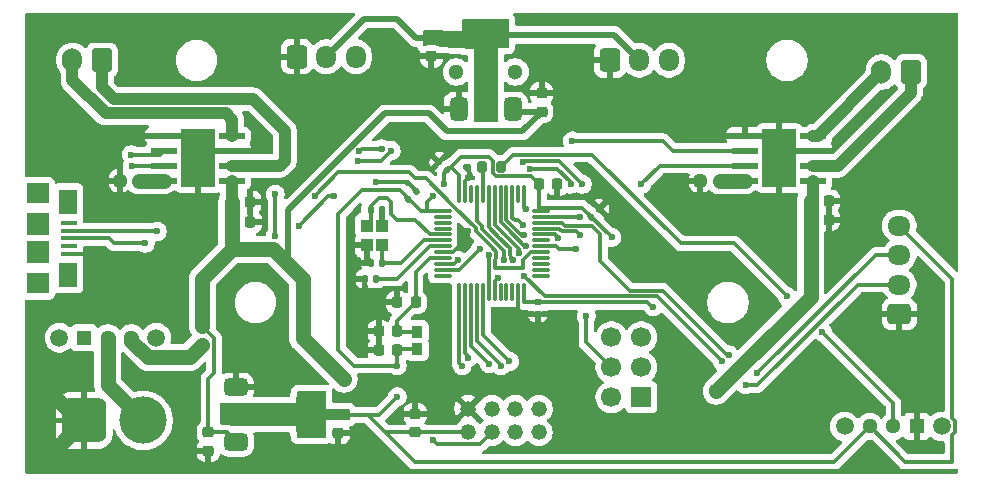
<source format=gtl>
G04 #@! TF.GenerationSoftware,KiCad,Pcbnew,9.0.2+dfsg-1*
G04 #@! TF.CreationDate,2025-08-18T22:10:54-04:00*
G04 #@! TF.ProjectId,Complex_Controller_V1,436f6d70-6c65-4785-9f43-6f6e74726f6c,rev?*
G04 #@! TF.SameCoordinates,Original*
G04 #@! TF.FileFunction,Copper,L1,Top*
G04 #@! TF.FilePolarity,Positive*
%FSLAX46Y46*%
G04 Gerber Fmt 4.6, Leading zero omitted, Abs format (unit mm)*
G04 Created by KiCad (PCBNEW 9.0.2+dfsg-1) date 2025-08-18 22:10:54*
%MOMM*%
%LPD*%
G01*
G04 APERTURE LIST*
G04 Aperture macros list*
%AMRoundRect*
0 Rectangle with rounded corners*
0 $1 Rounding radius*
0 $2 $3 $4 $5 $6 $7 $8 $9 X,Y pos of 4 corners*
0 Add a 4 corners polygon primitive as box body*
4,1,4,$2,$3,$4,$5,$6,$7,$8,$9,$2,$3,0*
0 Add four circle primitives for the rounded corners*
1,1,$1+$1,$2,$3*
1,1,$1+$1,$4,$5*
1,1,$1+$1,$6,$7*
1,1,$1+$1,$8,$9*
0 Add four rect primitives between the rounded corners*
20,1,$1+$1,$2,$3,$4,$5,0*
20,1,$1+$1,$4,$5,$6,$7,0*
20,1,$1+$1,$6,$7,$8,$9,0*
20,1,$1+$1,$8,$9,$2,$3,0*%
G04 Aperture macros list end*
G04 #@! TA.AperFunction,SMDPad,CuDef*
%ADD10RoundRect,0.225000X-0.250000X0.225000X-0.250000X-0.225000X0.250000X-0.225000X0.250000X0.225000X0*%
G04 #@! TD*
G04 #@! TA.AperFunction,ComponentPad*
%ADD11C,1.320800*%
G04 #@! TD*
G04 #@! TA.AperFunction,SMDPad,CuDef*
%ADD12RoundRect,0.140000X0.140000X0.170000X-0.140000X0.170000X-0.140000X-0.170000X0.140000X-0.170000X0*%
G04 #@! TD*
G04 #@! TA.AperFunction,ComponentPad*
%ADD13R,1.295400X1.295400*%
G04 #@! TD*
G04 #@! TA.AperFunction,ComponentPad*
%ADD14C,1.295400*%
G04 #@! TD*
G04 #@! TA.AperFunction,ComponentPad*
%ADD15C,1.498600*%
G04 #@! TD*
G04 #@! TA.AperFunction,SMDPad,CuDef*
%ADD16RoundRect,0.225000X0.250000X-0.225000X0.250000X0.225000X-0.250000X0.225000X-0.250000X-0.225000X0*%
G04 #@! TD*
G04 #@! TA.AperFunction,SMDPad,CuDef*
%ADD17RoundRect,0.140000X0.021213X-0.219203X0.219203X-0.021213X-0.021213X0.219203X-0.219203X0.021213X0*%
G04 #@! TD*
G04 #@! TA.AperFunction,SMDPad,CuDef*
%ADD18RoundRect,0.200000X-0.200000X-0.275000X0.200000X-0.275000X0.200000X0.275000X-0.200000X0.275000X0*%
G04 #@! TD*
G04 #@! TA.AperFunction,SMDPad,CuDef*
%ADD19RoundRect,0.200000X0.200000X0.275000X-0.200000X0.275000X-0.200000X-0.275000X0.200000X-0.275000X0*%
G04 #@! TD*
G04 #@! TA.AperFunction,SMDPad,CuDef*
%ADD20R,2.200000X0.500000*%
G04 #@! TD*
G04 #@! TA.AperFunction,ComponentPad*
%ADD21C,0.630000*%
G04 #@! TD*
G04 #@! TA.AperFunction,SMDPad,CuDef*
%ADD22R,2.950000X4.900000*%
G04 #@! TD*
G04 #@! TA.AperFunction,SMDPad,CuDef*
%ADD23RoundRect,0.140000X-0.170000X0.140000X-0.170000X-0.140000X0.170000X-0.140000X0.170000X0.140000X0*%
G04 #@! TD*
G04 #@! TA.AperFunction,SMDPad,CuDef*
%ADD24R,1.000000X1.100000*%
G04 #@! TD*
G04 #@! TA.AperFunction,ComponentPad*
%ADD25RoundRect,0.760000X-1.140000X-1.140000X1.140000X-1.140000X1.140000X1.140000X-1.140000X1.140000X0*%
G04 #@! TD*
G04 #@! TA.AperFunction,ComponentPad*
%ADD26C,4.000000*%
G04 #@! TD*
G04 #@! TA.AperFunction,SMDPad,CuDef*
%ADD27R,0.970000X1.000000*%
G04 #@! TD*
G04 #@! TA.AperFunction,SMDPad,CuDef*
%ADD28R,1.350000X0.400000*%
G04 #@! TD*
G04 #@! TA.AperFunction,SMDPad,CuDef*
%ADD29R,1.600000X2.100000*%
G04 #@! TD*
G04 #@! TA.AperFunction,SMDPad,CuDef*
%ADD30R,1.900000X1.800000*%
G04 #@! TD*
G04 #@! TA.AperFunction,SMDPad,CuDef*
%ADD31R,1.900000X1.900000*%
G04 #@! TD*
G04 #@! TA.AperFunction,ComponentPad*
%ADD32RoundRect,0.250000X-0.600000X-0.725000X0.600000X-0.725000X0.600000X0.725000X-0.600000X0.725000X0*%
G04 #@! TD*
G04 #@! TA.AperFunction,ComponentPad*
%ADD33O,1.700000X1.950000*%
G04 #@! TD*
G04 #@! TA.AperFunction,SMDPad,CuDef*
%ADD34RoundRect,0.075000X-0.662500X-0.075000X0.662500X-0.075000X0.662500X0.075000X-0.662500X0.075000X0*%
G04 #@! TD*
G04 #@! TA.AperFunction,SMDPad,CuDef*
%ADD35RoundRect,0.075000X-0.075000X-0.662500X0.075000X-0.662500X0.075000X0.662500X-0.075000X0.662500X0*%
G04 #@! TD*
G04 #@! TA.AperFunction,ComponentPad*
%ADD36R,1.700000X1.700000*%
G04 #@! TD*
G04 #@! TA.AperFunction,ComponentPad*
%ADD37C,1.700000*%
G04 #@! TD*
G04 #@! TA.AperFunction,SMDPad,CuDef*
%ADD38RoundRect,0.225000X0.225000X0.250000X-0.225000X0.250000X-0.225000X-0.250000X0.225000X-0.250000X0*%
G04 #@! TD*
G04 #@! TA.AperFunction,SMDPad,CuDef*
%ADD39RoundRect,0.375000X-0.625000X-0.375000X0.625000X-0.375000X0.625000X0.375000X-0.625000X0.375000X0*%
G04 #@! TD*
G04 #@! TA.AperFunction,SMDPad,CuDef*
%ADD40RoundRect,0.500000X-0.500000X-1.400000X0.500000X-1.400000X0.500000X1.400000X-0.500000X1.400000X0*%
G04 #@! TD*
G04 #@! TA.AperFunction,SMDPad,CuDef*
%ADD41RoundRect,0.140000X-0.140000X-0.170000X0.140000X-0.170000X0.140000X0.170000X-0.140000X0.170000X0*%
G04 #@! TD*
G04 #@! TA.AperFunction,ComponentPad*
%ADD42RoundRect,0.250000X0.600000X0.750000X-0.600000X0.750000X-0.600000X-0.750000X0.600000X-0.750000X0*%
G04 #@! TD*
G04 #@! TA.AperFunction,ComponentPad*
%ADD43O,1.700000X2.000000*%
G04 #@! TD*
G04 #@! TA.AperFunction,SMDPad,CuDef*
%ADD44RoundRect,0.218750X0.256250X-0.218750X0.256250X0.218750X-0.256250X0.218750X-0.256250X-0.218750X0*%
G04 #@! TD*
G04 #@! TA.AperFunction,ComponentPad*
%ADD45RoundRect,0.250000X0.725000X-0.600000X0.725000X0.600000X-0.725000X0.600000X-0.725000X-0.600000X0*%
G04 #@! TD*
G04 #@! TA.AperFunction,ComponentPad*
%ADD46O,1.950000X1.700000*%
G04 #@! TD*
G04 #@! TA.AperFunction,SMDPad,CuDef*
%ADD47RoundRect,0.375000X0.375000X-0.625000X0.375000X0.625000X-0.375000X0.625000X-0.375000X-0.625000X0*%
G04 #@! TD*
G04 #@! TA.AperFunction,SMDPad,CuDef*
%ADD48RoundRect,0.500000X1.400000X-0.500000X1.400000X0.500000X-1.400000X0.500000X-1.400000X-0.500000X0*%
G04 #@! TD*
G04 #@! TA.AperFunction,SMDPad,CuDef*
%ADD49RoundRect,0.140000X0.219203X0.021213X0.021213X0.219203X-0.219203X-0.021213X-0.021213X-0.219203X0*%
G04 #@! TD*
G04 #@! TA.AperFunction,SMDPad,CuDef*
%ADD50RoundRect,0.225000X-0.225000X-0.250000X0.225000X-0.250000X0.225000X0.250000X-0.225000X0.250000X0*%
G04 #@! TD*
G04 #@! TA.AperFunction,ViaPad*
%ADD51C,0.600000*%
G04 #@! TD*
G04 #@! TA.AperFunction,ViaPad*
%ADD52C,1.300000*%
G04 #@! TD*
G04 #@! TA.AperFunction,Conductor*
%ADD53C,0.300000*%
G04 #@! TD*
G04 #@! TA.AperFunction,Conductor*
%ADD54C,1.300000*%
G04 #@! TD*
G04 #@! TA.AperFunction,Conductor*
%ADD55C,0.500000*%
G04 #@! TD*
G04 #@! TA.AperFunction,Conductor*
%ADD56C,1.000000*%
G04 #@! TD*
G04 APERTURE END LIST*
D10*
X124325000Y-120000000D03*
X124325000Y-121550000D03*
D11*
X146325000Y-118000000D03*
X146325000Y-120000001D03*
X148324999Y-118000000D03*
X148324999Y-120000001D03*
X150325000Y-118000000D03*
X150325000Y-120000001D03*
X152324998Y-118000000D03*
X152324998Y-120000001D03*
D10*
X143216402Y-86628356D03*
X143216402Y-88178356D03*
D12*
X139025003Y-101150000D03*
X138065003Y-101150000D03*
D13*
X113824999Y-112000000D03*
D14*
X115824999Y-112000000D03*
X117825000Y-112000000D03*
D15*
X111724998Y-112000000D03*
X119924999Y-112000000D03*
D16*
X141849402Y-120000000D03*
X141849402Y-118450000D03*
D17*
X156745189Y-101745189D03*
X157424011Y-101066367D03*
D18*
X116818185Y-98703894D03*
X118468185Y-98703894D03*
D13*
X184325000Y-119500000D03*
D14*
X182325000Y-119500000D03*
X180324999Y-119500000D03*
D15*
X186425001Y-119500000D03*
X178225000Y-119500000D03*
D19*
X149150000Y-97500000D03*
X147500000Y-97500000D03*
D20*
X169800000Y-94895000D03*
X169800000Y-96165000D03*
X169800000Y-97435000D03*
X169800000Y-98705000D03*
X175550000Y-98705000D03*
X175550000Y-97435000D03*
X175550000Y-96165000D03*
X175550000Y-94895000D03*
D21*
X172025000Y-95500000D03*
X172025000Y-96800000D03*
X172025000Y-98100000D03*
D22*
X172675000Y-96800000D03*
D21*
X173325000Y-95500000D03*
X173325000Y-96800000D03*
X173325000Y-98100000D03*
D20*
X120600000Y-94895000D03*
X120600000Y-96165000D03*
X120600000Y-97435000D03*
X120600000Y-98705000D03*
X126350000Y-98705000D03*
X126350000Y-97435000D03*
X126350000Y-96165000D03*
X126350000Y-94895000D03*
D21*
X122825000Y-95500000D03*
X122825000Y-96800000D03*
X122825000Y-98100000D03*
D22*
X123475000Y-96800000D03*
D21*
X124125000Y-95500000D03*
X124125000Y-96800000D03*
X124125000Y-98100000D03*
D23*
X152220267Y-109001000D03*
X152220267Y-109961000D03*
D24*
X139025003Y-104150000D03*
X139025002Y-102500000D03*
X137774999Y-102500000D03*
X137775000Y-104150000D03*
D25*
X113825000Y-119000000D03*
D26*
X118825000Y-119000000D03*
D27*
X142003832Y-112962753D03*
X142003832Y-111492753D03*
D28*
X112567349Y-102276281D03*
X112567349Y-102926281D03*
X112567349Y-103576281D03*
X112567349Y-104226281D03*
X112567349Y-104876281D03*
D29*
X112442349Y-100476281D03*
X112442349Y-106676281D03*
D30*
X109892349Y-99776281D03*
D31*
X109892349Y-102376281D03*
X109892349Y-104776281D03*
D30*
X109892349Y-107376281D03*
D32*
X158325000Y-88500000D03*
D33*
X160825000Y-88500000D03*
X163325000Y-88500000D03*
D34*
X144162500Y-101250000D03*
X144162500Y-101750000D03*
X144162500Y-102250000D03*
X144162500Y-102750000D03*
X144162500Y-103250000D03*
X144162500Y-103750000D03*
X144162500Y-104250000D03*
X144162500Y-104750000D03*
X144162500Y-105250000D03*
X144162500Y-105750000D03*
X144162500Y-106250000D03*
X144162500Y-106750000D03*
D35*
X145575000Y-108162500D03*
X146075000Y-108162500D03*
X146575000Y-108162500D03*
X147075000Y-108162500D03*
X147575000Y-108162500D03*
X148075000Y-108162500D03*
X148575000Y-108162500D03*
X149075000Y-108162500D03*
X149575000Y-108162500D03*
X150075000Y-108162500D03*
X150575000Y-108162500D03*
X151075000Y-108162500D03*
D34*
X152487500Y-106750000D03*
X152487500Y-106250000D03*
X152487500Y-105750000D03*
X152487500Y-105250000D03*
X152487500Y-104750000D03*
X152487500Y-104250000D03*
X152487500Y-103750000D03*
X152487500Y-103250000D03*
X152487500Y-102750000D03*
X152487500Y-102250000D03*
X152487500Y-101750000D03*
X152487500Y-101250000D03*
D35*
X151075000Y-99837500D03*
X150575000Y-99837500D03*
X150075000Y-99837500D03*
X149575000Y-99837500D03*
X149075000Y-99837500D03*
X148575000Y-99837500D03*
X148075000Y-99837500D03*
X147575000Y-99837500D03*
X147075000Y-99837500D03*
X146575000Y-99837500D03*
X146075000Y-99837500D03*
X145575000Y-99837500D03*
D36*
X161000000Y-117040000D03*
D37*
X158460000Y-117040000D03*
X161000000Y-114500000D03*
X158460000Y-114500000D03*
X161000000Y-111960000D03*
X158460000Y-111960000D03*
D38*
X140314860Y-111455590D03*
X138764860Y-111455590D03*
D10*
X135325000Y-118522986D03*
X135325000Y-120072986D03*
D38*
X140325000Y-113030000D03*
X138775000Y-113030000D03*
X176875000Y-102000000D03*
X175325000Y-102000000D03*
X127897507Y-102191327D03*
X126347507Y-102191327D03*
X141875000Y-109000000D03*
X140325000Y-109000000D03*
D39*
X126675000Y-116200000D03*
X126675000Y-118500000D03*
D40*
X132975000Y-118500000D03*
D39*
X126675000Y-120800000D03*
D41*
X138065003Y-105650000D03*
X139025003Y-105650000D03*
D42*
X183825000Y-89500000D03*
D43*
X181325000Y-89500000D03*
D38*
X176864991Y-100421212D03*
X175314991Y-100421212D03*
D44*
X123825000Y-112575000D03*
X123825000Y-111000000D03*
D45*
X182825000Y-110000000D03*
D46*
X182825000Y-107500000D03*
X182825000Y-105000000D03*
X182825000Y-102500000D03*
D47*
X145525000Y-92650000D03*
X147825000Y-92650000D03*
D48*
X147825000Y-86350000D03*
D47*
X150125000Y-92650000D03*
D42*
X115325000Y-88500000D03*
D43*
X112825000Y-88500000D03*
D17*
X141263470Y-100213470D03*
X141942292Y-99534648D03*
D32*
X131825000Y-88200000D03*
D33*
X134325000Y-88200000D03*
X136825000Y-88200000D03*
D38*
X127875000Y-100500000D03*
X126325000Y-100500000D03*
D49*
X144565925Y-97809075D03*
X143887103Y-97130255D03*
D50*
X152325000Y-98979673D03*
X153875000Y-98979673D03*
D18*
X165963263Y-98703894D03*
X167613263Y-98703894D03*
D16*
X152553147Y-92846280D03*
X152553147Y-91296280D03*
D12*
X138530000Y-107000000D03*
X137570000Y-107000000D03*
D51*
X150325000Y-89500000D03*
D52*
X150325000Y-89500000D03*
D51*
X145325000Y-89500000D03*
D52*
X145325000Y-89500000D03*
D51*
X145452880Y-105452880D03*
X117825000Y-96500000D03*
X155155053Y-95330053D03*
X147325000Y-104500000D03*
X168390687Y-113434313D03*
X170825000Y-115000000D03*
X148835488Y-106908751D03*
X148115380Y-114209620D03*
D52*
X135825000Y-115500000D03*
X167325000Y-116500000D03*
D51*
X145825000Y-114350000D03*
X140325000Y-114350000D03*
X140325000Y-117000000D03*
X143325000Y-100000000D03*
X158500000Y-103500000D03*
X162000000Y-109372120D03*
X144325000Y-99000000D03*
X151075000Y-106750000D03*
X151199293Y-101124293D03*
X169825000Y-116000000D03*
X167825000Y-114000000D03*
X117890000Y-97435000D03*
X133325000Y-100000000D03*
X143325000Y-120650001D03*
X146325000Y-113699000D03*
X149825000Y-114000000D03*
X149105626Y-114350000D03*
X155500000Y-104500000D03*
X161000000Y-99000000D03*
X169800000Y-94895000D03*
X138764860Y-111455590D03*
D52*
X116818185Y-98703894D03*
D51*
X110825000Y-116500000D03*
X153875000Y-98979673D03*
X140325000Y-109000000D03*
X110825000Y-122000000D03*
X139025002Y-102500000D03*
D52*
X165963263Y-98703894D03*
D51*
X138065003Y-105650000D03*
X184825000Y-117500000D03*
X146325000Y-98500000D03*
X157424011Y-101066367D03*
X137775000Y-104150000D03*
X155833372Y-101752611D03*
X152220267Y-109961000D03*
X114222550Y-104900819D03*
X138775000Y-113030000D03*
X184825000Y-121500000D03*
X141849402Y-118450000D03*
X175550000Y-96165000D03*
X138500000Y-98850000D03*
X126675000Y-116200000D03*
X139025003Y-101150000D03*
X150325000Y-110000000D03*
X120600000Y-94895000D03*
X146325000Y-103000000D03*
X126350000Y-96165000D03*
X127897507Y-102191327D03*
X141094731Y-94270304D03*
X143887103Y-97130255D03*
X176325000Y-111500000D03*
X173325000Y-108500000D03*
X148065761Y-104985001D03*
X156000000Y-99000000D03*
X151000000Y-97150000D03*
X119000000Y-104000000D03*
X155790380Y-103290380D03*
X139809621Y-96150000D03*
X132000000Y-102500000D03*
X135000000Y-100000000D03*
X137000000Y-97000000D03*
X130006043Y-103364340D03*
X151602764Y-97676000D03*
X155000000Y-99000000D03*
X153968224Y-103563920D03*
X120000000Y-103000000D03*
X139000000Y-96000000D03*
X137115243Y-96208344D03*
X130000000Y-99849000D03*
X150634434Y-104821327D03*
X149337027Y-105449000D03*
X156332447Y-110167553D03*
X150137030Y-105449000D03*
X150999217Y-102486811D03*
X151046644Y-103285407D03*
X151227765Y-104235506D03*
D53*
X145155760Y-105750000D02*
X144162500Y-105750000D01*
X120265000Y-96500000D02*
X120600000Y-96165000D01*
X145452880Y-105452880D02*
X145155760Y-105750000D01*
X117825000Y-96500000D02*
X120265000Y-96500000D01*
X163660000Y-96165000D02*
X169800000Y-96165000D01*
X145575000Y-106250000D02*
X147325000Y-104500000D01*
X160716227Y-95331803D02*
X162826803Y-95331803D01*
X162826803Y-95331803D02*
X163660000Y-96165000D01*
X155155053Y-95330053D02*
X160714477Y-95330053D01*
X144162500Y-106250000D02*
X145575000Y-106250000D01*
X160714477Y-95330053D02*
X160716227Y-95331803D01*
X168325000Y-113500000D02*
X168390687Y-113434313D01*
X157500000Y-105500000D02*
X160000000Y-108000000D01*
X157500000Y-103208520D02*
X157500000Y-105500000D01*
X152487500Y-102250000D02*
X154250000Y-102250000D01*
X156791480Y-102500000D02*
X157500000Y-103208520D01*
X154250000Y-102250000D02*
X154500000Y-102500000D01*
X154500000Y-102500000D02*
X156791480Y-102500000D01*
X162825000Y-108000000D02*
X168325000Y-113500000D01*
X160000000Y-108000000D02*
X162825000Y-108000000D01*
X170825000Y-115000000D02*
X180825000Y-105000000D01*
X180825000Y-105000000D02*
X182825000Y-105000000D01*
X148835488Y-106932493D02*
X148575000Y-107192981D01*
X148575000Y-107192981D02*
X148575000Y-108162500D01*
X148835488Y-106908751D02*
X148835488Y-106932493D01*
D54*
X119241422Y-113650300D02*
X122749700Y-113650300D01*
X122749700Y-113650300D02*
X123825000Y-112575000D01*
X117825000Y-112000000D02*
X117825000Y-112233878D01*
X117825000Y-112233878D02*
X119241422Y-113650300D01*
D55*
X147546644Y-86628356D02*
X147825000Y-86350000D01*
X158675000Y-86350000D02*
X160825000Y-88500000D01*
X147825000Y-86350000D02*
X158675000Y-86350000D01*
X143216402Y-86628356D02*
X147546644Y-86628356D01*
X140325000Y-85000000D02*
X137525000Y-85000000D01*
X143216402Y-86628356D02*
X141953356Y-86628356D01*
X137525000Y-85000000D02*
X134325000Y-88200000D01*
X141953356Y-86628356D02*
X140325000Y-85000000D01*
D53*
X140314860Y-110560140D02*
X141875000Y-109000000D01*
X141875000Y-109000000D02*
X141875000Y-106450000D01*
X142003832Y-111492753D02*
X140352023Y-111492753D01*
X140314860Y-111455590D02*
X140314860Y-110560140D01*
X143075000Y-105250000D02*
X144162500Y-105250000D01*
X140352023Y-111492753D02*
X140314860Y-111455590D01*
X141875000Y-106450000D02*
X143075000Y-105250000D01*
X146575000Y-112669240D02*
X148115380Y-114209620D01*
X146575000Y-108162500D02*
X146575000Y-112669240D01*
D55*
X143000000Y-93000000D02*
X139262925Y-93000000D01*
D53*
X124825000Y-115000000D02*
X124825000Y-112000000D01*
D55*
X150899427Y-94500000D02*
X152553147Y-92846280D01*
X139262925Y-93000000D02*
X131075000Y-101187925D01*
D54*
X126325000Y-104500000D02*
X129825000Y-104500000D01*
D53*
X124325000Y-120000000D02*
X125875000Y-120000000D01*
D56*
X175550000Y-98705000D02*
X175550000Y-100186203D01*
X175550000Y-100186203D02*
X175314991Y-100421212D01*
D54*
X175314991Y-108510009D02*
X175314991Y-100421212D01*
X115824999Y-115999999D02*
X115824999Y-112000000D01*
X123825000Y-107000000D02*
X126325000Y-104500000D01*
D53*
X124325000Y-115500000D02*
X124325000Y-120000000D01*
D56*
X126350000Y-98705000D02*
X126350000Y-100475000D01*
D55*
X144500000Y-94500000D02*
X143000000Y-93000000D01*
X152553147Y-92846280D02*
X150321280Y-92846280D01*
D54*
X123825000Y-111000000D02*
X123825000Y-107000000D01*
X129825000Y-104500000D02*
X131075000Y-105750000D01*
D53*
X124325000Y-115500000D02*
X124825000Y-115000000D01*
D54*
X126325000Y-104500000D02*
X126325000Y-100500000D01*
X131075000Y-105750000D02*
X132325000Y-107000000D01*
X167325000Y-116500000D02*
X175314991Y-108510009D01*
D55*
X150325000Y-92850000D02*
X150125000Y-92650000D01*
D54*
X132325000Y-107000000D02*
X132325000Y-112000000D01*
D53*
X125875000Y-120000000D02*
X126675000Y-120800000D01*
D54*
X132325000Y-112000000D02*
X135825000Y-115500000D01*
D55*
X150321280Y-92846280D02*
X150125000Y-92650000D01*
X131075000Y-101187925D02*
X131075000Y-105750000D01*
D56*
X126350000Y-100475000D02*
X126325000Y-100500000D01*
D53*
X124825000Y-112000000D02*
X123825000Y-111000000D01*
D54*
X118825000Y-119000000D02*
X115824999Y-115999999D01*
D55*
X144500000Y-94500000D02*
X150899427Y-94500000D01*
D53*
X145825000Y-114350000D02*
X145575000Y-114100000D01*
X145575000Y-114100000D02*
X145575000Y-108162500D01*
X147575000Y-99837500D02*
X147575000Y-97717497D01*
X147575000Y-97717497D02*
X147558116Y-97700613D01*
X135325000Y-118522986D02*
X137847986Y-118522986D01*
X132975000Y-118500000D02*
X135302014Y-118500000D01*
X151075000Y-109001000D02*
X151075000Y-108162500D01*
X152325000Y-101087500D02*
X152487500Y-101250000D01*
X183324999Y-122500000D02*
X180324999Y-119500000D01*
X144875000Y-97500000D02*
X145701000Y-96674000D01*
X142300000Y-101250000D02*
X141825000Y-100775000D01*
X148716226Y-98326000D02*
X151671327Y-98326000D01*
X151671327Y-98326000D02*
X152325000Y-98979673D01*
X187325000Y-118773229D02*
X187575301Y-119023530D01*
X142003832Y-112962753D02*
X140392247Y-112962753D01*
X138802014Y-118522986D02*
X140325000Y-117000000D01*
X161500000Y-109000000D02*
X160352000Y-109000000D01*
X136675000Y-114350000D02*
X135325000Y-113000000D01*
X144325000Y-98050000D02*
X144875000Y-97500000D01*
X187575301Y-119976470D02*
X187325000Y-120226771D01*
X152737500Y-101000000D02*
X152487500Y-101250000D01*
X137847986Y-118522986D02*
X139325000Y-120000000D01*
X180324999Y-119500000D02*
X177324999Y-122500000D01*
X148399000Y-96991226D02*
X148399000Y-98008774D01*
X161872120Y-109372120D02*
X161500000Y-109000000D01*
X135302014Y-118500000D02*
X135325000Y-118522986D01*
X156000000Y-101000000D02*
X152325000Y-101000000D01*
X148081774Y-96674000D02*
X148399000Y-96991226D01*
X145701000Y-96674000D02*
X148081774Y-96674000D01*
X140550000Y-99500000D02*
X141825000Y-100775000D01*
X187325000Y-120226771D02*
X187325000Y-122500000D01*
X140325000Y-114350000D02*
X140325000Y-113030000D01*
X142825000Y-101250000D02*
X142825000Y-100500000D01*
X135325000Y-113000000D02*
X135575000Y-113250000D01*
X187575301Y-119023530D02*
X187575301Y-119976470D01*
X137847986Y-118522986D02*
X138802014Y-118522986D01*
X148399000Y-98008774D02*
X148716226Y-98326000D01*
X177324999Y-122500000D02*
X141825000Y-122500000D01*
X141825000Y-122500000D02*
X139325000Y-120000000D01*
X144162500Y-101250000D02*
X142825000Y-101250000D01*
X152325000Y-98979673D02*
X152325000Y-101000000D01*
X140392247Y-112962753D02*
X140325000Y-113030000D01*
X160352000Y-109000000D02*
X160351000Y-109001000D01*
X135325000Y-113000000D02*
X135325000Y-101500000D01*
X144325000Y-99000000D02*
X144325000Y-98050000D01*
X140325000Y-114350000D02*
X136675000Y-114350000D01*
X162000000Y-109372120D02*
X161872120Y-109372120D01*
X158500000Y-103500000D02*
X156000000Y-101000000D01*
X182825000Y-102500000D02*
X187325000Y-107000000D01*
X145575000Y-99837500D02*
X145575000Y-98200000D01*
X187325000Y-122500000D02*
X183324999Y-122500000D01*
X152325000Y-101000000D02*
X152325000Y-101087500D01*
X160351000Y-109001000D02*
X151075000Y-109001000D01*
X137325000Y-99500000D02*
X140550000Y-99500000D01*
X142825000Y-100500000D02*
X143325000Y-100000000D01*
X135325000Y-101500000D02*
X137325000Y-99500000D01*
X145575000Y-98200000D02*
X144875000Y-97500000D01*
X187325000Y-107000000D02*
X187325000Y-118773229D01*
X142825000Y-101250000D02*
X142300000Y-101250000D01*
X139325000Y-120000000D02*
X146325000Y-120000001D01*
X179325000Y-107500000D02*
X182825000Y-107500000D01*
X170825000Y-116000000D02*
X179325000Y-107500000D01*
X169825000Y-116000000D02*
X170825000Y-116000000D01*
X151199293Y-101124293D02*
X151075000Y-101000000D01*
X152825000Y-108500000D02*
X162325000Y-108500000D01*
X162325000Y-108500000D02*
X167825000Y-114000000D01*
X151075000Y-101000000D02*
X151075000Y-99837500D01*
X151075000Y-106750000D02*
X152825000Y-108500000D01*
X133325000Y-100000000D02*
X135325000Y-98000000D01*
X146976000Y-102730346D02*
X146976000Y-102976000D01*
X145251000Y-101005346D02*
X146976000Y-102730346D01*
X148334001Y-104334001D02*
X148335415Y-104334001D01*
X148599000Y-106099000D02*
X151000000Y-106099000D01*
X148335415Y-104334001D02*
X148716761Y-104715347D01*
X141325000Y-98000000D02*
X141825000Y-98500000D01*
X144994654Y-100749000D02*
X145003534Y-100749000D01*
X151000000Y-105375000D02*
X151625000Y-104750000D01*
X148716761Y-104715347D02*
X148716761Y-105254655D01*
X145003534Y-100749000D02*
X145251000Y-100996466D01*
X148716761Y-105254655D02*
X148566761Y-105404655D01*
X151625000Y-104750000D02*
X152487500Y-104750000D01*
X142745654Y-98500000D02*
X144994654Y-100749000D01*
X135325000Y-98000000D02*
X141325000Y-98000000D01*
X145251000Y-100996466D02*
X145251000Y-101005346D01*
X117890000Y-97435000D02*
X120600000Y-97435000D01*
X148566761Y-105404655D02*
X148566761Y-106066761D01*
X141825000Y-98500000D02*
X142745654Y-98500000D01*
X146976000Y-102976000D02*
X148334001Y-104334001D01*
X151000000Y-106099000D02*
X151000000Y-105375000D01*
X148566761Y-106066761D02*
X148599000Y-106099000D01*
X146325000Y-113500000D02*
X146075000Y-113250000D01*
X143686400Y-121011401D02*
X147313599Y-121011401D01*
X146075000Y-113250000D02*
X146075000Y-108162500D01*
X143325000Y-120650001D02*
X143686400Y-121011401D01*
X146325000Y-113699000D02*
X146325000Y-113500000D01*
X147313599Y-121011401D02*
X148324999Y-120000001D01*
X147575000Y-111750000D02*
X149825000Y-114000000D01*
X147575000Y-108162500D02*
X147575000Y-111750000D01*
X144162500Y-104250000D02*
X143075000Y-104250000D01*
X140325000Y-107000000D02*
X138530000Y-107000000D01*
X143075000Y-104250000D02*
X140325000Y-107000000D01*
X147075000Y-108162500D02*
X147075000Y-112250000D01*
X147325000Y-112500000D02*
X149105626Y-114280626D01*
X149105626Y-114280626D02*
X149105626Y-114350000D01*
X147075000Y-112250000D02*
X147325000Y-112500000D01*
X162565000Y-97435000D02*
X169800000Y-97435000D01*
X153750000Y-104250000D02*
X152487500Y-104250000D01*
X154000000Y-104500000D02*
X153750000Y-104250000D01*
X155500000Y-104500000D02*
X154000000Y-104500000D01*
X161000000Y-99000000D02*
X162565000Y-97435000D01*
D56*
X130825000Y-97000000D02*
X130825000Y-94500000D01*
X130825000Y-94500000D02*
X128124000Y-91799000D01*
X116325000Y-91799000D02*
X115325000Y-90799000D01*
X115325000Y-90799000D02*
X115325000Y-88500000D01*
X130390000Y-97435000D02*
X130825000Y-97000000D01*
X128124000Y-91799000D02*
X116325000Y-91799000D01*
X126350000Y-97435000D02*
X130390000Y-97435000D01*
X112825000Y-88500000D02*
X112825000Y-90200000D01*
X112825000Y-90200000D02*
X115625000Y-93000000D01*
X125825000Y-93000000D02*
X126350000Y-93525000D01*
X115625000Y-93000000D02*
X125825000Y-93000000D01*
X126350000Y-93525000D02*
X126350000Y-94895000D01*
X177650000Y-97435000D02*
X183825000Y-91260000D01*
X183825000Y-91260000D02*
X183825000Y-89500000D01*
X175550000Y-97435000D02*
X177650000Y-97435000D01*
X175550000Y-94895000D02*
X175930000Y-94895000D01*
X175930000Y-94895000D02*
X181325000Y-89500000D01*
D54*
X169798894Y-98703894D02*
X169800000Y-98705000D01*
X167613263Y-98703894D02*
X169798894Y-98703894D01*
X120598894Y-98703894D02*
X120600000Y-98705000D01*
X118468185Y-98703894D02*
X120598894Y-98703894D01*
X113825000Y-119000000D02*
X110825000Y-122000000D01*
D53*
X141257644Y-98850000D02*
X141942292Y-99534648D01*
X150575000Y-109750000D02*
X150325000Y-110000000D01*
X138500000Y-98850000D02*
X141257644Y-98850000D01*
D55*
X137775000Y-105359997D02*
X138065003Y-105650000D01*
X139025003Y-101150000D02*
X139025002Y-102500000D01*
D53*
X114198012Y-104876281D02*
X114222550Y-104900819D01*
D54*
X113325000Y-119000000D02*
X113825000Y-119000000D01*
D53*
X145075000Y-104750000D02*
X144162500Y-104750000D01*
X146325000Y-103000000D02*
X146325000Y-103500000D01*
X155833372Y-101752611D02*
X154576155Y-101752611D01*
X154573544Y-101750000D02*
X152487500Y-101750000D01*
X112567349Y-104876281D02*
X114198012Y-104876281D01*
X146075000Y-99837500D02*
X146075000Y-98750000D01*
X146075000Y-98750000D02*
X146325000Y-98500000D01*
X184325000Y-121000000D02*
X184825000Y-121500000D01*
X146325000Y-103500000D02*
X145075000Y-104750000D01*
X154576155Y-101752611D02*
X154573544Y-101750000D01*
X184325000Y-119500000D02*
X184325000Y-118000000D01*
D55*
X137775000Y-104150000D02*
X137775000Y-105359997D01*
D53*
X184325000Y-119500000D02*
X184325000Y-121000000D01*
D54*
X110825000Y-116500000D02*
X113325000Y-119000000D01*
D53*
X184325000Y-118000000D02*
X184825000Y-117500000D01*
X150575000Y-108162500D02*
X150575000Y-109750000D01*
X139825000Y-101500000D02*
X139825000Y-100500000D01*
X143075000Y-103250000D02*
X141825000Y-102000000D01*
X144162500Y-103250000D02*
X143075000Y-103250000D01*
X139825000Y-100500000D02*
X139480164Y-100155164D01*
X141825000Y-102000000D02*
X140325000Y-102000000D01*
X138065003Y-101150000D02*
X138065003Y-102209996D01*
X138065003Y-100840001D02*
X138065003Y-101150000D01*
X138749840Y-100155164D02*
X138065003Y-100840001D01*
X139480164Y-100155164D02*
X138749840Y-100155164D01*
X140325000Y-102000000D02*
X139825000Y-101500000D01*
X138065003Y-102209996D02*
X137774999Y-102500000D01*
X140675000Y-105650000D02*
X142575000Y-103750000D01*
X139025003Y-105650000D02*
X139025003Y-104150000D01*
X142575000Y-103750000D02*
X144162500Y-103750000D01*
X139025003Y-105650000D02*
X140675000Y-105650000D01*
X149150000Y-97500000D02*
X150150000Y-96500000D01*
X150150000Y-96500000D02*
X153825000Y-96500000D01*
X156825000Y-96500000D02*
X164325000Y-104000000D01*
X176325000Y-111500000D02*
X182325000Y-117500000D01*
X168825000Y-104000000D02*
X173325000Y-108500000D01*
X182325000Y-117500000D02*
X182325000Y-119500000D01*
X153825000Y-96500000D02*
X156825000Y-96500000D01*
X164325000Y-104000000D02*
X168825000Y-104000000D01*
X148065761Y-106740761D02*
X148075000Y-106750000D01*
X148065761Y-104985001D02*
X148065761Y-106740761D01*
X148075000Y-106750000D02*
X148075000Y-108162500D01*
X116347520Y-104000000D02*
X115923760Y-103576240D01*
X115923719Y-103576281D02*
X112567349Y-103576281D01*
X135000000Y-100000000D02*
X134500000Y-100000000D01*
X154255842Y-102964362D02*
X154291480Y-103000000D01*
X115923760Y-103576240D02*
X115923719Y-103576281D01*
X154291480Y-103000000D02*
X155500000Y-103000000D01*
X153655760Y-102750000D02*
X152487500Y-102750000D01*
X151000000Y-97150000D02*
X151150000Y-97000000D01*
X139809621Y-96150000D02*
X138959621Y-97000000D01*
X151150000Y-97000000D02*
X154000000Y-97000000D01*
X152487500Y-102750000D02*
X154041479Y-102750000D01*
X134500000Y-100000000D02*
X132000000Y-102500000D01*
X119000000Y-104000000D02*
X116347520Y-104000000D01*
X154000000Y-97000000D02*
X156000000Y-99000000D01*
X155500000Y-103000000D02*
X155790380Y-103290380D01*
X154041479Y-102750000D02*
X154255842Y-102964362D01*
X138959621Y-97000000D02*
X137000000Y-97000000D01*
X155000000Y-98808851D02*
X153867149Y-97676000D01*
X119926281Y-102926281D02*
X112567349Y-102926281D01*
X139000000Y-96000000D02*
X137323587Y-96000000D01*
X153867149Y-97676000D02*
X151602764Y-97676000D01*
X130006043Y-102006043D02*
X130000000Y-102000000D01*
X130000000Y-102000000D02*
X130000000Y-99849000D01*
X153654304Y-103250000D02*
X153968224Y-103563920D01*
X155000000Y-99000000D02*
X155000000Y-98808851D01*
X120000000Y-103000000D02*
X119926240Y-102926240D01*
X130006043Y-103364340D02*
X130006043Y-102006043D01*
X120000000Y-103000000D02*
X119926281Y-102926281D01*
X137323587Y-96000000D02*
X137115243Y-96208344D01*
X152487500Y-103250000D02*
X153654304Y-103250000D01*
X150634434Y-104500947D02*
X150634434Y-104821327D01*
X148575000Y-102441513D02*
X148575000Y-99837500D01*
X149787511Y-103654024D02*
X148575000Y-102441513D01*
X149787511Y-103654024D02*
X150634434Y-104500947D01*
X149337027Y-105449000D02*
X149337027Y-104628507D01*
X147075000Y-102120826D02*
X147075000Y-99837500D01*
X147477000Y-102522826D02*
X147075000Y-102120826D01*
X147477000Y-102768480D02*
X147477000Y-102522826D01*
X149337027Y-104628507D02*
X147477000Y-102768480D01*
X156332447Y-112372447D02*
X158460000Y-114500000D01*
X148075000Y-99837500D02*
X148075000Y-102657960D01*
X148958520Y-103541480D02*
X149081253Y-103664213D01*
X150137030Y-105449000D02*
X149988027Y-105299997D01*
X148075000Y-102657960D02*
X148958520Y-103541480D01*
X149838027Y-104420987D02*
X148958520Y-103541480D01*
X149988027Y-105179346D02*
X149838027Y-105029346D01*
X149838027Y-105029346D02*
X149838027Y-104420987D01*
X156332447Y-110167553D02*
X156332447Y-112372447D01*
X149988027Y-105299997D02*
X149988027Y-105179346D01*
X150321416Y-102062500D02*
X150574906Y-102062500D01*
X150075000Y-99837500D02*
X150075000Y-101816084D01*
X150075000Y-101816084D02*
X150321416Y-102062500D01*
X150574906Y-102062500D02*
X150999217Y-102486811D01*
X149575000Y-99837500D02*
X149575000Y-102024604D01*
X150835803Y-103285407D02*
X151046644Y-103285407D01*
X149575000Y-102024604D02*
X150835803Y-103285407D01*
X149075000Y-102233002D02*
X149670999Y-102829001D01*
X149670999Y-102829001D02*
X151077504Y-104235506D01*
X149075000Y-99837500D02*
X149075000Y-102233002D01*
X151077504Y-104235506D02*
X151227765Y-104235506D01*
G04 #@! TA.AperFunction,Conductor*
G36*
X149768039Y-85019685D02*
G01*
X149813794Y-85072489D01*
X149825000Y-85124000D01*
X149825000Y-87376000D01*
X149805315Y-87443039D01*
X149752511Y-87488794D01*
X149701000Y-87500000D01*
X148825000Y-87500000D01*
X148825000Y-93625500D01*
X148805315Y-93692539D01*
X148752511Y-93738294D01*
X148701000Y-93749500D01*
X146949000Y-93749500D01*
X146881961Y-93729815D01*
X146836206Y-93677011D01*
X146825000Y-93625500D01*
X146825000Y-87590000D01*
X146824999Y-87589999D01*
X143987249Y-87406004D01*
X143925948Y-87383603D01*
X143925593Y-87384179D01*
X143922786Y-87382447D01*
X143921624Y-87382023D01*
X143919638Y-87380506D01*
X143775107Y-87291357D01*
X143775101Y-87291354D01*
X143775099Y-87291353D01*
X143713466Y-87270930D01*
X143614111Y-87238007D01*
X143514748Y-87227856D01*
X142918064Y-87227856D01*
X142918046Y-87227857D01*
X142818694Y-87238006D01*
X142818691Y-87238007D01*
X142719338Y-87270930D01*
X142657705Y-87291353D01*
X142657703Y-87291353D01*
X142650850Y-87293625D01*
X142649957Y-87290930D01*
X142593705Y-87299463D01*
X142529927Y-87270930D01*
X142491699Y-87212446D01*
X142486402Y-87176592D01*
X142486402Y-86050234D01*
X142506087Y-85983195D01*
X142558891Y-85937440D01*
X142613243Y-85926267D01*
X145825000Y-86000000D01*
X145825000Y-85999999D01*
X145825000Y-85124000D01*
X145844685Y-85056961D01*
X145897489Y-85011206D01*
X145949000Y-85000000D01*
X149701000Y-85000000D01*
X149768039Y-85019685D01*
G37*
G04 #@! TD.AperFunction*
G04 #@! TA.AperFunction,Conductor*
G36*
X134268039Y-116519685D02*
G01*
X134313794Y-116572489D01*
X134325000Y-116624000D01*
X134325000Y-118000000D01*
X136201000Y-118000000D01*
X136268039Y-118019685D01*
X136313794Y-118072489D01*
X136325000Y-118124000D01*
X136325000Y-118876000D01*
X136305315Y-118943039D01*
X136252511Y-118988794D01*
X136201000Y-119000000D01*
X134325000Y-119000000D01*
X134325000Y-120376000D01*
X134305315Y-120443039D01*
X134252511Y-120488794D01*
X134201000Y-120500000D01*
X131938341Y-120500000D01*
X131871302Y-120480315D01*
X131825547Y-120427511D01*
X131814840Y-120387115D01*
X131813840Y-120376000D01*
X131735000Y-119500000D01*
X131734999Y-119500000D01*
X126335181Y-119500000D01*
X126268142Y-119480315D01*
X126266323Y-119479124D01*
X126183127Y-119423535D01*
X126064744Y-119374499D01*
X126064738Y-119374497D01*
X125939071Y-119349500D01*
X125939069Y-119349500D01*
X125449000Y-119349500D01*
X125381961Y-119329815D01*
X125336206Y-119277011D01*
X125325000Y-119225500D01*
X125325000Y-117624000D01*
X125344685Y-117556961D01*
X125397489Y-117511206D01*
X125449000Y-117500000D01*
X131734999Y-117500000D01*
X131735000Y-117500000D01*
X131814840Y-116612883D01*
X131840455Y-116547880D01*
X131897148Y-116507042D01*
X131938341Y-116500000D01*
X134201000Y-116500000D01*
X134268039Y-116519685D01*
G37*
G04 #@! TD.AperFunction*
G04 #@! TA.AperFunction,Conductor*
G36*
X136730810Y-84520185D02*
G01*
X136776565Y-84572989D01*
X136786509Y-84642147D01*
X136757484Y-84705703D01*
X136751452Y-84712181D01*
X134741716Y-86721915D01*
X134680393Y-86755400D01*
X134634637Y-86756707D01*
X134468592Y-86730408D01*
X134431287Y-86724500D01*
X134218713Y-86724500D01*
X134170042Y-86732208D01*
X134008760Y-86757753D01*
X133806585Y-86823444D01*
X133617179Y-86919951D01*
X133445215Y-87044889D01*
X133306035Y-87184069D01*
X133244712Y-87217553D01*
X133175020Y-87212569D01*
X133119087Y-87170697D01*
X133112815Y-87161484D01*
X133017315Y-87006654D01*
X132893345Y-86882684D01*
X132744124Y-86790643D01*
X132744119Y-86790641D01*
X132577697Y-86735494D01*
X132577690Y-86735493D01*
X132474986Y-86725000D01*
X132075000Y-86725000D01*
X132075000Y-87795854D01*
X132008343Y-87757370D01*
X131887535Y-87725000D01*
X131762465Y-87725000D01*
X131641657Y-87757370D01*
X131575000Y-87795854D01*
X131575000Y-86725000D01*
X131175028Y-86725000D01*
X131175012Y-86725001D01*
X131072302Y-86735494D01*
X130905880Y-86790641D01*
X130905875Y-86790643D01*
X130756654Y-86882684D01*
X130632684Y-87006654D01*
X130540643Y-87155875D01*
X130540641Y-87155880D01*
X130485494Y-87322302D01*
X130485493Y-87322309D01*
X130475000Y-87425013D01*
X130475000Y-87950000D01*
X131420854Y-87950000D01*
X131382370Y-88016657D01*
X131350000Y-88137465D01*
X131350000Y-88262535D01*
X131382370Y-88383343D01*
X131420854Y-88450000D01*
X130475001Y-88450000D01*
X130475001Y-88974986D01*
X130485494Y-89077697D01*
X130540641Y-89244119D01*
X130540643Y-89244124D01*
X130632684Y-89393345D01*
X130756654Y-89517315D01*
X130905875Y-89609356D01*
X130905880Y-89609358D01*
X131072302Y-89664505D01*
X131072309Y-89664506D01*
X131175019Y-89674999D01*
X131574999Y-89674999D01*
X131575000Y-89674998D01*
X131575000Y-88604145D01*
X131641657Y-88642630D01*
X131762465Y-88675000D01*
X131887535Y-88675000D01*
X132008343Y-88642630D01*
X132075000Y-88604145D01*
X132075000Y-89674999D01*
X132474972Y-89674999D01*
X132474986Y-89674998D01*
X132577697Y-89664505D01*
X132744119Y-89609358D01*
X132744124Y-89609356D01*
X132893345Y-89517315D01*
X133017317Y-89393343D01*
X133112815Y-89238516D01*
X133164763Y-89191791D01*
X133233725Y-89180568D01*
X133297808Y-89208412D01*
X133306035Y-89215931D01*
X133445213Y-89355109D01*
X133617179Y-89480048D01*
X133617181Y-89480049D01*
X133617184Y-89480051D01*
X133806588Y-89576557D01*
X134008757Y-89642246D01*
X134218713Y-89675500D01*
X134218714Y-89675500D01*
X134431286Y-89675500D01*
X134431287Y-89675500D01*
X134641243Y-89642246D01*
X134843412Y-89576557D01*
X135032816Y-89480051D01*
X135094026Y-89435580D01*
X135204786Y-89355109D01*
X135204788Y-89355106D01*
X135204792Y-89355104D01*
X135355104Y-89204792D01*
X135474683Y-89040204D01*
X135530011Y-88997540D01*
X135599624Y-88991561D01*
X135661420Y-89024166D01*
X135675313Y-89040199D01*
X135702557Y-89077697D01*
X135794896Y-89204792D01*
X135945213Y-89355109D01*
X136117179Y-89480048D01*
X136117181Y-89480049D01*
X136117184Y-89480051D01*
X136306588Y-89576557D01*
X136508757Y-89642246D01*
X136718713Y-89675500D01*
X136718714Y-89675500D01*
X136931286Y-89675500D01*
X136931287Y-89675500D01*
X137141243Y-89642246D01*
X137343412Y-89576557D01*
X137532816Y-89480051D01*
X137594026Y-89435580D01*
X137704786Y-89355109D01*
X137704788Y-89355106D01*
X137704792Y-89355104D01*
X137855104Y-89204792D01*
X137855106Y-89204788D01*
X137855109Y-89204786D01*
X137980048Y-89032820D01*
X137980047Y-89032820D01*
X137980051Y-89032816D01*
X138076557Y-88843412D01*
X138142246Y-88641243D01*
X138172270Y-88451678D01*
X142241403Y-88451678D01*
X142251546Y-88550963D01*
X142304854Y-88711837D01*
X142304859Y-88711848D01*
X142393826Y-88856084D01*
X142393829Y-88856088D01*
X142513669Y-88975928D01*
X142513673Y-88975931D01*
X142657909Y-89064898D01*
X142657920Y-89064903D01*
X142818795Y-89118211D01*
X142918085Y-89128355D01*
X143466402Y-89128355D01*
X143514710Y-89128355D01*
X143514724Y-89128354D01*
X143614009Y-89118211D01*
X143774883Y-89064903D01*
X143774894Y-89064898D01*
X143919130Y-88975931D01*
X143919134Y-88975928D01*
X144038974Y-88856088D01*
X144038977Y-88856084D01*
X144127944Y-88711848D01*
X144127949Y-88711837D01*
X144181257Y-88550962D01*
X144191401Y-88451678D01*
X144191402Y-88451665D01*
X144191402Y-88428356D01*
X143466402Y-88428356D01*
X143466402Y-89128355D01*
X142918085Y-89128355D01*
X142966401Y-89128354D01*
X142966402Y-89128354D01*
X142966402Y-88428356D01*
X142241403Y-88428356D01*
X142241403Y-88451678D01*
X138172270Y-88451678D01*
X138175500Y-88431287D01*
X138175500Y-87968713D01*
X138142246Y-87758757D01*
X138076557Y-87556588D01*
X137980051Y-87367184D01*
X137980049Y-87367181D01*
X137980048Y-87367179D01*
X137855109Y-87195213D01*
X137704786Y-87044890D01*
X137532820Y-86919951D01*
X137343414Y-86823444D01*
X137343413Y-86823443D01*
X137343412Y-86823443D01*
X137242327Y-86790598D01*
X137141241Y-86757753D01*
X137111723Y-86753078D01*
X137048589Y-86723147D01*
X137011659Y-86663835D01*
X137012658Y-86593973D01*
X137043440Y-86542926D01*
X137799548Y-85786819D01*
X137860871Y-85753334D01*
X137887229Y-85750500D01*
X139962770Y-85750500D01*
X140029809Y-85770185D01*
X140050451Y-85786819D01*
X141370405Y-87106772D01*
X141474940Y-87211307D01*
X141474943Y-87211309D01*
X141474944Y-87211310D01*
X141597850Y-87293433D01*
X141597854Y-87293435D01*
X141597861Y-87293440D01*
X141661732Y-87319896D01*
X141734443Y-87350014D01*
X141734447Y-87350014D01*
X141734448Y-87350015D01*
X141879435Y-87378856D01*
X141879438Y-87378856D01*
X141938214Y-87378856D01*
X142005253Y-87398541D01*
X142050607Y-87450474D01*
X142068574Y-87489025D01*
X142106797Y-87547500D01*
X142106801Y-87547506D01*
X142190639Y-87642763D01*
X142201858Y-87655510D01*
X142202131Y-87655682D01*
X142202346Y-87655927D01*
X142208606Y-87661267D01*
X142207838Y-87662166D01*
X142248295Y-87708129D01*
X142258775Y-87777208D01*
X142253611Y-87799515D01*
X142251546Y-87805746D01*
X142241402Y-87905033D01*
X142241402Y-87928356D01*
X144226778Y-87928356D01*
X144234788Y-87928615D01*
X146203523Y-88056264D01*
X146269148Y-88080245D01*
X146311391Y-88135899D01*
X146319500Y-88180004D01*
X146319500Y-88568084D01*
X146299815Y-88635123D01*
X146247011Y-88680878D01*
X146177853Y-88690822D01*
X146114297Y-88661797D01*
X146107819Y-88655765D01*
X146074499Y-88622445D01*
X146074494Y-88622441D01*
X145927997Y-88516006D01*
X145927996Y-88516005D01*
X145927994Y-88516004D01*
X145838125Y-88470213D01*
X145766639Y-88433788D01*
X145766636Y-88433787D01*
X145594410Y-88377829D01*
X145415551Y-88349500D01*
X145415546Y-88349500D01*
X145234454Y-88349500D01*
X145234449Y-88349500D01*
X145055589Y-88377829D01*
X144883363Y-88433787D01*
X144883360Y-88433788D01*
X144722002Y-88516006D01*
X144575505Y-88622441D01*
X144575500Y-88622445D01*
X144447445Y-88750500D01*
X144447441Y-88750505D01*
X144341006Y-88897002D01*
X144258788Y-89058360D01*
X144258787Y-89058363D01*
X144202829Y-89230589D01*
X144174500Y-89409448D01*
X144174500Y-89590551D01*
X144202829Y-89769410D01*
X144258787Y-89941636D01*
X144258788Y-89941639D01*
X144314664Y-90051300D01*
X144340222Y-90101460D01*
X144341006Y-90102997D01*
X144447441Y-90249494D01*
X144447445Y-90249499D01*
X144575500Y-90377554D01*
X144575505Y-90377558D01*
X144691798Y-90462049D01*
X144722006Y-90483996D01*
X144811885Y-90529792D01*
X144883360Y-90566211D01*
X144883363Y-90566212D01*
X144969476Y-90594191D01*
X145055591Y-90622171D01*
X145138429Y-90635291D01*
X145234449Y-90650500D01*
X145234454Y-90650500D01*
X145415551Y-90650500D01*
X145502259Y-90636765D01*
X145594409Y-90622171D01*
X145766639Y-90566211D01*
X145927994Y-90483996D01*
X146074501Y-90377553D01*
X146107819Y-90344235D01*
X146169142Y-90310750D01*
X146238834Y-90315734D01*
X146294767Y-90357606D01*
X146319184Y-90423070D01*
X146319500Y-90431916D01*
X146319500Y-91069058D01*
X146299815Y-91136097D01*
X146247011Y-91181852D01*
X146177853Y-91191796D01*
X146165574Y-91189393D01*
X146018826Y-91152897D01*
X145976097Y-91150000D01*
X145775000Y-91150000D01*
X145775000Y-92526000D01*
X145755315Y-92593039D01*
X145702511Y-92638794D01*
X145651000Y-92650000D01*
X145525000Y-92650000D01*
X145525000Y-92776000D01*
X145505315Y-92843039D01*
X145452511Y-92888794D01*
X145401000Y-92900000D01*
X144275000Y-92900000D01*
X144275000Y-92914270D01*
X144255315Y-92981309D01*
X144202511Y-93027064D01*
X144133353Y-93037008D01*
X144069797Y-93007983D01*
X144063319Y-93001951D01*
X143478413Y-92417045D01*
X143429179Y-92384150D01*
X143396355Y-92362218D01*
X143355495Y-92334916D01*
X143355494Y-92334915D01*
X143355492Y-92334914D01*
X143355490Y-92334913D01*
X143218917Y-92278343D01*
X143218907Y-92278340D01*
X143073920Y-92249500D01*
X143073918Y-92249500D01*
X139189007Y-92249500D01*
X139189001Y-92249500D01*
X139160167Y-92255234D01*
X139160168Y-92255235D01*
X139044018Y-92278339D01*
X139044008Y-92278342D01*
X138964006Y-92311479D01*
X138964007Y-92311480D01*
X138907430Y-92334915D01*
X138825297Y-92389795D01*
X138784510Y-92417047D01*
X138784506Y-92417050D01*
X130963531Y-100238025D01*
X130902208Y-100271510D01*
X130832516Y-100266526D01*
X130776583Y-100224654D01*
X130752166Y-100159190D01*
X130761288Y-100102893D01*
X130769737Y-100082497D01*
X130800500Y-99927842D01*
X130800500Y-99770158D01*
X130800500Y-99770155D01*
X130800499Y-99770153D01*
X130788414Y-99709397D01*
X130769737Y-99615503D01*
X130758532Y-99588452D01*
X130709397Y-99469827D01*
X130709390Y-99469814D01*
X130621789Y-99338711D01*
X130621786Y-99338707D01*
X130510292Y-99227213D01*
X130510288Y-99227210D01*
X130379185Y-99139609D01*
X130379172Y-99139602D01*
X130233501Y-99079264D01*
X130233489Y-99079261D01*
X130078845Y-99048500D01*
X130078842Y-99048500D01*
X129921158Y-99048500D01*
X129921155Y-99048500D01*
X129766510Y-99079261D01*
X129766498Y-99079264D01*
X129620827Y-99139602D01*
X129620814Y-99139609D01*
X129489711Y-99227210D01*
X129489707Y-99227213D01*
X129378213Y-99338707D01*
X129378210Y-99338711D01*
X129290609Y-99469814D01*
X129290602Y-99469827D01*
X129230264Y-99615498D01*
X129230261Y-99615510D01*
X129199500Y-99770153D01*
X129199500Y-99927846D01*
X129230261Y-100082489D01*
X129230264Y-100082501D01*
X129290602Y-100228172D01*
X129290606Y-100228179D01*
X129328602Y-100285044D01*
X129349480Y-100351721D01*
X129349500Y-100353935D01*
X129349500Y-102064069D01*
X129349748Y-102065318D01*
X129353160Y-102082467D01*
X129355543Y-102106661D01*
X129355543Y-102859404D01*
X129335858Y-102926443D01*
X129334646Y-102928294D01*
X129296651Y-102985157D01*
X129296645Y-102985168D01*
X129236307Y-103130838D01*
X129236304Y-103130850D01*
X129212665Y-103249691D01*
X129180280Y-103311602D01*
X129119564Y-103346176D01*
X129091048Y-103349500D01*
X128455146Y-103349500D01*
X128388107Y-103329815D01*
X128342352Y-103277011D01*
X128332408Y-103207853D01*
X128361433Y-103144297D01*
X128416142Y-103107794D01*
X128430988Y-103102874D01*
X128430999Y-103102869D01*
X128575235Y-103013902D01*
X128575239Y-103013899D01*
X128695079Y-102894059D01*
X128695082Y-102894055D01*
X128784049Y-102749819D01*
X128784054Y-102749808D01*
X128837362Y-102588933D01*
X128847506Y-102489649D01*
X128847507Y-102489636D01*
X128847507Y-102441327D01*
X128021507Y-102441327D01*
X127954468Y-102421642D01*
X127908713Y-102368838D01*
X127897507Y-102317327D01*
X127897507Y-102191327D01*
X127771507Y-102191327D01*
X127704468Y-102171642D01*
X127658713Y-102118838D01*
X127647507Y-102067327D01*
X127647507Y-101593517D01*
X127627834Y-101557489D01*
X127625000Y-101531131D01*
X127625000Y-101097809D01*
X128125000Y-101097809D01*
X128144673Y-101133838D01*
X128147507Y-101160196D01*
X128147507Y-101941327D01*
X128847506Y-101941327D01*
X128847506Y-101893019D01*
X128847505Y-101893004D01*
X128837362Y-101793719D01*
X128784054Y-101632845D01*
X128784049Y-101632834D01*
X128695082Y-101488598D01*
X128695079Y-101488594D01*
X128628576Y-101422091D01*
X128595091Y-101360768D01*
X128600075Y-101291076D01*
X128628576Y-101246729D01*
X128672572Y-101202732D01*
X128672575Y-101202728D01*
X128761542Y-101058492D01*
X128761547Y-101058481D01*
X128814855Y-100897606D01*
X128824999Y-100798322D01*
X128825000Y-100798309D01*
X128825000Y-100750000D01*
X128125000Y-100750000D01*
X128125000Y-101097809D01*
X127625000Y-101097809D01*
X127625000Y-100250000D01*
X128125000Y-100250000D01*
X128824999Y-100250000D01*
X128824999Y-100201692D01*
X128824998Y-100201677D01*
X128814855Y-100102392D01*
X128761547Y-99941518D01*
X128761542Y-99941507D01*
X128672574Y-99797269D01*
X128552732Y-99677427D01*
X128552728Y-99677424D01*
X128408492Y-99588457D01*
X128408481Y-99588452D01*
X128247606Y-99535144D01*
X128148322Y-99525000D01*
X128125000Y-99525000D01*
X128125000Y-100250000D01*
X127625000Y-100250000D01*
X127625000Y-99509134D01*
X127626780Y-99503069D01*
X127625609Y-99496856D01*
X127636507Y-99469942D01*
X127644685Y-99442095D01*
X127650058Y-99436481D01*
X127651835Y-99432095D01*
X127664351Y-99421550D01*
X127677475Y-99407841D01*
X127687992Y-99400414D01*
X127692331Y-99398796D01*
X127807546Y-99312546D01*
X127893796Y-99197331D01*
X127944091Y-99062483D01*
X127950500Y-99002873D01*
X127950499Y-98559499D01*
X127970183Y-98492461D01*
X128022987Y-98446706D01*
X128074499Y-98435500D01*
X130488543Y-98435500D01*
X130528383Y-98427574D01*
X130593264Y-98414669D01*
X130681836Y-98397051D01*
X130751978Y-98367997D01*
X130863914Y-98321632D01*
X131027782Y-98212139D01*
X131167139Y-98072782D01*
X131167141Y-98072779D01*
X131174206Y-98065714D01*
X131174209Y-98065710D01*
X131462778Y-97777141D01*
X131462782Y-97777139D01*
X131602139Y-97637782D01*
X131711632Y-97473914D01*
X131773521Y-97324500D01*
X131787051Y-97291836D01*
X131820406Y-97124148D01*
X131825500Y-97098541D01*
X131825500Y-94401459D01*
X131825500Y-94401456D01*
X131812389Y-94335547D01*
X131791840Y-94232241D01*
X131787051Y-94208164D01*
X131760680Y-94144500D01*
X131711632Y-94026086D01*
X131631827Y-93906649D01*
X131602139Y-93862217D01*
X131459686Y-93719764D01*
X131459655Y-93719735D01*
X129688823Y-91948903D01*
X144275000Y-91948903D01*
X144275000Y-92400000D01*
X145275000Y-92400000D01*
X145275000Y-91150000D01*
X145073903Y-91150000D01*
X145031175Y-91152897D01*
X144846476Y-91198831D01*
X144675977Y-91283390D01*
X144675974Y-91283392D01*
X144527633Y-91402632D01*
X144527632Y-91402633D01*
X144408392Y-91550974D01*
X144408390Y-91550977D01*
X144323831Y-91721476D01*
X144277897Y-91906175D01*
X144275000Y-91948903D01*
X129688823Y-91948903D01*
X128905479Y-91165559D01*
X128905459Y-91165537D01*
X128761785Y-91021863D01*
X128761781Y-91021860D01*
X128597920Y-90912371D01*
X128597911Y-90912366D01*
X128525315Y-90882296D01*
X128469165Y-90859038D01*
X128415836Y-90836949D01*
X128415832Y-90836948D01*
X128415828Y-90836946D01*
X128319188Y-90817724D01*
X128222544Y-90798500D01*
X128222541Y-90798500D01*
X116790783Y-90798500D01*
X116723744Y-90778815D01*
X116703102Y-90762181D01*
X116361819Y-90420898D01*
X116328334Y-90359575D01*
X116325500Y-90333217D01*
X116325500Y-89953957D01*
X116345185Y-89886918D01*
X116384407Y-89848416D01*
X116393656Y-89842712D01*
X116517712Y-89718656D01*
X116609814Y-89569334D01*
X116664999Y-89402797D01*
X116675500Y-89300009D01*
X116675499Y-88385258D01*
X121574500Y-88385258D01*
X121574500Y-88614741D01*
X121592308Y-88750000D01*
X121604452Y-88842238D01*
X121640025Y-88975000D01*
X121663842Y-89063887D01*
X121751650Y-89275876D01*
X121751657Y-89275890D01*
X121866392Y-89474617D01*
X122006081Y-89656661D01*
X122006089Y-89656670D01*
X122168330Y-89818911D01*
X122168338Y-89818918D01*
X122168339Y-89818919D01*
X122206779Y-89848415D01*
X122350382Y-89958607D01*
X122350385Y-89958608D01*
X122350388Y-89958611D01*
X122549112Y-90073344D01*
X122549117Y-90073346D01*
X122549123Y-90073349D01*
X122616990Y-90101460D01*
X122761113Y-90161158D01*
X122982762Y-90220548D01*
X123210266Y-90250500D01*
X123210273Y-90250500D01*
X123439727Y-90250500D01*
X123439734Y-90250500D01*
X123667238Y-90220548D01*
X123888887Y-90161158D01*
X124100888Y-90073344D01*
X124299612Y-89958611D01*
X124481661Y-89818919D01*
X124481665Y-89818914D01*
X124481670Y-89818911D01*
X124643911Y-89656670D01*
X124643914Y-89656665D01*
X124643919Y-89656661D01*
X124783611Y-89474612D01*
X124898344Y-89275888D01*
X124986158Y-89063887D01*
X125045548Y-88842238D01*
X125075500Y-88614734D01*
X125075500Y-88385266D01*
X125045548Y-88157762D01*
X124986158Y-87936113D01*
X124920337Y-87777208D01*
X124898349Y-87724123D01*
X124898346Y-87724117D01*
X124898344Y-87724112D01*
X124783611Y-87525388D01*
X124750966Y-87482845D01*
X124668979Y-87375998D01*
X124643919Y-87343339D01*
X124643918Y-87343338D01*
X124643911Y-87343330D01*
X124481670Y-87181089D01*
X124481661Y-87181081D01*
X124299617Y-87041392D01*
X124100890Y-86926657D01*
X124100876Y-86926650D01*
X123888887Y-86838842D01*
X123831420Y-86823444D01*
X123667238Y-86779452D01*
X123629215Y-86774446D01*
X123439741Y-86749500D01*
X123439734Y-86749500D01*
X123210266Y-86749500D01*
X123210258Y-86749500D01*
X122993715Y-86778009D01*
X122982762Y-86779452D01*
X122889076Y-86804554D01*
X122761112Y-86838842D01*
X122549123Y-86926650D01*
X122549109Y-86926657D01*
X122350382Y-87041392D01*
X122168338Y-87181081D01*
X122006081Y-87343338D01*
X121866392Y-87525382D01*
X121751657Y-87724109D01*
X121751650Y-87724123D01*
X121663842Y-87936112D01*
X121604453Y-88157759D01*
X121604451Y-88157770D01*
X121574500Y-88385258D01*
X116675499Y-88385258D01*
X116675499Y-87699992D01*
X116664999Y-87597203D01*
X116609814Y-87430666D01*
X116517712Y-87281344D01*
X116393656Y-87157288D01*
X116298253Y-87098443D01*
X116244336Y-87065187D01*
X116244331Y-87065185D01*
X116242862Y-87064698D01*
X116077797Y-87010001D01*
X116077795Y-87010000D01*
X115975010Y-86999500D01*
X114674998Y-86999500D01*
X114674981Y-86999501D01*
X114572203Y-87010000D01*
X114572200Y-87010001D01*
X114405668Y-87065185D01*
X114405663Y-87065187D01*
X114256342Y-87157289D01*
X114132289Y-87281342D01*
X114036821Y-87436121D01*
X113984873Y-87482845D01*
X113915910Y-87494068D01*
X113851828Y-87466224D01*
X113843601Y-87458705D01*
X113704786Y-87319890D01*
X113532820Y-87194951D01*
X113343414Y-87098444D01*
X113343413Y-87098443D01*
X113343412Y-87098443D01*
X113141243Y-87032754D01*
X113141241Y-87032753D01*
X113141240Y-87032753D01*
X112976455Y-87006654D01*
X112931287Y-86999500D01*
X112718713Y-86999500D01*
X112673545Y-87006654D01*
X112508760Y-87032753D01*
X112306585Y-87098444D01*
X112117179Y-87194951D01*
X111945213Y-87319890D01*
X111794890Y-87470213D01*
X111669951Y-87642179D01*
X111573444Y-87831585D01*
X111507753Y-88033760D01*
X111474500Y-88243713D01*
X111474500Y-88756286D01*
X111503793Y-88941239D01*
X111507754Y-88966243D01*
X111560427Y-89128354D01*
X111573444Y-89168414D01*
X111669951Y-89357820D01*
X111797759Y-89533734D01*
X111796888Y-89534366D01*
X111823357Y-89593401D01*
X111824500Y-89610199D01*
X111824500Y-90298544D01*
X111857023Y-90462049D01*
X111857024Y-90462049D01*
X111857024Y-90462051D01*
X111862949Y-90491835D01*
X111862950Y-90491837D01*
X111862950Y-90491839D01*
X111938364Y-90673907D01*
X111938371Y-90673920D01*
X112047860Y-90837781D01*
X112047863Y-90837785D01*
X112191537Y-90981459D01*
X112191559Y-90981479D01*
X114844735Y-93634655D01*
X114844764Y-93634686D01*
X114987214Y-93777136D01*
X114987218Y-93777139D01*
X115151079Y-93886628D01*
X115151086Y-93886632D01*
X115262906Y-93932949D01*
X115333164Y-93962051D01*
X115429812Y-93981275D01*
X115505482Y-93996327D01*
X115526458Y-94000500D01*
X115526459Y-94000500D01*
X115526460Y-94000500D01*
X115723540Y-94000500D01*
X119154052Y-94000500D01*
X119221091Y-94020185D01*
X119266846Y-94072989D01*
X119276790Y-94142147D01*
X119247765Y-94205703D01*
X119228363Y-94223766D01*
X119142812Y-94287809D01*
X119142809Y-94287812D01*
X119056649Y-94402906D01*
X119056645Y-94402913D01*
X119006403Y-94537620D01*
X119006401Y-94537627D01*
X119000000Y-94597155D01*
X119000000Y-94645000D01*
X122272192Y-94645000D01*
X122339231Y-94664685D01*
X122359873Y-94681319D01*
X122825000Y-95146446D01*
X123228758Y-94742688D01*
X123290081Y-94709203D01*
X123359773Y-94714187D01*
X123404120Y-94742688D01*
X123475000Y-94813568D01*
X123545880Y-94742688D01*
X123607203Y-94709203D01*
X123676895Y-94714187D01*
X123721242Y-94742688D01*
X124893554Y-95915000D01*
X127950000Y-95915000D01*
X127950000Y-95867172D01*
X127949999Y-95867155D01*
X127943598Y-95807627D01*
X127943596Y-95807620D01*
X127893354Y-95672913D01*
X127893352Y-95672910D01*
X127842311Y-95604727D01*
X127817894Y-95539262D01*
X127832746Y-95470989D01*
X127842308Y-95456108D01*
X127893796Y-95387331D01*
X127944091Y-95252483D01*
X127950500Y-95192873D01*
X127950499Y-94597128D01*
X127944091Y-94537517D01*
X127893884Y-94402906D01*
X127893797Y-94402671D01*
X127893793Y-94402664D01*
X127807547Y-94287455D01*
X127807544Y-94287452D01*
X127692335Y-94201206D01*
X127692328Y-94201202D01*
X127557482Y-94150908D01*
X127557483Y-94150908D01*
X127497883Y-94144501D01*
X127497881Y-94144500D01*
X127497873Y-94144500D01*
X127497865Y-94144500D01*
X127474500Y-94144500D01*
X127407461Y-94124815D01*
X127361706Y-94072011D01*
X127350500Y-94020500D01*
X127350500Y-93426456D01*
X127312052Y-93233169D01*
X127312049Y-93233159D01*
X127306150Y-93218920D01*
X127306147Y-93218912D01*
X127289961Y-93179834D01*
X127258211Y-93103183D01*
X127236635Y-93051092D01*
X127236628Y-93051079D01*
X127197414Y-92992391D01*
X127176536Y-92925713D01*
X127195021Y-92858333D01*
X127247000Y-92811643D01*
X127300516Y-92799500D01*
X127658218Y-92799500D01*
X127725257Y-92819185D01*
X127745899Y-92835819D01*
X129788181Y-94878101D01*
X129821666Y-94939424D01*
X129824500Y-94965782D01*
X129824500Y-96310500D01*
X129804815Y-96377539D01*
X129752011Y-96423294D01*
X129700500Y-96434500D01*
X128020862Y-96434500D01*
X127954453Y-96415000D01*
X124863553Y-96415000D01*
X124478554Y-96800000D01*
X124713974Y-97035420D01*
X124747459Y-97096743D01*
X124749450Y-97133806D01*
X124749500Y-97133806D01*
X124749500Y-97133811D01*
X124749678Y-97133821D01*
X124749564Y-97135941D01*
X124749585Y-97136329D01*
X124749501Y-97137105D01*
X124749500Y-97137136D01*
X124749500Y-97732870D01*
X124749501Y-97732884D01*
X124752495Y-97760735D01*
X124740087Y-97829494D01*
X124716886Y-97861666D01*
X124301777Y-98276777D01*
X123725000Y-98853553D01*
X123725000Y-99750000D01*
X124997828Y-99750000D01*
X124997844Y-99749999D01*
X125057372Y-99743598D01*
X125057379Y-99743596D01*
X125182167Y-99697054D01*
X125212775Y-99694865D01*
X125243147Y-99690498D01*
X125247302Y-99692395D01*
X125251858Y-99692070D01*
X125278787Y-99706774D01*
X125306703Y-99719523D01*
X125309172Y-99723365D01*
X125313182Y-99725555D01*
X125327888Y-99752488D01*
X125344477Y-99778301D01*
X125345368Y-99784501D01*
X125346666Y-99786878D01*
X125349500Y-99813236D01*
X125349500Y-99850561D01*
X125335985Y-99906856D01*
X125258788Y-100058360D01*
X125258787Y-100058363D01*
X125202829Y-100230589D01*
X125174500Y-100409448D01*
X125174500Y-103972084D01*
X125154815Y-104039123D01*
X125138181Y-104059765D01*
X122947447Y-106250498D01*
X122929918Y-106274625D01*
X122857356Y-106374499D01*
X122843925Y-106392986D01*
X122841002Y-106397009D01*
X122758788Y-106558360D01*
X122758787Y-106558363D01*
X122702829Y-106730589D01*
X122695315Y-106778029D01*
X122675869Y-106900808D01*
X122674499Y-106909455D01*
X122674499Y-107095656D01*
X122674500Y-107095681D01*
X122674500Y-111090551D01*
X122702829Y-111269410D01*
X122758787Y-111441636D01*
X122758788Y-111441639D01*
X122814664Y-111551300D01*
X122832004Y-111585331D01*
X122841006Y-111602997D01*
X122917177Y-111707839D01*
X122940657Y-111773645D01*
X122924831Y-111841699D01*
X122904540Y-111868405D01*
X122309466Y-112463481D01*
X122248143Y-112496966D01*
X122221785Y-112499800D01*
X121247394Y-112499800D01*
X121180355Y-112480115D01*
X121134600Y-112427311D01*
X121124656Y-112358153D01*
X121129463Y-112337482D01*
X121144024Y-112292666D01*
X121144024Y-112292665D01*
X121144025Y-112292662D01*
X121164373Y-112164190D01*
X121174799Y-112098366D01*
X121174799Y-111901633D01*
X121144025Y-111707337D01*
X121083232Y-111520238D01*
X120993923Y-111344961D01*
X120985653Y-111333578D01*
X120878293Y-111185810D01*
X120739189Y-111046706D01*
X120580037Y-110931075D01*
X120535735Y-110908502D01*
X120404760Y-110841766D01*
X120217661Y-110780973D01*
X120023365Y-110750200D01*
X120023360Y-110750200D01*
X119826638Y-110750200D01*
X119826633Y-110750200D01*
X119632336Y-110780973D01*
X119445237Y-110841766D01*
X119269960Y-110931075D01*
X119250957Y-110944882D01*
X119110809Y-111046706D01*
X119110807Y-111046708D01*
X119110806Y-111046708D01*
X118971704Y-111185810D01*
X118913946Y-111265307D01*
X118858616Y-111307972D01*
X118789002Y-111313950D01*
X118727208Y-111281343D01*
X118713310Y-111265305D01*
X118703774Y-111252180D01*
X118702553Y-111250499D01*
X118574501Y-111122447D01*
X118574499Y-111122445D01*
X118574494Y-111122441D01*
X118427997Y-111016006D01*
X118427996Y-111016005D01*
X118427994Y-111016004D01*
X118376300Y-110989664D01*
X118266639Y-110933788D01*
X118266636Y-110933787D01*
X118094410Y-110877829D01*
X117915551Y-110849500D01*
X117915546Y-110849500D01*
X117734454Y-110849500D01*
X117734449Y-110849500D01*
X117555589Y-110877829D01*
X117383363Y-110933787D01*
X117383360Y-110933788D01*
X117222002Y-111016006D01*
X117075505Y-111122441D01*
X117075500Y-111122445D01*
X116947443Y-111250502D01*
X116925316Y-111280958D01*
X116869986Y-111323623D01*
X116800372Y-111329601D01*
X116738578Y-111296994D01*
X116724680Y-111280956D01*
X116702552Y-111250499D01*
X116574500Y-111122447D01*
X116574498Y-111122445D01*
X116574493Y-111122441D01*
X116427996Y-111016006D01*
X116427995Y-111016005D01*
X116427993Y-111016004D01*
X116376299Y-110989664D01*
X116266638Y-110933788D01*
X116266635Y-110933787D01*
X116094409Y-110877829D01*
X115915550Y-110849500D01*
X115915545Y-110849500D01*
X115734453Y-110849500D01*
X115734448Y-110849500D01*
X115555588Y-110877829D01*
X115383362Y-110933787D01*
X115383359Y-110933788D01*
X115222005Y-111016003D01*
X115077454Y-111121025D01*
X115011647Y-111144504D01*
X114943593Y-111128678D01*
X114905303Y-111095018D01*
X114846154Y-111016006D01*
X114830245Y-110994754D01*
X114830243Y-110994753D01*
X114830243Y-110994752D01*
X114715034Y-110908506D01*
X114715027Y-110908502D01*
X114580181Y-110858208D01*
X114580182Y-110858208D01*
X114520582Y-110851801D01*
X114520580Y-110851800D01*
X114520572Y-110851800D01*
X114520563Y-110851800D01*
X113129428Y-110851800D01*
X113129422Y-110851801D01*
X113069815Y-110858208D01*
X112934970Y-110908502D01*
X112934963Y-110908506D01*
X112819754Y-110994752D01*
X112819753Y-110994753D01*
X112763154Y-111070358D01*
X112707220Y-111112228D01*
X112637528Y-111117211D01*
X112576208Y-111083726D01*
X112539190Y-111046708D01*
X112539188Y-111046706D01*
X112380036Y-110931075D01*
X112335734Y-110908502D01*
X112204759Y-110841766D01*
X112017660Y-110780973D01*
X111823364Y-110750200D01*
X111823359Y-110750200D01*
X111626637Y-110750200D01*
X111626632Y-110750200D01*
X111432335Y-110780973D01*
X111245236Y-110841766D01*
X111069959Y-110931075D01*
X111050956Y-110944882D01*
X110910808Y-111046706D01*
X110910806Y-111046708D01*
X110910805Y-111046708D01*
X110771706Y-111185807D01*
X110771706Y-111185808D01*
X110771704Y-111185810D01*
X110736063Y-111234866D01*
X110656073Y-111344961D01*
X110566764Y-111520238D01*
X110505971Y-111707337D01*
X110475198Y-111901633D01*
X110475198Y-112098366D01*
X110505971Y-112292662D01*
X110566764Y-112479761D01*
X110635228Y-112614128D01*
X110656073Y-112655038D01*
X110771704Y-112814190D01*
X110910808Y-112953294D01*
X111069960Y-113068925D01*
X111143927Y-113106613D01*
X111245236Y-113158233D01*
X111245238Y-113158233D01*
X111245241Y-113158235D01*
X111326184Y-113184535D01*
X111432335Y-113219026D01*
X111626632Y-113249800D01*
X111626637Y-113249800D01*
X111823364Y-113249800D01*
X112017660Y-113219026D01*
X112040647Y-113211557D01*
X112204755Y-113158235D01*
X112380036Y-113068925D01*
X112539188Y-112953294D01*
X112576209Y-112916273D01*
X112637532Y-112882788D01*
X112707224Y-112887772D01*
X112763156Y-112929642D01*
X112819753Y-113005246D01*
X112837851Y-113018794D01*
X112934963Y-113091493D01*
X112934970Y-113091497D01*
X113069816Y-113141791D01*
X113069815Y-113141791D01*
X113076743Y-113142535D01*
X113129426Y-113148200D01*
X114520571Y-113148199D01*
X114520574Y-113148198D01*
X114520584Y-113148198D01*
X114537242Y-113146407D01*
X114606002Y-113158811D01*
X114657140Y-113206421D01*
X114674499Y-113269696D01*
X114674499Y-115905037D01*
X114674498Y-115905052D01*
X114674498Y-115909453D01*
X114674498Y-116090545D01*
X114682668Y-116142127D01*
X114691834Y-116200000D01*
X114696628Y-116230263D01*
X114702828Y-116269408D01*
X114758121Y-116439586D01*
X114758695Y-116441571D01*
X114758555Y-116474555D01*
X114759497Y-116507524D01*
X114758407Y-116509329D01*
X114758399Y-116511440D01*
X114740443Y-116539119D01*
X114723416Y-116567356D01*
X114721523Y-116568286D01*
X114720375Y-116570057D01*
X114690302Y-116583636D01*
X114660715Y-116598184D01*
X114657470Y-116598462D01*
X114656697Y-116598812D01*
X114655488Y-116598632D01*
X114639571Y-116600000D01*
X114075000Y-116600000D01*
X114075000Y-117672768D01*
X113931247Y-117650000D01*
X113718753Y-117650000D01*
X113575000Y-117672768D01*
X113575000Y-116600000D01*
X112620280Y-116600000D01*
X112487093Y-116610482D01*
X112487087Y-116610483D01*
X112267170Y-116665898D01*
X112267167Y-116665899D01*
X112060669Y-116759695D01*
X112060663Y-116759698D01*
X111874241Y-116888851D01*
X111874229Y-116888861D01*
X111713861Y-117049229D01*
X111713851Y-117049241D01*
X111584698Y-117235663D01*
X111584695Y-117235669D01*
X111490899Y-117442167D01*
X111490898Y-117442170D01*
X111435483Y-117662087D01*
X111435482Y-117662093D01*
X111425000Y-117795280D01*
X111425000Y-118750000D01*
X112497769Y-118750000D01*
X112475000Y-118893753D01*
X112475000Y-119106247D01*
X112497769Y-119250000D01*
X111425000Y-119250000D01*
X111425000Y-120204719D01*
X111435482Y-120337906D01*
X111435483Y-120337912D01*
X111490898Y-120557829D01*
X111490899Y-120557832D01*
X111584695Y-120764330D01*
X111584698Y-120764336D01*
X111713851Y-120950758D01*
X111713861Y-120950770D01*
X111874229Y-121111138D01*
X111874241Y-121111148D01*
X112060663Y-121240301D01*
X112060669Y-121240304D01*
X112267167Y-121334100D01*
X112267170Y-121334101D01*
X112487087Y-121389516D01*
X112487093Y-121389517D01*
X112620280Y-121399999D01*
X112620294Y-121400000D01*
X113575000Y-121400000D01*
X113575000Y-120327231D01*
X113718753Y-120350000D01*
X113931247Y-120350000D01*
X114075000Y-120327231D01*
X114075000Y-121400000D01*
X115029706Y-121400000D01*
X115029719Y-121399999D01*
X115162906Y-121389517D01*
X115162912Y-121389516D01*
X115382829Y-121334101D01*
X115382832Y-121334100D01*
X115589330Y-121240304D01*
X115589336Y-121240301D01*
X115775758Y-121111148D01*
X115775770Y-121111138D01*
X115936138Y-120950770D01*
X115936148Y-120950758D01*
X116065301Y-120764336D01*
X116065304Y-120764330D01*
X116159100Y-120557832D01*
X116159101Y-120557829D01*
X116214516Y-120337912D01*
X116214517Y-120337906D01*
X116224999Y-120204719D01*
X116225000Y-120204706D01*
X116225000Y-119870309D01*
X116244685Y-119803270D01*
X116297489Y-119757515D01*
X116366647Y-119747571D01*
X116430203Y-119776596D01*
X116466041Y-119829354D01*
X116511200Y-119958411D01*
X116633053Y-120211442D01*
X116633055Y-120211445D01*
X116782477Y-120449248D01*
X116895564Y-120591054D01*
X116940736Y-120647699D01*
X116957584Y-120668825D01*
X117156175Y-120867416D01*
X117375752Y-121042523D01*
X117613555Y-121191945D01*
X117866592Y-121313801D01*
X117996901Y-121359398D01*
X118131670Y-121406556D01*
X118131682Y-121406560D01*
X118405491Y-121469055D01*
X118405497Y-121469055D01*
X118405505Y-121469057D01*
X118591547Y-121490018D01*
X118684569Y-121500499D01*
X118684572Y-121500500D01*
X118684575Y-121500500D01*
X118965428Y-121500500D01*
X118965429Y-121500499D01*
X119108055Y-121484429D01*
X119244494Y-121469057D01*
X119244499Y-121469056D01*
X119244509Y-121469055D01*
X119518318Y-121406560D01*
X119783408Y-121313801D01*
X120036445Y-121191945D01*
X120274248Y-121042523D01*
X120493825Y-120867416D01*
X120692416Y-120668825D01*
X120867523Y-120449248D01*
X121016945Y-120211445D01*
X121138801Y-119958408D01*
X121231560Y-119693318D01*
X121294055Y-119419509D01*
X121295633Y-119405510D01*
X121316953Y-119216283D01*
X121325500Y-119140425D01*
X121325500Y-118859575D01*
X121306852Y-118694069D01*
X121294057Y-118580505D01*
X121294054Y-118580487D01*
X121288743Y-118557220D01*
X121231560Y-118306682D01*
X121222564Y-118280974D01*
X121194230Y-118200000D01*
X121138801Y-118041592D01*
X121016945Y-117788555D01*
X120867523Y-117550752D01*
X120692416Y-117331175D01*
X120493825Y-117132584D01*
X120274248Y-116957477D01*
X120036445Y-116808055D01*
X120036442Y-116808053D01*
X119783411Y-116686200D01*
X119518329Y-116593443D01*
X119518317Y-116593439D01*
X119244512Y-116530945D01*
X119244494Y-116530942D01*
X118965431Y-116499500D01*
X118965425Y-116499500D01*
X118684575Y-116499500D01*
X118684568Y-116499500D01*
X118405505Y-116530942D01*
X118405487Y-116530945D01*
X118128322Y-116594206D01*
X118058583Y-116589933D01*
X118013049Y-116560996D01*
X117011818Y-115559765D01*
X116978333Y-115498442D01*
X116975499Y-115472084D01*
X116975499Y-113310792D01*
X116995184Y-113243753D01*
X117047988Y-113197998D01*
X117117146Y-113188054D01*
X117180702Y-113217079D01*
X117187180Y-113223111D01*
X118360743Y-114396674D01*
X118360757Y-114396689D01*
X118363868Y-114399800D01*
X118363869Y-114399801D01*
X118491921Y-114527853D01*
X118626323Y-114625501D01*
X118626326Y-114625503D01*
X118638426Y-114634295D01*
X118799782Y-114716511D01*
X118799785Y-114716512D01*
X118885898Y-114744491D01*
X118972013Y-114772471D01*
X119150875Y-114800801D01*
X119150876Y-114800801D01*
X119337079Y-114800801D01*
X119337103Y-114800800D01*
X122654019Y-114800800D01*
X122654043Y-114800801D01*
X122659154Y-114800801D01*
X122840245Y-114800801D01*
X122840246Y-114800801D01*
X123019109Y-114772471D01*
X123191339Y-114716511D01*
X123352694Y-114634296D01*
X123364799Y-114625501D01*
X123499201Y-114527853D01*
X123627253Y-114399801D01*
X123627254Y-114399799D01*
X123634314Y-114392739D01*
X123634319Y-114392732D01*
X123962820Y-114064232D01*
X124024142Y-114030748D01*
X124093834Y-114035732D01*
X124149767Y-114077604D01*
X124174184Y-114143068D01*
X124174500Y-114151914D01*
X124174500Y-114679191D01*
X124154815Y-114746230D01*
X124138181Y-114766872D01*
X123819727Y-115085325D01*
X123819724Y-115085328D01*
X123749955Y-115189747D01*
X123748535Y-115191871D01*
X123748532Y-115191877D01*
X123699500Y-115310251D01*
X123699497Y-115310261D01*
X123674500Y-115435928D01*
X123674500Y-119100452D01*
X123654815Y-119167491D01*
X123627410Y-119197719D01*
X123621958Y-119202029D01*
X123502029Y-119321959D01*
X123413001Y-119466294D01*
X123412996Y-119466305D01*
X123359651Y-119627290D01*
X123349500Y-119726647D01*
X123349500Y-120273337D01*
X123349501Y-120273355D01*
X123359650Y-120372707D01*
X123359651Y-120372710D01*
X123412996Y-120533694D01*
X123413001Y-120533705D01*
X123502029Y-120678040D01*
X123502032Y-120678044D01*
X123511660Y-120687672D01*
X123545145Y-120748995D01*
X123540161Y-120818687D01*
X123511663Y-120863031D01*
X123502428Y-120872265D01*
X123502424Y-120872271D01*
X123413457Y-121016507D01*
X123413452Y-121016518D01*
X123360144Y-121177393D01*
X123350000Y-121276677D01*
X123350000Y-121300000D01*
X124201000Y-121300000D01*
X124268039Y-121319685D01*
X124313794Y-121372489D01*
X124325000Y-121424000D01*
X124325000Y-121550000D01*
X124451000Y-121550000D01*
X124518039Y-121569685D01*
X124563794Y-121622489D01*
X124575000Y-121674000D01*
X124575000Y-122499999D01*
X124623308Y-122499999D01*
X124623322Y-122499998D01*
X124722607Y-122489855D01*
X124883481Y-122436547D01*
X124883492Y-122436542D01*
X125027728Y-122347575D01*
X125027732Y-122347572D01*
X125147572Y-122227732D01*
X125147575Y-122227728D01*
X125236542Y-122083492D01*
X125236547Y-122083481D01*
X125289856Y-121922604D01*
X125290721Y-121918566D01*
X125291941Y-121916311D01*
X125291986Y-121916179D01*
X125292009Y-121916186D01*
X125323998Y-121857130D01*
X125385208Y-121823438D01*
X125454916Y-121828188D01*
X125489659Y-121847865D01*
X125575704Y-121917030D01*
X125575707Y-121917031D01*
X125575709Y-121917033D01*
X125746302Y-122001639D01*
X125746303Y-122001639D01*
X125746307Y-122001641D01*
X125931111Y-122047600D01*
X125973877Y-122050500D01*
X127376122Y-122050499D01*
X127418889Y-122047600D01*
X127603693Y-122001641D01*
X127774296Y-121917030D01*
X127922722Y-121797722D01*
X128042030Y-121649296D01*
X128126641Y-121478693D01*
X128172600Y-121293889D01*
X128175500Y-121251123D01*
X128175499Y-120348878D01*
X128172600Y-120306111D01*
X128136120Y-120159423D01*
X128139044Y-120089618D01*
X128179244Y-120032472D01*
X128243958Y-120006131D01*
X128256455Y-120005500D01*
X131159610Y-120005500D01*
X131226649Y-120025185D01*
X131272404Y-120077989D01*
X131283111Y-120118385D01*
X131311373Y-120432418D01*
X131326213Y-120516633D01*
X131326214Y-120516636D01*
X131336917Y-120557018D01*
X131365725Y-120637498D01*
X131365729Y-120637506D01*
X131443512Y-120758537D01*
X131443520Y-120758548D01*
X131489264Y-120811340D01*
X131489267Y-120811343D01*
X131489271Y-120811347D01*
X131598005Y-120905567D01*
X131598008Y-120905568D01*
X131598009Y-120905569D01*
X131716164Y-120959530D01*
X131728882Y-120965338D01*
X131795921Y-120985023D01*
X131795925Y-120985024D01*
X131938341Y-121005500D01*
X131938344Y-121005500D01*
X134200990Y-121005500D01*
X134201000Y-121005500D01*
X134308456Y-120993947D01*
X134359967Y-120982741D01*
X134399596Y-120969551D01*
X134462497Y-120948616D01*
X134462499Y-120948614D01*
X134462504Y-120948613D01*
X134537036Y-120900713D01*
X134604073Y-120881028D01*
X134669173Y-120899490D01*
X134766511Y-120959530D01*
X134766518Y-120959533D01*
X134927393Y-121012841D01*
X135026683Y-121022985D01*
X135575000Y-121022985D01*
X135623308Y-121022985D01*
X135623322Y-121022984D01*
X135722607Y-121012841D01*
X135883481Y-120959533D01*
X135883492Y-120959528D01*
X136027728Y-120870561D01*
X136027732Y-120870558D01*
X136147572Y-120750718D01*
X136147575Y-120750714D01*
X136236542Y-120606478D01*
X136236547Y-120606467D01*
X136289855Y-120445592D01*
X136299999Y-120346308D01*
X136300000Y-120346295D01*
X136300000Y-120322986D01*
X135575000Y-120322986D01*
X135575000Y-121022985D01*
X135026683Y-121022985D01*
X135074999Y-121022984D01*
X135075000Y-121022984D01*
X135075000Y-120196986D01*
X135094685Y-120129947D01*
X135147489Y-120084192D01*
X135199000Y-120072986D01*
X135325000Y-120072986D01*
X135325000Y-119946986D01*
X135344685Y-119879947D01*
X135397489Y-119834192D01*
X135449000Y-119822986D01*
X136299999Y-119822986D01*
X136299999Y-119799678D01*
X136299998Y-119799663D01*
X136289855Y-119700378D01*
X136270665Y-119642465D01*
X136268263Y-119572637D01*
X136303995Y-119512595D01*
X136357114Y-119484881D01*
X136356768Y-119483619D01*
X136359959Y-119482742D01*
X136359967Y-119482741D01*
X136409382Y-119466294D01*
X136462497Y-119448616D01*
X136462501Y-119448613D01*
X136462504Y-119448613D01*
X136583543Y-119370825D01*
X136636347Y-119325070D01*
X136730567Y-119216336D01*
X136730566Y-119216336D01*
X136730613Y-119216283D01*
X136789391Y-119178509D01*
X136824325Y-119173486D01*
X137527178Y-119173486D01*
X137594217Y-119193171D01*
X137614859Y-119209805D01*
X138815382Y-120410327D01*
X138815403Y-120410350D01*
X141410326Y-123005273D01*
X141410329Y-123005275D01*
X141410331Y-123005277D01*
X141516873Y-123076465D01*
X141635256Y-123125501D01*
X141635260Y-123125501D01*
X141635261Y-123125502D01*
X141760928Y-123150500D01*
X141760931Y-123150500D01*
X177389070Y-123150500D01*
X177473614Y-123133682D01*
X177514743Y-123125501D01*
X177633126Y-123076465D01*
X177739668Y-123005277D01*
X180070924Y-120674019D01*
X180132245Y-120640536D01*
X180177996Y-120639229D01*
X180234634Y-120648200D01*
X180234637Y-120648200D01*
X180415363Y-120648200D01*
X180415364Y-120648200D01*
X180471996Y-120639230D01*
X180541289Y-120648184D01*
X180579075Y-120674022D01*
X182910324Y-123005272D01*
X182910325Y-123005273D01*
X182910328Y-123005275D01*
X182910330Y-123005277D01*
X183016872Y-123076465D01*
X183135255Y-123125501D01*
X183135259Y-123125501D01*
X183135260Y-123125502D01*
X183260927Y-123150500D01*
X183260930Y-123150500D01*
X187389071Y-123150500D01*
X187473615Y-123133682D01*
X187514744Y-123125501D01*
X187633127Y-123076465D01*
X187633131Y-123076461D01*
X187638502Y-123073592D01*
X187639295Y-123075077D01*
X187698263Y-123056601D01*
X187765647Y-123075073D01*
X187812347Y-123127043D01*
X187824500Y-123180581D01*
X187824500Y-123375500D01*
X187804815Y-123442539D01*
X187752011Y-123488294D01*
X187700500Y-123499500D01*
X108949500Y-123499500D01*
X108882461Y-123479815D01*
X108836706Y-123427011D01*
X108825500Y-123375500D01*
X108825500Y-121823322D01*
X123350001Y-121823322D01*
X123360144Y-121922607D01*
X123413452Y-122083481D01*
X123413457Y-122083492D01*
X123502424Y-122227728D01*
X123502427Y-122227732D01*
X123622267Y-122347572D01*
X123622271Y-122347575D01*
X123766507Y-122436542D01*
X123766518Y-122436547D01*
X123927393Y-122489855D01*
X124026683Y-122499999D01*
X124074999Y-122499998D01*
X124075000Y-122499998D01*
X124075000Y-121800000D01*
X123350001Y-121800000D01*
X123350001Y-121823322D01*
X108825500Y-121823322D01*
X108825500Y-108900780D01*
X108845185Y-108833741D01*
X108897989Y-108787986D01*
X108949495Y-108776780D01*
X110890221Y-108776780D01*
X110949832Y-108770372D01*
X111084680Y-108720077D01*
X111199895Y-108633827D01*
X111286145Y-108518612D01*
X111336440Y-108383764D01*
X111342849Y-108324154D01*
X111342848Y-108324126D01*
X111343027Y-108320828D01*
X111344957Y-108320931D01*
X111362012Y-108261125D01*
X111414457Y-108214958D01*
X111483536Y-108204475D01*
X111510178Y-108211164D01*
X111534866Y-108220372D01*
X111594476Y-108226781D01*
X113290221Y-108226780D01*
X113349832Y-108220372D01*
X113484680Y-108170077D01*
X113599895Y-108083827D01*
X113686145Y-107968612D01*
X113736440Y-107833764D01*
X113742849Y-107774154D01*
X113742848Y-105578409D01*
X113736440Y-105518798D01*
X113689854Y-105393896D01*
X113684871Y-105324208D01*
X113689855Y-105307232D01*
X113735946Y-105183657D01*
X113735947Y-105183653D01*
X113742348Y-105124125D01*
X113742349Y-105124108D01*
X113742349Y-105076281D01*
X113581784Y-105076281D01*
X113558936Y-105069572D01*
X113535240Y-105067214D01*
X113526026Y-105059908D01*
X113514745Y-105056596D01*
X113499152Y-105038600D01*
X113480491Y-105023805D01*
X113476689Y-105012677D01*
X113468990Y-105003792D01*
X113465601Y-104980222D01*
X113457902Y-104957688D01*
X113460719Y-104946272D01*
X113459046Y-104934634D01*
X113468939Y-104912970D01*
X113474645Y-104889854D01*
X113484596Y-104878687D01*
X113488071Y-104871078D01*
X113496572Y-104862198D01*
X113501758Y-104857292D01*
X113599895Y-104783827D01*
X113649561Y-104717481D01*
X113657261Y-104710198D01*
X113679316Y-104698938D01*
X113699140Y-104684099D01*
X113713437Y-104681519D01*
X113719491Y-104678429D01*
X113726629Y-104679139D01*
X113742321Y-104676308D01*
X113742349Y-104676281D01*
X113742349Y-104628453D01*
X113742348Y-104628441D01*
X113735729Y-104566885D01*
X113735110Y-104548843D01*
X113735605Y-104536000D01*
X113736440Y-104533764D01*
X113742849Y-104474154D01*
X113742849Y-104348380D01*
X113742941Y-104345997D01*
X113753343Y-104315040D01*
X113762534Y-104283742D01*
X113764406Y-104282119D01*
X113765197Y-104279767D01*
X113790691Y-104259343D01*
X113815338Y-104237987D01*
X113818100Y-104237386D01*
X113819727Y-104236083D01*
X113828130Y-104235204D01*
X113866849Y-104226781D01*
X115602993Y-104226781D01*
X115670032Y-104246466D01*
X115690669Y-104263095D01*
X115842244Y-104414669D01*
X115901728Y-104474153D01*
X115932852Y-104505277D01*
X116039386Y-104576461D01*
X116039395Y-104576466D01*
X116045136Y-104578844D01*
X116157776Y-104625501D01*
X116157780Y-104625501D01*
X116157781Y-104625502D01*
X116283448Y-104650500D01*
X116283451Y-104650500D01*
X118495065Y-104650500D01*
X118562104Y-104670185D01*
X118563909Y-104671366D01*
X118620821Y-104709394D01*
X118620823Y-104709395D01*
X118620827Y-104709397D01*
X118713718Y-104747873D01*
X118766503Y-104769737D01*
X118921153Y-104800499D01*
X118921156Y-104800500D01*
X118921158Y-104800500D01*
X119078844Y-104800500D01*
X119078845Y-104800499D01*
X119233497Y-104769737D01*
X119379179Y-104709394D01*
X119510289Y-104621789D01*
X119621789Y-104510289D01*
X119709394Y-104379179D01*
X119716212Y-104362720D01*
X119743796Y-104296125D01*
X119769737Y-104233497D01*
X119800500Y-104078842D01*
X119800500Y-103924500D01*
X119820185Y-103857461D01*
X119872989Y-103811706D01*
X119924500Y-103800500D01*
X120078844Y-103800500D01*
X120078845Y-103800499D01*
X120233497Y-103769737D01*
X120379179Y-103709394D01*
X120510289Y-103621789D01*
X120621789Y-103510289D01*
X120709394Y-103379179D01*
X120716212Y-103362720D01*
X120745367Y-103292331D01*
X120769737Y-103233497D01*
X120800500Y-103078842D01*
X120800500Y-102921158D01*
X120800500Y-102921155D01*
X120800499Y-102921153D01*
X120774531Y-102790606D01*
X120769737Y-102766503D01*
X120756066Y-102733497D01*
X120709397Y-102620827D01*
X120709390Y-102620814D01*
X120621789Y-102489711D01*
X120621786Y-102489707D01*
X120510292Y-102378213D01*
X120510288Y-102378210D01*
X120379185Y-102290609D01*
X120379172Y-102290602D01*
X120233501Y-102230264D01*
X120233489Y-102230261D01*
X120078845Y-102199500D01*
X120078842Y-102199500D01*
X119921158Y-102199500D01*
X119921155Y-102199500D01*
X119766510Y-102230261D01*
X119766502Y-102230263D01*
X119724356Y-102247720D01*
X119679398Y-102266342D01*
X119631948Y-102275781D01*
X113866848Y-102275781D01*
X113799809Y-102256096D01*
X113754054Y-102203292D01*
X113742848Y-102151781D01*
X113742848Y-102028410D01*
X113742847Y-102028404D01*
X113739794Y-102000000D01*
X113736440Y-101968798D01*
X113736428Y-101968767D01*
X113711575Y-101902132D01*
X113690121Y-101844612D01*
X113685137Y-101774924D01*
X113690119Y-101757956D01*
X113736440Y-101633764D01*
X113742849Y-101574154D01*
X113742848Y-99378409D01*
X113736440Y-99318798D01*
X113734108Y-99312546D01*
X113686146Y-99183952D01*
X113686142Y-99183945D01*
X113599896Y-99068736D01*
X113599893Y-99068733D01*
X113555468Y-99035476D01*
X115918186Y-99035476D01*
X115924593Y-99105996D01*
X115924594Y-99106001D01*
X115975166Y-99268290D01*
X116063112Y-99413771D01*
X116183307Y-99533966D01*
X116328789Y-99621913D01*
X116328788Y-99621913D01*
X116491079Y-99672484D01*
X116491078Y-99672484D01*
X116561593Y-99678892D01*
X116561611Y-99678893D01*
X116568184Y-99678892D01*
X116568185Y-99678892D01*
X116568185Y-98953894D01*
X115918186Y-98953894D01*
X115918186Y-99035476D01*
X113555468Y-99035476D01*
X113510498Y-99001811D01*
X113510480Y-99001799D01*
X113484679Y-98982484D01*
X113484677Y-98982483D01*
X113349831Y-98932189D01*
X113349832Y-98932189D01*
X113290232Y-98925782D01*
X113290230Y-98925781D01*
X113290222Y-98925781D01*
X113290213Y-98925781D01*
X111594478Y-98925781D01*
X111594472Y-98925782D01*
X111534866Y-98932189D01*
X111510179Y-98941397D01*
X111440487Y-98946380D01*
X111379165Y-98912893D01*
X111345681Y-98851569D01*
X111343544Y-98831689D01*
X111343249Y-98831704D01*
X111343203Y-98831710D01*
X111343202Y-98831707D01*
X111343025Y-98831717D01*
X111342848Y-98828422D01*
X111342848Y-98828409D01*
X111336440Y-98768798D01*
X111335582Y-98766498D01*
X111286146Y-98633952D01*
X111286142Y-98633945D01*
X111199896Y-98518736D01*
X111199893Y-98518733D01*
X111133158Y-98468775D01*
X111084684Y-98432487D01*
X111084677Y-98432483D01*
X110949831Y-98382189D01*
X110949832Y-98382189D01*
X110890232Y-98375782D01*
X110890230Y-98375781D01*
X110890222Y-98375781D01*
X110890214Y-98375781D01*
X108949500Y-98375781D01*
X108937717Y-98372321D01*
X115918185Y-98372321D01*
X115918185Y-98453894D01*
X116568185Y-98453894D01*
X116568185Y-97728894D01*
X116568184Y-97728893D01*
X116561621Y-97728894D01*
X116561602Y-97728895D01*
X116491082Y-97735302D01*
X116491077Y-97735303D01*
X116328788Y-97785875D01*
X116183307Y-97873821D01*
X116063112Y-97994016D01*
X115975165Y-98139498D01*
X115924594Y-98301787D01*
X115918185Y-98372321D01*
X108937717Y-98372321D01*
X108882461Y-98356096D01*
X108836706Y-98303292D01*
X108825500Y-98251781D01*
X108825500Y-96421153D01*
X117024500Y-96421153D01*
X117024500Y-96578846D01*
X117055261Y-96733489D01*
X117055264Y-96733501D01*
X117115602Y-96879172D01*
X117115609Y-96879185D01*
X117164076Y-96951720D01*
X117184954Y-97018397D01*
X117175535Y-97068063D01*
X117120264Y-97201498D01*
X117120261Y-97201510D01*
X117089500Y-97356153D01*
X117089500Y-97513846D01*
X117108712Y-97610430D01*
X117102485Y-97680021D01*
X117074777Y-97722301D01*
X117068185Y-97728893D01*
X117068185Y-99678893D01*
X117074766Y-99678893D01*
X117145287Y-99672485D01*
X117145292Y-99672484D01*
X117307581Y-99621912D01*
X117453059Y-99533968D01*
X117474447Y-99512579D01*
X117535769Y-99479092D01*
X117605461Y-99484074D01*
X117649813Y-99512576D01*
X117718685Y-99581448D01*
X117718690Y-99581452D01*
X117818292Y-99653816D01*
X117865191Y-99687890D01*
X117970669Y-99741634D01*
X118026545Y-99770105D01*
X118026548Y-99770106D01*
X118099833Y-99793917D01*
X118198776Y-99826065D01*
X118281614Y-99839185D01*
X118377634Y-99854394D01*
X118377639Y-99854394D01*
X120492707Y-99854394D01*
X120504583Y-99855328D01*
X120504600Y-99855119D01*
X120509451Y-99855501D01*
X120509453Y-99855501D01*
X120690545Y-99855501D01*
X120690546Y-99855501D01*
X120869409Y-99827171D01*
X121041639Y-99771211D01*
X121202994Y-99688996D01*
X121349501Y-99582552D01*
X121405505Y-99526547D01*
X121466825Y-99493063D01*
X121536517Y-99498047D01*
X121592451Y-99539917D01*
X121642812Y-99607190D01*
X121757906Y-99693350D01*
X121757913Y-99693354D01*
X121892620Y-99743596D01*
X121892627Y-99743598D01*
X121952155Y-99749999D01*
X121952172Y-99750000D01*
X123225000Y-99750000D01*
X123225000Y-98853554D01*
X122438625Y-98067179D01*
X122660000Y-98067179D01*
X122660000Y-98132821D01*
X122685119Y-98193465D01*
X122731535Y-98239881D01*
X122792179Y-98265000D01*
X122857821Y-98265000D01*
X122918465Y-98239881D01*
X122964881Y-98193465D01*
X122990000Y-98132821D01*
X122990000Y-98100000D01*
X123178554Y-98100000D01*
X123225000Y-98146445D01*
X123225000Y-98146444D01*
X123725000Y-98146444D01*
X123771445Y-98100000D01*
X123738624Y-98067179D01*
X123960000Y-98067179D01*
X123960000Y-98132821D01*
X123985119Y-98193465D01*
X124031535Y-98239881D01*
X124092179Y-98265000D01*
X124157821Y-98265000D01*
X124218465Y-98239881D01*
X124264881Y-98193465D01*
X124290000Y-98132821D01*
X124290000Y-98067179D01*
X124264881Y-98006535D01*
X124218465Y-97960119D01*
X124157821Y-97935000D01*
X124092179Y-97935000D01*
X124031535Y-97960119D01*
X123985119Y-98006535D01*
X123960000Y-98067179D01*
X123738624Y-98067179D01*
X123725000Y-98053555D01*
X123725000Y-98146444D01*
X123225000Y-98146444D01*
X123225000Y-98053554D01*
X123178554Y-98100000D01*
X122990000Y-98100000D01*
X122990000Y-98067179D01*
X122964881Y-98006535D01*
X122918465Y-97960119D01*
X122857821Y-97935000D01*
X122792179Y-97935000D01*
X122731535Y-97960119D01*
X122685119Y-98006535D01*
X122660000Y-98067179D01*
X122438625Y-98067179D01*
X122233112Y-97861666D01*
X122199627Y-97800343D01*
X122197504Y-97760734D01*
X122200500Y-97732873D01*
X122200500Y-97450000D01*
X122528554Y-97450000D01*
X122825000Y-97746446D01*
X123121446Y-97450000D01*
X123828554Y-97450000D01*
X124125000Y-97746446D01*
X124421446Y-97450000D01*
X124125000Y-97153554D01*
X123828554Y-97450000D01*
X123121446Y-97450000D01*
X122825000Y-97153554D01*
X122528554Y-97450000D01*
X122200500Y-97450000D01*
X122200499Y-97137128D01*
X122200418Y-97136379D01*
X122200449Y-97136207D01*
X122200321Y-97133805D01*
X122200888Y-97133774D01*
X122212809Y-97067620D01*
X122236024Y-97035419D01*
X122471445Y-96799999D01*
X122438625Y-96767179D01*
X122660000Y-96767179D01*
X122660000Y-96832821D01*
X122685119Y-96893465D01*
X122731535Y-96939881D01*
X122792179Y-96965000D01*
X122857821Y-96965000D01*
X122918465Y-96939881D01*
X122964881Y-96893465D01*
X122990000Y-96832821D01*
X122990000Y-96799999D01*
X123178554Y-96799999D01*
X123225000Y-96846445D01*
X123285961Y-96821194D01*
X123297489Y-96811206D01*
X123349000Y-96800000D01*
X123601000Y-96800000D01*
X123668039Y-96819685D01*
X123672319Y-96824624D01*
X123724999Y-96846445D01*
X123771445Y-96799999D01*
X123738625Y-96767179D01*
X123960000Y-96767179D01*
X123960000Y-96832821D01*
X123985119Y-96893465D01*
X124031535Y-96939881D01*
X124092179Y-96965000D01*
X124157821Y-96965000D01*
X124218465Y-96939881D01*
X124264881Y-96893465D01*
X124290000Y-96832821D01*
X124290000Y-96767179D01*
X124264881Y-96706535D01*
X124218465Y-96660119D01*
X124157821Y-96635000D01*
X124092179Y-96635000D01*
X124031535Y-96660119D01*
X123985119Y-96706535D01*
X123960000Y-96767179D01*
X123738625Y-96767179D01*
X123475000Y-96503554D01*
X123178554Y-96799999D01*
X122990000Y-96799999D01*
X122990000Y-96767179D01*
X122964881Y-96706535D01*
X122918465Y-96660119D01*
X122857821Y-96635000D01*
X122792179Y-96635000D01*
X122731535Y-96660119D01*
X122685119Y-96706535D01*
X122660000Y-96767179D01*
X122438625Y-96767179D01*
X122236025Y-96564579D01*
X122202540Y-96503256D01*
X122200554Y-96466194D01*
X122200500Y-96466194D01*
X122200499Y-96466188D01*
X122200322Y-96466179D01*
X122200437Y-96464023D01*
X122200417Y-96463642D01*
X122200500Y-96462873D01*
X122200499Y-96150000D01*
X122528554Y-96150000D01*
X122825000Y-96446446D01*
X123121446Y-96150000D01*
X123828554Y-96150000D01*
X124125000Y-96446446D01*
X124421446Y-96150000D01*
X124125000Y-95853554D01*
X123828554Y-96150000D01*
X123121446Y-96150000D01*
X122825000Y-95853554D01*
X122528554Y-96150000D01*
X122200499Y-96150000D01*
X122200499Y-95867128D01*
X122197504Y-95839266D01*
X122209911Y-95770507D01*
X122233113Y-95738331D01*
X122471445Y-95499999D01*
X122438625Y-95467179D01*
X122660000Y-95467179D01*
X122660000Y-95532821D01*
X122685119Y-95593465D01*
X122731535Y-95639881D01*
X122792179Y-95665000D01*
X122857821Y-95665000D01*
X122918465Y-95639881D01*
X122964881Y-95593465D01*
X122990000Y-95532821D01*
X122990000Y-95500000D01*
X123178554Y-95500000D01*
X123475000Y-95796446D01*
X123771446Y-95500000D01*
X123738625Y-95467179D01*
X123960000Y-95467179D01*
X123960000Y-95532821D01*
X123985119Y-95593465D01*
X124031535Y-95639881D01*
X124092179Y-95665000D01*
X124157821Y-95665000D01*
X124218465Y-95639881D01*
X124264881Y-95593465D01*
X124290000Y-95532821D01*
X124290000Y-95467179D01*
X124264881Y-95406535D01*
X124218465Y-95360119D01*
X124157821Y-95335000D01*
X124092179Y-95335000D01*
X124031535Y-95360119D01*
X123985119Y-95406535D01*
X123960000Y-95467179D01*
X123738625Y-95467179D01*
X123475000Y-95203554D01*
X123178554Y-95500000D01*
X122990000Y-95500000D01*
X122990000Y-95467179D01*
X122964881Y-95406535D01*
X122918465Y-95360119D01*
X122857821Y-95335000D01*
X122792179Y-95335000D01*
X122731535Y-95360119D01*
X122685119Y-95406535D01*
X122660000Y-95467179D01*
X122438625Y-95467179D01*
X122116446Y-95145000D01*
X119000000Y-95145000D01*
X119000000Y-95192844D01*
X119006401Y-95252372D01*
X119006403Y-95252379D01*
X119056645Y-95387086D01*
X119056647Y-95387088D01*
X119107688Y-95455271D01*
X119132105Y-95520735D01*
X119117885Y-95587838D01*
X119113400Y-95596264D01*
X119056204Y-95672669D01*
X119017470Y-95776518D01*
X119013619Y-95783756D01*
X118994686Y-95803099D01*
X118978466Y-95824767D01*
X118970609Y-95827697D01*
X118964746Y-95833688D01*
X118938363Y-95839724D01*
X118913002Y-95849184D01*
X118904155Y-95849500D01*
X118329935Y-95849500D01*
X118262896Y-95829815D01*
X118261090Y-95828633D01*
X118204179Y-95790606D01*
X118204172Y-95790602D01*
X118058501Y-95730264D01*
X118058489Y-95730261D01*
X117903845Y-95699500D01*
X117903842Y-95699500D01*
X117746158Y-95699500D01*
X117746155Y-95699500D01*
X117591510Y-95730261D01*
X117591498Y-95730264D01*
X117445827Y-95790602D01*
X117445814Y-95790609D01*
X117314711Y-95878210D01*
X117314707Y-95878213D01*
X117203213Y-95989707D01*
X117203210Y-95989711D01*
X117115609Y-96120814D01*
X117115602Y-96120827D01*
X117055264Y-96266498D01*
X117055261Y-96266510D01*
X117024500Y-96421153D01*
X108825500Y-96421153D01*
X108825500Y-84624500D01*
X108845185Y-84557461D01*
X108897989Y-84511706D01*
X108949500Y-84500500D01*
X136663771Y-84500500D01*
X136730810Y-84520185D01*
G37*
G04 #@! TD.AperFunction*
G04 #@! TA.AperFunction,Conductor*
G36*
X142845249Y-106502209D02*
G01*
X142901183Y-106544080D01*
X142925600Y-106609545D01*
X142924857Y-106634563D01*
X142924501Y-106637267D01*
X142924500Y-106637286D01*
X142924500Y-106862727D01*
X142939313Y-106975235D01*
X142939313Y-106975236D01*
X142987078Y-107090552D01*
X142997302Y-107115233D01*
X143089549Y-107235451D01*
X143209767Y-107327698D01*
X143349764Y-107385687D01*
X143462280Y-107400500D01*
X143462287Y-107400500D01*
X144800500Y-107400500D01*
X144867539Y-107420185D01*
X144913294Y-107472989D01*
X144924500Y-107524500D01*
X144924500Y-114164071D01*
X144938311Y-114233501D01*
X144946659Y-114275465D01*
X144949499Y-114289744D01*
X144998535Y-114408127D01*
X145022207Y-114443555D01*
X145026682Y-114453923D01*
X145027758Y-114462711D01*
X145034451Y-114478870D01*
X145055261Y-114583489D01*
X145055264Y-114583501D01*
X145115602Y-114729172D01*
X145115609Y-114729185D01*
X145203210Y-114860288D01*
X145203213Y-114860292D01*
X145314707Y-114971786D01*
X145314711Y-114971789D01*
X145445814Y-115059390D01*
X145445827Y-115059397D01*
X145591498Y-115119735D01*
X145591503Y-115119737D01*
X145734892Y-115148259D01*
X145746153Y-115150499D01*
X145746156Y-115150500D01*
X145746158Y-115150500D01*
X145903844Y-115150500D01*
X145903845Y-115150499D01*
X146058497Y-115119737D01*
X146171166Y-115073067D01*
X146204172Y-115059397D01*
X146204172Y-115059396D01*
X146204179Y-115059394D01*
X146335289Y-114971789D01*
X146446789Y-114860289D01*
X146534394Y-114729179D01*
X146538233Y-114719912D01*
X146548064Y-114696177D01*
X146594737Y-114583497D01*
X146609938Y-114507076D01*
X146642321Y-114445169D01*
X146684101Y-114416710D01*
X146704179Y-114408394D01*
X146835289Y-114320789D01*
X146946789Y-114209289D01*
X146962305Y-114186066D01*
X146978471Y-114172556D01*
X146991098Y-114155689D01*
X147004741Y-114150600D01*
X147015915Y-114141262D01*
X147036819Y-114138635D01*
X147056562Y-114131272D01*
X147070791Y-114134367D01*
X147085240Y-114132552D01*
X147104247Y-114141645D01*
X147124835Y-114146124D01*
X147144711Y-114161003D01*
X147148268Y-114162705D01*
X147153089Y-114167275D01*
X147298364Y-114312550D01*
X147331849Y-114373873D01*
X147332300Y-114376040D01*
X147345641Y-114443109D01*
X147345644Y-114443121D01*
X147405982Y-114588792D01*
X147405989Y-114588805D01*
X147493590Y-114719908D01*
X147493593Y-114719912D01*
X147605087Y-114831406D01*
X147605091Y-114831409D01*
X147736194Y-114919010D01*
X147736207Y-114919017D01*
X147863605Y-114971786D01*
X147881883Y-114979357D01*
X147997305Y-115002316D01*
X148036533Y-115010119D01*
X148036536Y-115010120D01*
X148036538Y-115010120D01*
X148194224Y-115010120D01*
X148194225Y-115010119D01*
X148348877Y-114979357D01*
X148451955Y-114936660D01*
X148521424Y-114929192D01*
X148583903Y-114960467D01*
X148587088Y-114963541D01*
X148595333Y-114971786D01*
X148595337Y-114971789D01*
X148726440Y-115059390D01*
X148726453Y-115059397D01*
X148872124Y-115119735D01*
X148872129Y-115119737D01*
X149015518Y-115148259D01*
X149026779Y-115150499D01*
X149026782Y-115150500D01*
X149026784Y-115150500D01*
X149184470Y-115150500D01*
X149184471Y-115150499D01*
X149339123Y-115119737D01*
X149451792Y-115073067D01*
X149484798Y-115059397D01*
X149484798Y-115059396D01*
X149484805Y-115059394D01*
X149615915Y-114971789D01*
X149727415Y-114860289D01*
X149730540Y-114855611D01*
X149784151Y-114810806D01*
X149833644Y-114800500D01*
X149903844Y-114800500D01*
X149903845Y-114800499D01*
X150058497Y-114769737D01*
X150178796Y-114719908D01*
X150204172Y-114709397D01*
X150204172Y-114709396D01*
X150204179Y-114709394D01*
X150335289Y-114621789D01*
X150446789Y-114510289D01*
X150534394Y-114379179D01*
X150594737Y-114233497D01*
X150625500Y-114078842D01*
X150625500Y-113921158D01*
X150625500Y-113921155D01*
X150625499Y-113921153D01*
X150615033Y-113868536D01*
X150594737Y-113766503D01*
X150587274Y-113748485D01*
X150534397Y-113620827D01*
X150534390Y-113620814D01*
X150446789Y-113489711D01*
X150446786Y-113489707D01*
X150335292Y-113378213D01*
X150335288Y-113378210D01*
X150204185Y-113290609D01*
X150204172Y-113290602D01*
X150058501Y-113230264D01*
X150058489Y-113230261D01*
X149991420Y-113216920D01*
X149929509Y-113184535D01*
X149927930Y-113182984D01*
X148261819Y-111516873D01*
X148228334Y-111455550D01*
X148225500Y-111429192D01*
X148225500Y-110211000D01*
X151415763Y-110211000D01*
X151458235Y-110357195D01*
X151540545Y-110496374D01*
X151540552Y-110496383D01*
X151654883Y-110610714D01*
X151654892Y-110610721D01*
X151794071Y-110693031D01*
X151949356Y-110738145D01*
X151970267Y-110739789D01*
X152470267Y-110739789D01*
X152491177Y-110738145D01*
X152646462Y-110693031D01*
X152785641Y-110610721D01*
X152785650Y-110610714D01*
X152899981Y-110496383D01*
X152899988Y-110496374D01*
X152982298Y-110357195D01*
X153024771Y-110211000D01*
X152470267Y-110211000D01*
X152470267Y-110739789D01*
X151970267Y-110739789D01*
X151970267Y-110211000D01*
X151415763Y-110211000D01*
X148225500Y-110211000D01*
X148225500Y-109510722D01*
X148245185Y-109443683D01*
X148297989Y-109397928D01*
X148365685Y-109387783D01*
X148424499Y-109395526D01*
X148462264Y-109400498D01*
X148462280Y-109400500D01*
X148462287Y-109400500D01*
X148687713Y-109400500D01*
X148687720Y-109400500D01*
X148800236Y-109385687D01*
X148800236Y-109385686D01*
X148808295Y-109384626D01*
X148808698Y-109387689D01*
X148841302Y-109387689D01*
X148841705Y-109384626D01*
X148849763Y-109385686D01*
X148849764Y-109385687D01*
X148962280Y-109400500D01*
X148962287Y-109400500D01*
X149187713Y-109400500D01*
X149187720Y-109400500D01*
X149300236Y-109385687D01*
X149300236Y-109385686D01*
X149308295Y-109384626D01*
X149308698Y-109387689D01*
X149341302Y-109387689D01*
X149341705Y-109384626D01*
X149349763Y-109385686D01*
X149349764Y-109385687D01*
X149462280Y-109400500D01*
X149462287Y-109400500D01*
X149687713Y-109400500D01*
X149687720Y-109400500D01*
X149800236Y-109385687D01*
X149800236Y-109385686D01*
X149808295Y-109384626D01*
X149808698Y-109387689D01*
X149841302Y-109387689D01*
X149841705Y-109384626D01*
X149849763Y-109385686D01*
X149849764Y-109385687D01*
X149962280Y-109400500D01*
X149962287Y-109400500D01*
X150187713Y-109400500D01*
X150187720Y-109400500D01*
X150300236Y-109385687D01*
X150300236Y-109385686D01*
X150308295Y-109384626D01*
X150308404Y-109385456D01*
X150325893Y-109383134D01*
X150485389Y-109382888D01*
X150510503Y-109390220D01*
X150536416Y-109393788D01*
X150546461Y-109400718D01*
X150552458Y-109402469D01*
X150557638Y-109408429D01*
X150573261Y-109419207D01*
X150660327Y-109506273D01*
X150660331Y-109506276D01*
X150766866Y-109577461D01*
X150766872Y-109577464D01*
X150766873Y-109577465D01*
X150885256Y-109626501D01*
X150885260Y-109626501D01*
X150885261Y-109626502D01*
X151010928Y-109651500D01*
X151010931Y-109651500D01*
X151309129Y-109651500D01*
X151376168Y-109671185D01*
X151408290Y-109701048D01*
X151415762Y-109711000D01*
X151721915Y-109711000D01*
X151785033Y-109728267D01*
X151793872Y-109733494D01*
X151793875Y-109733494D01*
X151793877Y-109733496D01*
X151949269Y-109778642D01*
X151949272Y-109778642D01*
X151949274Y-109778643D01*
X151985577Y-109781500D01*
X151985585Y-109781500D01*
X152454949Y-109781500D01*
X152454957Y-109781500D01*
X152491260Y-109778643D01*
X152491262Y-109778642D01*
X152491264Y-109778642D01*
X152646656Y-109733496D01*
X152646656Y-109733495D01*
X152646662Y-109733494D01*
X152655500Y-109728267D01*
X152718619Y-109711000D01*
X153024772Y-109711000D01*
X153032244Y-109701048D01*
X153088238Y-109659256D01*
X153131405Y-109651500D01*
X155494169Y-109651500D01*
X155561208Y-109671185D01*
X155606963Y-109723989D01*
X155616907Y-109793147D01*
X155608730Y-109822952D01*
X155562711Y-109934051D01*
X155562708Y-109934063D01*
X155531947Y-110088706D01*
X155531947Y-110246399D01*
X155562708Y-110401042D01*
X155562711Y-110401054D01*
X155623049Y-110546725D01*
X155623053Y-110546732D01*
X155661049Y-110603597D01*
X155681927Y-110670274D01*
X155681947Y-110672488D01*
X155681947Y-112436518D01*
X155696717Y-112510766D01*
X155704140Y-112548083D01*
X155706946Y-112562191D01*
X155706947Y-112562195D01*
X155706948Y-112562196D01*
X155755979Y-112680570D01*
X155755982Y-112680574D01*
X155822415Y-112780000D01*
X155827173Y-112787120D01*
X155827174Y-112787121D01*
X157109342Y-114069288D01*
X157142827Y-114130611D01*
X157142319Y-114178755D01*
X157143516Y-114178945D01*
X157109500Y-114393713D01*
X157109500Y-114606286D01*
X157140260Y-114800500D01*
X157142754Y-114816243D01*
X157205748Y-115010119D01*
X157208444Y-115018414D01*
X157304951Y-115207820D01*
X157429890Y-115379786D01*
X157580213Y-115530109D01*
X157752182Y-115655050D01*
X157760946Y-115659516D01*
X157811742Y-115707491D01*
X157828536Y-115775312D01*
X157805998Y-115841447D01*
X157760946Y-115880484D01*
X157752182Y-115884949D01*
X157580213Y-116009890D01*
X157429890Y-116160213D01*
X157304951Y-116332179D01*
X157208444Y-116521585D01*
X157208443Y-116521587D01*
X157208443Y-116521588D01*
X157142754Y-116723757D01*
X157109500Y-116933713D01*
X157109500Y-117146287D01*
X157119534Y-117209644D01*
X157138783Y-117331175D01*
X157142754Y-117356243D01*
X157207129Y-117554369D01*
X157208444Y-117558414D01*
X157304951Y-117747820D01*
X157429890Y-117919786D01*
X157580213Y-118070109D01*
X157752179Y-118195048D01*
X157752181Y-118195049D01*
X157752184Y-118195051D01*
X157941588Y-118291557D01*
X158143757Y-118357246D01*
X158353713Y-118390500D01*
X158353714Y-118390500D01*
X158566286Y-118390500D01*
X158566287Y-118390500D01*
X158776243Y-118357246D01*
X158978412Y-118291557D01*
X159167816Y-118195051D01*
X159310577Y-118091330D01*
X159339784Y-118070110D01*
X159339784Y-118070109D01*
X159339792Y-118070104D01*
X159453329Y-117956566D01*
X159514648Y-117923084D01*
X159584340Y-117928068D01*
X159640274Y-117969939D01*
X159657189Y-118000917D01*
X159706202Y-118132328D01*
X159706206Y-118132335D01*
X159792452Y-118247544D01*
X159792455Y-118247547D01*
X159907664Y-118333793D01*
X159907671Y-118333797D01*
X160042517Y-118384091D01*
X160042516Y-118384091D01*
X160049444Y-118384835D01*
X160102127Y-118390500D01*
X161897872Y-118390499D01*
X161957483Y-118384091D01*
X162092331Y-118333796D01*
X162207546Y-118247546D01*
X162293796Y-118132331D01*
X162344091Y-117997483D01*
X162350500Y-117937873D01*
X162350499Y-116142128D01*
X162344091Y-116082517D01*
X162342810Y-116079083D01*
X162293797Y-115947671D01*
X162293793Y-115947664D01*
X162207547Y-115832455D01*
X162207544Y-115832452D01*
X162092335Y-115746206D01*
X162092328Y-115746202D01*
X161960917Y-115697189D01*
X161904983Y-115655318D01*
X161880566Y-115589853D01*
X161895418Y-115521580D01*
X161916563Y-115493332D01*
X162030104Y-115379792D01*
X162155051Y-115207816D01*
X162251557Y-115018412D01*
X162317246Y-114816243D01*
X162350500Y-114606287D01*
X162350500Y-114393713D01*
X162317246Y-114183757D01*
X162251557Y-113981588D01*
X162155051Y-113792184D01*
X162155049Y-113792181D01*
X162155048Y-113792179D01*
X162030109Y-113620213D01*
X161879786Y-113469890D01*
X161707820Y-113344951D01*
X161707115Y-113344591D01*
X161699054Y-113340485D01*
X161648259Y-113292512D01*
X161631463Y-113224692D01*
X161653999Y-113158556D01*
X161699054Y-113119515D01*
X161707816Y-113115051D01*
X161748696Y-113085350D01*
X161879786Y-112990109D01*
X161879788Y-112990106D01*
X161879792Y-112990104D01*
X162030104Y-112839792D01*
X162030106Y-112839788D01*
X162030109Y-112839786D01*
X162155048Y-112667820D01*
X162155047Y-112667820D01*
X162155051Y-112667816D01*
X162251557Y-112478412D01*
X162317246Y-112276243D01*
X162350500Y-112066287D01*
X162350500Y-111853713D01*
X162317246Y-111643757D01*
X162251557Y-111441588D01*
X162155051Y-111252184D01*
X162155049Y-111252181D01*
X162155048Y-111252179D01*
X162030109Y-111080213D01*
X161879786Y-110929890D01*
X161707820Y-110804951D01*
X161518414Y-110708444D01*
X161518413Y-110708443D01*
X161518412Y-110708443D01*
X161316243Y-110642754D01*
X161316241Y-110642753D01*
X161316240Y-110642753D01*
X161154957Y-110617208D01*
X161106287Y-110609500D01*
X160893713Y-110609500D01*
X160845042Y-110617208D01*
X160683760Y-110642753D01*
X160481585Y-110708444D01*
X160292179Y-110804951D01*
X160120213Y-110929890D01*
X159969890Y-111080213D01*
X159844949Y-111252182D01*
X159840484Y-111260946D01*
X159792509Y-111311742D01*
X159724688Y-111328536D01*
X159658553Y-111305998D01*
X159619516Y-111260946D01*
X159615050Y-111252182D01*
X159490109Y-111080213D01*
X159339786Y-110929890D01*
X159167820Y-110804951D01*
X158978414Y-110708444D01*
X158978413Y-110708443D01*
X158978412Y-110708443D01*
X158776243Y-110642754D01*
X158776241Y-110642753D01*
X158776240Y-110642753D01*
X158614957Y-110617208D01*
X158566287Y-110609500D01*
X158353713Y-110609500D01*
X158305042Y-110617208D01*
X158143760Y-110642753D01*
X157941585Y-110708444D01*
X157752179Y-110804951D01*
X157580213Y-110929890D01*
X157429890Y-111080213D01*
X157304951Y-111252180D01*
X157217432Y-111423945D01*
X157169457Y-111474741D01*
X157101636Y-111491536D01*
X157035501Y-111468998D01*
X156992050Y-111414283D01*
X156982947Y-111367650D01*
X156982947Y-110672488D01*
X157002632Y-110605449D01*
X157003813Y-110603643D01*
X157041841Y-110546732D01*
X157102184Y-110401050D01*
X157132947Y-110246395D01*
X157132947Y-110088711D01*
X157132947Y-110088708D01*
X157132946Y-110088706D01*
X157114090Y-109993910D01*
X157102184Y-109934056D01*
X157094124Y-109914597D01*
X157056164Y-109822952D01*
X157048695Y-109753483D01*
X157079970Y-109691004D01*
X157140059Y-109655352D01*
X157170725Y-109651500D01*
X160415073Y-109651500D01*
X160419166Y-109651097D01*
X160431317Y-109650500D01*
X161165999Y-109650500D01*
X161233038Y-109670185D01*
X161278793Y-109722989D01*
X161280560Y-109727046D01*
X161290606Y-109751299D01*
X161290609Y-109751305D01*
X161378210Y-109882408D01*
X161378213Y-109882412D01*
X161489707Y-109993906D01*
X161489711Y-109993909D01*
X161620814Y-110081510D01*
X161620827Y-110081517D01*
X161766498Y-110141855D01*
X161766503Y-110141857D01*
X161921153Y-110172619D01*
X161921156Y-110172620D01*
X161921158Y-110172620D01*
X162078844Y-110172620D01*
X162078845Y-110172619D01*
X162233497Y-110141857D01*
X162379179Y-110081514D01*
X162510289Y-109993909D01*
X162616946Y-109887251D01*
X162678267Y-109853768D01*
X162747959Y-109858752D01*
X162792307Y-109887253D01*
X167007984Y-114102930D01*
X167041469Y-114164253D01*
X167041920Y-114166420D01*
X167055261Y-114233489D01*
X167055264Y-114233501D01*
X167115602Y-114379172D01*
X167115609Y-114379185D01*
X167203210Y-114510288D01*
X167203213Y-114510292D01*
X167314708Y-114621787D01*
X167314711Y-114621789D01*
X167345805Y-114642565D01*
X167390611Y-114696177D01*
X167399318Y-114765502D01*
X167369164Y-114828530D01*
X167364596Y-114833349D01*
X166575502Y-115622444D01*
X166447447Y-115750498D01*
X166429419Y-115775312D01*
X166357356Y-115874499D01*
X166341004Y-115897006D01*
X166341002Y-115897009D01*
X166258788Y-116058360D01*
X166258787Y-116058363D01*
X166202829Y-116230589D01*
X166186738Y-116332184D01*
X166174499Y-116409454D01*
X166174499Y-116590546D01*
X166180036Y-116625502D01*
X166195598Y-116723757D01*
X166202828Y-116769404D01*
X166202830Y-116769414D01*
X166258787Y-116941636D01*
X166258788Y-116941639D01*
X166313609Y-117049229D01*
X166332004Y-117085331D01*
X166341006Y-117102997D01*
X166447441Y-117249494D01*
X166447445Y-117249499D01*
X166575502Y-117377556D01*
X166655846Y-117435928D01*
X166718675Y-117481576D01*
X166718677Y-117481578D01*
X166718678Y-117481578D01*
X166722005Y-117483996D01*
X166722009Y-117483998D01*
X166883350Y-117566206D01*
X166883363Y-117566212D01*
X166967657Y-117593600D01*
X167055591Y-117622171D01*
X167234454Y-117650501D01*
X167234455Y-117650501D01*
X167415545Y-117650501D01*
X167415546Y-117650501D01*
X167594409Y-117622171D01*
X167766639Y-117566211D01*
X167781942Y-117558414D01*
X167927990Y-117483998D01*
X167927994Y-117483996D01*
X167931319Y-117481580D01*
X168074501Y-117377553D01*
X168202553Y-117249501D01*
X168202554Y-117249499D01*
X168209614Y-117242439D01*
X168209620Y-117242432D01*
X168991651Y-116460400D01*
X169052972Y-116426917D01*
X169122664Y-116431901D01*
X169178597Y-116473773D01*
X169182432Y-116479192D01*
X169203210Y-116510288D01*
X169203213Y-116510292D01*
X169314707Y-116621786D01*
X169314711Y-116621789D01*
X169445814Y-116709390D01*
X169445827Y-116709397D01*
X169583683Y-116766498D01*
X169591503Y-116769737D01*
X169746153Y-116800499D01*
X169746156Y-116800500D01*
X169746158Y-116800500D01*
X169903844Y-116800500D01*
X169903845Y-116800499D01*
X170058497Y-116769737D01*
X170204179Y-116709394D01*
X170261044Y-116671397D01*
X170327721Y-116650520D01*
X170329935Y-116650500D01*
X170889071Y-116650500D01*
X170973615Y-116633682D01*
X171014744Y-116625501D01*
X171133127Y-116576465D01*
X171148473Y-116566211D01*
X171239669Y-116505277D01*
X175631254Y-112113691D01*
X175692575Y-112080208D01*
X175762267Y-112085192D01*
X175806614Y-112113693D01*
X175814707Y-112121786D01*
X175814711Y-112121789D01*
X175945814Y-112209390D01*
X175945827Y-112209397D01*
X176033230Y-112245599D01*
X176091503Y-112269737D01*
X176158580Y-112283079D01*
X176220490Y-112315463D01*
X176222069Y-112317015D01*
X181638181Y-117733127D01*
X181671666Y-117794450D01*
X181674500Y-117820808D01*
X181674500Y-118490181D01*
X181654815Y-118557220D01*
X181623385Y-118590499D01*
X181577004Y-118624196D01*
X181576999Y-118624200D01*
X181449200Y-118751999D01*
X181425317Y-118784872D01*
X181369986Y-118827537D01*
X181300373Y-118833516D01*
X181238578Y-118800910D01*
X181224680Y-118784870D01*
X181200800Y-118752001D01*
X181072995Y-118624196D01*
X180926790Y-118517974D01*
X180926789Y-118517973D01*
X180926787Y-118517972D01*
X180765755Y-118435922D01*
X180593870Y-118380073D01*
X180593868Y-118380072D01*
X180593866Y-118380072D01*
X180458947Y-118358703D01*
X180415364Y-118351800D01*
X180234634Y-118351800D01*
X180200250Y-118357246D01*
X180056131Y-118380072D01*
X180056128Y-118380073D01*
X179899161Y-118431075D01*
X179884240Y-118435923D01*
X179723207Y-118517974D01*
X179577002Y-118624196D01*
X179449199Y-118751999D01*
X179438107Y-118767266D01*
X179382775Y-118809930D01*
X179313162Y-118815906D01*
X179251368Y-118783298D01*
X179237473Y-118767263D01*
X179229492Y-118756278D01*
X179178294Y-118685810D01*
X179039190Y-118546706D01*
X178880038Y-118431075D01*
X178704761Y-118341766D01*
X178517662Y-118280973D01*
X178323366Y-118250200D01*
X178323361Y-118250200D01*
X178126639Y-118250200D01*
X178126634Y-118250200D01*
X177932337Y-118280973D01*
X177745238Y-118341766D01*
X177569961Y-118431075D01*
X177500173Y-118481780D01*
X177410810Y-118546706D01*
X177410808Y-118546708D01*
X177410807Y-118546708D01*
X177271708Y-118685807D01*
X177271708Y-118685808D01*
X177271706Y-118685810D01*
X177234705Y-118736737D01*
X177156075Y-118844961D01*
X177066766Y-119020238D01*
X177005973Y-119207337D01*
X176975200Y-119401633D01*
X176975200Y-119598366D01*
X177005973Y-119792662D01*
X177066766Y-119979761D01*
X177155864Y-120154623D01*
X177156075Y-120155038D01*
X177271706Y-120314190D01*
X177410810Y-120453294D01*
X177569962Y-120568925D01*
X177652774Y-120611120D01*
X177745238Y-120658233D01*
X177745240Y-120658233D01*
X177745243Y-120658235D01*
X177806209Y-120678044D01*
X177931367Y-120718711D01*
X177989042Y-120758149D01*
X178016240Y-120822508D01*
X178004325Y-120891354D01*
X177980729Y-120924323D01*
X177091872Y-121813181D01*
X177030549Y-121846666D01*
X177004191Y-121849500D01*
X147613476Y-121849500D01*
X147546437Y-121829815D01*
X147500682Y-121777011D01*
X147490738Y-121707853D01*
X147519763Y-121644297D01*
X147566023Y-121610939D01*
X147621726Y-121587866D01*
X147728268Y-121516678D01*
X148059824Y-121185120D01*
X148121143Y-121151638D01*
X148166897Y-121150331D01*
X148209525Y-121157082D01*
X148233631Y-121160901D01*
X148233634Y-121160901D01*
X148416369Y-121160901D01*
X148516630Y-121145020D01*
X148596844Y-121132316D01*
X148770630Y-121075849D01*
X148933443Y-120992892D01*
X149081275Y-120885486D01*
X149210484Y-120756277D01*
X149224681Y-120736736D01*
X149280007Y-120694070D01*
X149349620Y-120688089D01*
X149411416Y-120720693D01*
X149425316Y-120736734D01*
X149439515Y-120756277D01*
X149568724Y-120885486D01*
X149716556Y-120992892D01*
X149879369Y-121075849D01*
X150053155Y-121132316D01*
X150120835Y-121143035D01*
X150233630Y-121160901D01*
X150233635Y-121160901D01*
X150416370Y-121160901D01*
X150516631Y-121145020D01*
X150596845Y-121132316D01*
X150770631Y-121075849D01*
X150933444Y-120992892D01*
X151081276Y-120885486D01*
X151210485Y-120756277D01*
X151224680Y-120736738D01*
X151280009Y-120694072D01*
X151349622Y-120688091D01*
X151411418Y-120720696D01*
X151425315Y-120736735D01*
X151439513Y-120756277D01*
X151568722Y-120885486D01*
X151716554Y-120992892D01*
X151879367Y-121075849D01*
X152053153Y-121132316D01*
X152120833Y-121143035D01*
X152233628Y-121160901D01*
X152233633Y-121160901D01*
X152416368Y-121160901D01*
X152516629Y-121145020D01*
X152596843Y-121132316D01*
X152770629Y-121075849D01*
X152933442Y-120992892D01*
X153081274Y-120885486D01*
X153210483Y-120756277D01*
X153317889Y-120608445D01*
X153400846Y-120445632D01*
X153457313Y-120271846D01*
X153470017Y-120191632D01*
X153485898Y-120091371D01*
X153485898Y-119908630D01*
X153464985Y-119776596D01*
X153457313Y-119728156D01*
X153400846Y-119554370D01*
X153317889Y-119391557D01*
X153210483Y-119243725D01*
X153081274Y-119114516D01*
X153061731Y-119100317D01*
X153019066Y-119044989D01*
X153013087Y-118975375D01*
X153045692Y-118913580D01*
X153061728Y-118899685D01*
X153081274Y-118885485D01*
X153210483Y-118756276D01*
X153317889Y-118608444D01*
X153400846Y-118445631D01*
X153457313Y-118271845D01*
X153475524Y-118156865D01*
X153485898Y-118091370D01*
X153485898Y-117908629D01*
X153464300Y-117772271D01*
X153457313Y-117728155D01*
X153400846Y-117554369D01*
X153317889Y-117391556D01*
X153210483Y-117243724D01*
X153081274Y-117114515D01*
X152933442Y-117007109D01*
X152770629Y-116924152D01*
X152596843Y-116867685D01*
X152596841Y-116867684D01*
X152596839Y-116867684D01*
X152416368Y-116839100D01*
X152416363Y-116839100D01*
X152233633Y-116839100D01*
X152233628Y-116839100D01*
X152053156Y-116867684D01*
X151879364Y-116924153D01*
X151716553Y-117007109D01*
X151568719Y-117114517D01*
X151439516Y-117243720D01*
X151439515Y-117243722D01*
X151439513Y-117243724D01*
X151425317Y-117263264D01*
X151425316Y-117263265D01*
X151369985Y-117305929D01*
X151300371Y-117311907D01*
X151238577Y-117279299D01*
X151224682Y-117263265D01*
X151210485Y-117243724D01*
X151081276Y-117114515D01*
X150933444Y-117007109D01*
X150770631Y-116924152D01*
X150596845Y-116867685D01*
X150596843Y-116867684D01*
X150596841Y-116867684D01*
X150416370Y-116839100D01*
X150416365Y-116839100D01*
X150233635Y-116839100D01*
X150233630Y-116839100D01*
X150053158Y-116867684D01*
X149879366Y-116924153D01*
X149716555Y-117007109D01*
X149568721Y-117114517D01*
X149439514Y-117243724D01*
X149425316Y-117263267D01*
X149369985Y-117305932D01*
X149300372Y-117311910D01*
X149238577Y-117279303D01*
X149224681Y-117263265D01*
X149210484Y-117243724D01*
X149081275Y-117114515D01*
X148933443Y-117007109D01*
X148770630Y-116924152D01*
X148596844Y-116867685D01*
X148596842Y-116867684D01*
X148596840Y-116867684D01*
X148416369Y-116839100D01*
X148416364Y-116839100D01*
X148233634Y-116839100D01*
X148233629Y-116839100D01*
X148053157Y-116867684D01*
X147879365Y-116924153D01*
X147716554Y-117007109D01*
X147568720Y-117114517D01*
X147439515Y-117243722D01*
X147383485Y-117320841D01*
X147328154Y-117363506D01*
X147312778Y-117365772D01*
X146731400Y-117947151D01*
X146731400Y-117946496D01*
X146703705Y-117843135D01*
X146650201Y-117750464D01*
X146574536Y-117674799D01*
X146481865Y-117621295D01*
X146378504Y-117593600D01*
X146377847Y-117593600D01*
X146950978Y-117020467D01*
X146933178Y-117007535D01*
X146770443Y-116924616D01*
X146596728Y-116868172D01*
X146416330Y-116839600D01*
X146233670Y-116839600D01*
X146053271Y-116868172D01*
X145879556Y-116924616D01*
X145716813Y-117007539D01*
X145716808Y-117007543D01*
X145699020Y-117020465D01*
X145699020Y-117020468D01*
X146272154Y-117593600D01*
X146271496Y-117593600D01*
X146168135Y-117621295D01*
X146075464Y-117674799D01*
X145999799Y-117750464D01*
X145946295Y-117843135D01*
X145918600Y-117946496D01*
X145918600Y-117947152D01*
X145345468Y-117374020D01*
X145345465Y-117374020D01*
X145332543Y-117391808D01*
X145332539Y-117391813D01*
X145249616Y-117554556D01*
X145193172Y-117728271D01*
X145164600Y-117908669D01*
X145164600Y-118091330D01*
X145193172Y-118271728D01*
X145249616Y-118445443D01*
X145332535Y-118608178D01*
X145345467Y-118625978D01*
X145918600Y-118052845D01*
X145918600Y-118053504D01*
X145946295Y-118156865D01*
X145999799Y-118249536D01*
X146075464Y-118325201D01*
X146168135Y-118378705D01*
X146271496Y-118406400D01*
X146272153Y-118406400D01*
X145687653Y-118990897D01*
X145682208Y-119016818D01*
X145645841Y-119058487D01*
X145568722Y-119114517D01*
X145439514Y-119243725D01*
X145399800Y-119298387D01*
X145344470Y-119341052D01*
X145299483Y-119349500D01*
X142751276Y-119349500D01*
X142721835Y-119340855D01*
X142691849Y-119334332D01*
X142686833Y-119330577D01*
X142684237Y-119329815D01*
X142663595Y-119313181D01*
X142662741Y-119312327D01*
X142629256Y-119251004D01*
X142634240Y-119181312D01*
X142662747Y-119136959D01*
X142671975Y-119127731D01*
X142760944Y-118983492D01*
X142760949Y-118983481D01*
X142814257Y-118822606D01*
X142824401Y-118723322D01*
X142824402Y-118723309D01*
X142824402Y-118700000D01*
X140874403Y-118700000D01*
X140874403Y-118723322D01*
X140884546Y-118822607D01*
X140937854Y-118983481D01*
X140937859Y-118983492D01*
X141026826Y-119127728D01*
X141026829Y-119127732D01*
X141036062Y-119136965D01*
X141040382Y-119144876D01*
X141047605Y-119150277D01*
X141056868Y-119175068D01*
X141069547Y-119198288D01*
X141068903Y-119207280D01*
X141072060Y-119215727D01*
X141066450Y-119241586D01*
X141064563Y-119267980D01*
X141058767Y-119277003D01*
X141057248Y-119284009D01*
X141036114Y-119312276D01*
X141035258Y-119313131D01*
X140973957Y-119346651D01*
X140947528Y-119349500D01*
X139645807Y-119349500D01*
X139578768Y-119329815D01*
X139558126Y-119313181D01*
X139332626Y-119087681D01*
X139299141Y-119026358D01*
X139304125Y-118956666D01*
X139332626Y-118912319D01*
X139866240Y-118378705D01*
X140068268Y-118176677D01*
X140874402Y-118176677D01*
X140874402Y-118200000D01*
X141599402Y-118200000D01*
X142099402Y-118200000D01*
X142824401Y-118200000D01*
X142824401Y-118176692D01*
X142824400Y-118176677D01*
X142814257Y-118077392D01*
X142769661Y-117942807D01*
X142769660Y-117942805D01*
X142760950Y-117916521D01*
X142760944Y-117916507D01*
X142671977Y-117772271D01*
X142671974Y-117772267D01*
X142552134Y-117652427D01*
X142552130Y-117652424D01*
X142407894Y-117563457D01*
X142407883Y-117563452D01*
X142247008Y-117510144D01*
X142147724Y-117500000D01*
X142099402Y-117500000D01*
X142099402Y-118200000D01*
X141599402Y-118200000D01*
X141599402Y-117500000D01*
X141599401Y-117499999D01*
X141551095Y-117500000D01*
X141551077Y-117500001D01*
X141451794Y-117510144D01*
X141290920Y-117563452D01*
X141290909Y-117563457D01*
X141147035Y-117652201D01*
X141014564Y-117792151D01*
X140937859Y-117916507D01*
X140937854Y-117916518D01*
X140884546Y-118077393D01*
X140874402Y-118176677D01*
X140068268Y-118176677D01*
X140427931Y-117817013D01*
X140489252Y-117783530D01*
X140491317Y-117783099D01*
X140558497Y-117769737D01*
X140704179Y-117709394D01*
X140835289Y-117621789D01*
X140946789Y-117510289D01*
X141034394Y-117379179D01*
X141094737Y-117233497D01*
X141125500Y-117078842D01*
X141125500Y-116921158D01*
X141125500Y-116921155D01*
X141125499Y-116921153D01*
X141117634Y-116881615D01*
X141094737Y-116766503D01*
X141071082Y-116709394D01*
X141034397Y-116620827D01*
X141034390Y-116620814D01*
X140946789Y-116489711D01*
X140946786Y-116489707D01*
X140835292Y-116378213D01*
X140835288Y-116378210D01*
X140704185Y-116290609D01*
X140704172Y-116290602D01*
X140558501Y-116230264D01*
X140558489Y-116230261D01*
X140403845Y-116199500D01*
X140403842Y-116199500D01*
X140246158Y-116199500D01*
X140246155Y-116199500D01*
X140091510Y-116230261D01*
X140091498Y-116230264D01*
X139945827Y-116290602D01*
X139945814Y-116290609D01*
X139814711Y-116378210D01*
X139814707Y-116378213D01*
X139703213Y-116489707D01*
X139703210Y-116489711D01*
X139615609Y-116620814D01*
X139615602Y-116620827D01*
X139555264Y-116766498D01*
X139555261Y-116766508D01*
X139541920Y-116833579D01*
X139509535Y-116895490D01*
X139507984Y-116897068D01*
X138568887Y-117836167D01*
X138507564Y-117869652D01*
X138481206Y-117872486D01*
X136847742Y-117872486D01*
X136780703Y-117852801D01*
X136743427Y-117815526D01*
X136713813Y-117769446D01*
X136695825Y-117741457D01*
X136688607Y-117733127D01*
X136650076Y-117688659D01*
X136650072Y-117688656D01*
X136650070Y-117688653D01*
X136541336Y-117594433D01*
X136541333Y-117594431D01*
X136541331Y-117594430D01*
X136410465Y-117534664D01*
X136410460Y-117534662D01*
X136410459Y-117534662D01*
X136343420Y-117514977D01*
X136343422Y-117514977D01*
X136343417Y-117514976D01*
X136295944Y-117508150D01*
X136201000Y-117494500D01*
X136200998Y-117494500D01*
X134954500Y-117494500D01*
X134887461Y-117474815D01*
X134841706Y-117422011D01*
X134830500Y-117370500D01*
X134830500Y-116624010D01*
X134830500Y-116624000D01*
X134818947Y-116516544D01*
X134807741Y-116465033D01*
X134796235Y-116430466D01*
X134793741Y-116360643D01*
X134829393Y-116300553D01*
X134891872Y-116269278D01*
X134961341Y-116276745D01*
X135001571Y-116303625D01*
X135075499Y-116377553D01*
X135075502Y-116377555D01*
X135075506Y-116377559D01*
X135207935Y-116473773D01*
X135222006Y-116483996D01*
X135330191Y-116539119D01*
X135344859Y-116546593D01*
X135344860Y-116546594D01*
X135383355Y-116566209D01*
X135383363Y-116566212D01*
X135458258Y-116590546D01*
X135555591Y-116622171D01*
X135734453Y-116650501D01*
X135734454Y-116650501D01*
X135915545Y-116650501D01*
X135915546Y-116650501D01*
X136094409Y-116622171D01*
X136266639Y-116566211D01*
X136266639Y-116566210D01*
X136266644Y-116566209D01*
X136305140Y-116546594D01*
X136305141Y-116546593D01*
X136319809Y-116539119D01*
X136427994Y-116483996D01*
X136574501Y-116377553D01*
X136702553Y-116249501D01*
X136808996Y-116102994D01*
X136891211Y-115941639D01*
X136947171Y-115769409D01*
X136947631Y-115766506D01*
X136947632Y-115766506D01*
X136947632Y-115766496D01*
X136975501Y-115590546D01*
X136975501Y-115409453D01*
X136947171Y-115230591D01*
X136947170Y-115230587D01*
X136925151Y-115162817D01*
X136923156Y-115092976D01*
X136959237Y-115033144D01*
X137021938Y-115002316D01*
X137043082Y-115000500D01*
X139820065Y-115000500D01*
X139887104Y-115020185D01*
X139888909Y-115021366D01*
X139945821Y-115059394D01*
X139945823Y-115059395D01*
X139945827Y-115059397D01*
X140091498Y-115119735D01*
X140091503Y-115119737D01*
X140234892Y-115148259D01*
X140246153Y-115150499D01*
X140246156Y-115150500D01*
X140246158Y-115150500D01*
X140403844Y-115150500D01*
X140403845Y-115150499D01*
X140558497Y-115119737D01*
X140671166Y-115073067D01*
X140704172Y-115059397D01*
X140704172Y-115059396D01*
X140704179Y-115059394D01*
X140835289Y-114971789D01*
X140946789Y-114860289D01*
X141034394Y-114729179D01*
X141038233Y-114719912D01*
X141048067Y-114696166D01*
X141094737Y-114583497D01*
X141125500Y-114428842D01*
X141125500Y-114271158D01*
X141125500Y-114271155D01*
X141125499Y-114271153D01*
X141123793Y-114262576D01*
X141094737Y-114116503D01*
X141059966Y-114032559D01*
X141052498Y-113963091D01*
X141083773Y-113900612D01*
X141143862Y-113864960D01*
X141213687Y-113867454D01*
X141248839Y-113885842D01*
X141276496Y-113906546D01*
X141276503Y-113906550D01*
X141411349Y-113956844D01*
X141411348Y-113956844D01*
X141418276Y-113957588D01*
X141470959Y-113963253D01*
X142536704Y-113963252D01*
X142596315Y-113956844D01*
X142731163Y-113906549D01*
X142846378Y-113820299D01*
X142932628Y-113705084D01*
X142982923Y-113570236D01*
X142989332Y-113510626D01*
X142989331Y-112414881D01*
X142982923Y-112355270D01*
X142951523Y-112271084D01*
X142946540Y-112201395D01*
X142951521Y-112184426D01*
X142982923Y-112100236D01*
X142989332Y-112040626D01*
X142989331Y-110944881D01*
X142982923Y-110885270D01*
X142953451Y-110806252D01*
X142932629Y-110750424D01*
X142932625Y-110750417D01*
X142846379Y-110635208D01*
X142846376Y-110635205D01*
X142731167Y-110548959D01*
X142731160Y-110548955D01*
X142596314Y-110498661D01*
X142596315Y-110498661D01*
X142536715Y-110492254D01*
X142536713Y-110492253D01*
X142536705Y-110492253D01*
X142536697Y-110492253D01*
X141602052Y-110492253D01*
X141535013Y-110472568D01*
X141489258Y-110419764D01*
X141479314Y-110350606D01*
X141508339Y-110287050D01*
X141514357Y-110280586D01*
X141783126Y-110011818D01*
X141844449Y-109978333D01*
X141870807Y-109975499D01*
X142148338Y-109975499D01*
X142148344Y-109975499D01*
X142148352Y-109975498D01*
X142148355Y-109975498D01*
X142202760Y-109969940D01*
X142247708Y-109965349D01*
X142408697Y-109912003D01*
X142553044Y-109822968D01*
X142672968Y-109703044D01*
X142762003Y-109558697D01*
X142815349Y-109397708D01*
X142825500Y-109298345D01*
X142825499Y-108701656D01*
X142815349Y-108602292D01*
X142762003Y-108441303D01*
X142761999Y-108441297D01*
X142761998Y-108441294D01*
X142672970Y-108296959D01*
X142672969Y-108296958D01*
X142672968Y-108296956D01*
X142561818Y-108185806D01*
X142528334Y-108124483D01*
X142525500Y-108098125D01*
X142525500Y-106770808D01*
X142545185Y-106703769D01*
X142561813Y-106683132D01*
X142714238Y-106530707D01*
X142775558Y-106497225D01*
X142845249Y-106502209D01*
G37*
G04 #@! TD.AperFunction*
G04 #@! TA.AperFunction,Conductor*
G36*
X184575000Y-120647700D02*
G01*
X185020528Y-120647700D01*
X185020544Y-120647699D01*
X185080072Y-120641298D01*
X185080079Y-120641296D01*
X185214786Y-120591054D01*
X185214793Y-120591050D01*
X185329887Y-120504890D01*
X185329888Y-120504889D01*
X185386484Y-120429287D01*
X185442417Y-120387415D01*
X185512109Y-120382431D01*
X185573431Y-120415915D01*
X185603109Y-120445592D01*
X185610811Y-120453294D01*
X185769963Y-120568925D01*
X185852775Y-120611120D01*
X185945239Y-120658233D01*
X185945241Y-120658233D01*
X185945244Y-120658235D01*
X186006210Y-120678044D01*
X186132338Y-120719026D01*
X186326635Y-120749800D01*
X186326640Y-120749800D01*
X186523356Y-120749800D01*
X186523362Y-120749800D01*
X186531098Y-120748574D01*
X186600387Y-120757524D01*
X186653842Y-120802516D01*
X186674487Y-120869266D01*
X186674500Y-120871046D01*
X186674500Y-121725500D01*
X186654815Y-121792539D01*
X186602011Y-121838294D01*
X186550500Y-121849500D01*
X183645807Y-121849500D01*
X183578768Y-121829815D01*
X183558126Y-121813181D01*
X182564113Y-120819168D01*
X182530628Y-120757845D01*
X182535612Y-120688153D01*
X182577484Y-120632220D01*
X182613471Y-120613558D01*
X182765756Y-120564078D01*
X182926788Y-120482028D01*
X183071569Y-120376838D01*
X183137375Y-120353359D01*
X183205429Y-120369184D01*
X183243720Y-120402845D01*
X183320112Y-120504890D01*
X183435206Y-120591050D01*
X183435213Y-120591054D01*
X183569920Y-120641296D01*
X183569927Y-120641298D01*
X183629455Y-120647699D01*
X183629472Y-120647700D01*
X184075000Y-120647700D01*
X184075000Y-119806775D01*
X184083263Y-119815038D01*
X184173038Y-119866870D01*
X184273168Y-119893700D01*
X184376832Y-119893700D01*
X184476962Y-119866870D01*
X184566737Y-119815038D01*
X184575000Y-119806775D01*
X184575000Y-120647700D01*
G37*
G04 #@! TD.AperFunction*
G04 #@! TA.AperFunction,Conductor*
G36*
X147315897Y-118637344D02*
G01*
X147341815Y-118642789D01*
X147383483Y-118679157D01*
X147439514Y-118756276D01*
X147568723Y-118885485D01*
X147588264Y-118899682D01*
X147630930Y-118955011D01*
X147636910Y-119024624D01*
X147604304Y-119086419D01*
X147588266Y-119100317D01*
X147568723Y-119114515D01*
X147439516Y-119243722D01*
X147439511Y-119243728D01*
X147425315Y-119263267D01*
X147369984Y-119305931D01*
X147300370Y-119311909D01*
X147238576Y-119279301D01*
X147224682Y-119263266D01*
X147210485Y-119243725D01*
X147081276Y-119114516D01*
X147004156Y-119058485D01*
X146961492Y-119003156D01*
X146959224Y-118987777D01*
X146377848Y-118406400D01*
X146378504Y-118406400D01*
X146481865Y-118378705D01*
X146574536Y-118325201D01*
X146650201Y-118249536D01*
X146703705Y-118156865D01*
X146731400Y-118053504D01*
X146731400Y-118052847D01*
X147315897Y-118637344D01*
G37*
G04 #@! TD.AperFunction*
G04 #@! TA.AperFunction,Conductor*
G36*
X184450360Y-105065572D02*
G01*
X184501411Y-105096357D01*
X186638181Y-107233127D01*
X186671666Y-107294450D01*
X186674500Y-107320808D01*
X186674500Y-118128952D01*
X186654815Y-118195991D01*
X186602011Y-118241746D01*
X186532853Y-118251690D01*
X186531104Y-118251426D01*
X186523363Y-118250200D01*
X186523362Y-118250200D01*
X186326640Y-118250200D01*
X186326635Y-118250200D01*
X186132338Y-118280973D01*
X185945239Y-118341766D01*
X185769962Y-118431075D01*
X185700174Y-118481780D01*
X185610811Y-118546706D01*
X185610809Y-118546708D01*
X185610807Y-118546709D01*
X185573432Y-118584084D01*
X185512109Y-118617569D01*
X185442417Y-118612583D01*
X185386486Y-118570714D01*
X185329887Y-118495109D01*
X185214793Y-118408949D01*
X185214786Y-118408945D01*
X185080079Y-118358703D01*
X185080072Y-118358701D01*
X185020544Y-118352300D01*
X184575000Y-118352300D01*
X184575000Y-119193225D01*
X184566737Y-119184962D01*
X184476962Y-119133130D01*
X184376832Y-119106300D01*
X184273168Y-119106300D01*
X184173038Y-119133130D01*
X184083263Y-119184962D01*
X184075000Y-119193225D01*
X184075000Y-118352300D01*
X183629455Y-118352300D01*
X183569927Y-118358701D01*
X183569920Y-118358703D01*
X183435213Y-118408945D01*
X183435206Y-118408949D01*
X183320112Y-118495109D01*
X183243720Y-118597154D01*
X183237185Y-118602045D01*
X183233378Y-118609262D01*
X183209626Y-118622675D01*
X183187785Y-118639025D01*
X183179644Y-118639607D01*
X183172540Y-118643619D01*
X183145308Y-118642062D01*
X183118094Y-118644008D01*
X183109136Y-118639994D01*
X183102784Y-118639631D01*
X183071569Y-118623160D01*
X183026615Y-118590499D01*
X182983949Y-118535169D01*
X182975500Y-118490181D01*
X182975500Y-117435928D01*
X182950502Y-117310261D01*
X182950501Y-117310260D01*
X182950501Y-117310256D01*
X182901465Y-117191873D01*
X182890144Y-117174930D01*
X182890144Y-117174929D01*
X182830277Y-117085331D01*
X182830271Y-117085324D01*
X177142015Y-111397068D01*
X177108530Y-111335745D01*
X177108079Y-111333578D01*
X177094738Y-111266510D01*
X177094737Y-111266503D01*
X177061312Y-111185807D01*
X177034397Y-111120827D01*
X177034390Y-111120814D01*
X176946789Y-110989711D01*
X176946786Y-110989707D01*
X176938693Y-110981614D01*
X176905208Y-110920291D01*
X176910192Y-110850599D01*
X176938691Y-110806254D01*
X179558127Y-108186819D01*
X179619450Y-108153334D01*
X179645808Y-108150500D01*
X181440382Y-108150500D01*
X181507421Y-108170185D01*
X181541099Y-108204591D01*
X181542085Y-108203875D01*
X181669890Y-108379786D01*
X181809068Y-108518964D01*
X181842553Y-108580287D01*
X181837569Y-108649979D01*
X181795697Y-108705912D01*
X181786484Y-108712183D01*
X181631659Y-108807680D01*
X181631655Y-108807683D01*
X181507684Y-108931654D01*
X181415643Y-109080875D01*
X181415641Y-109080880D01*
X181360494Y-109247302D01*
X181360493Y-109247309D01*
X181350000Y-109350013D01*
X181350000Y-109750000D01*
X182420854Y-109750000D01*
X182382370Y-109816657D01*
X182350000Y-109937465D01*
X182350000Y-110062535D01*
X182382370Y-110183343D01*
X182420854Y-110250000D01*
X181350001Y-110250000D01*
X181350001Y-110649986D01*
X181360494Y-110752697D01*
X181415641Y-110919119D01*
X181415643Y-110919124D01*
X181507684Y-111068345D01*
X181631654Y-111192315D01*
X181780875Y-111284356D01*
X181780880Y-111284358D01*
X181947302Y-111339505D01*
X181947309Y-111339506D01*
X182050019Y-111349999D01*
X182574999Y-111349999D01*
X182575000Y-111349998D01*
X182575000Y-110404145D01*
X182641657Y-110442630D01*
X182762465Y-110475000D01*
X182887535Y-110475000D01*
X183008343Y-110442630D01*
X183075000Y-110404145D01*
X183075000Y-111349999D01*
X183599972Y-111349999D01*
X183599986Y-111349998D01*
X183702697Y-111339505D01*
X183869119Y-111284358D01*
X183869124Y-111284356D01*
X184018345Y-111192315D01*
X184142315Y-111068345D01*
X184234356Y-110919124D01*
X184234358Y-110919119D01*
X184289505Y-110752697D01*
X184289506Y-110752690D01*
X184299999Y-110649986D01*
X184300000Y-110649973D01*
X184300000Y-110250000D01*
X183229146Y-110250000D01*
X183267630Y-110183343D01*
X183300000Y-110062535D01*
X183300000Y-109937465D01*
X183267630Y-109816657D01*
X183229146Y-109750000D01*
X184299999Y-109750000D01*
X184299999Y-109350028D01*
X184299998Y-109350013D01*
X184289505Y-109247302D01*
X184234358Y-109080880D01*
X184234356Y-109080875D01*
X184142315Y-108931654D01*
X184018345Y-108807684D01*
X183863515Y-108712184D01*
X183816791Y-108660236D01*
X183805568Y-108591273D01*
X183833412Y-108527191D01*
X183840909Y-108518986D01*
X183980104Y-108379792D01*
X184040288Y-108296956D01*
X184093211Y-108224112D01*
X184105051Y-108207816D01*
X184201557Y-108018412D01*
X184267246Y-107816243D01*
X184300500Y-107606287D01*
X184300500Y-107393713D01*
X184267246Y-107183757D01*
X184201557Y-106981588D01*
X184105051Y-106792184D01*
X184105049Y-106792181D01*
X184105048Y-106792179D01*
X183980109Y-106620213D01*
X183829792Y-106469896D01*
X183781233Y-106434616D01*
X183665204Y-106350316D01*
X183622540Y-106294989D01*
X183616561Y-106225376D01*
X183649166Y-106163580D01*
X183665199Y-106149686D01*
X183829792Y-106030104D01*
X183980104Y-105879792D01*
X183980106Y-105879788D01*
X183980109Y-105879786D01*
X184105048Y-105707820D01*
X184105047Y-105707820D01*
X184105051Y-105707816D01*
X184201557Y-105518412D01*
X184267246Y-105316243D01*
X184269740Y-105300500D01*
X184281653Y-105225281D01*
X184291257Y-105164639D01*
X184321186Y-105101506D01*
X184380497Y-105064574D01*
X184450360Y-105065572D01*
G37*
G04 #@! TD.AperFunction*
G04 #@! TA.AperFunction,Conductor*
G36*
X129364124Y-105670185D02*
G01*
X129384766Y-105686819D01*
X131138181Y-107440234D01*
X131171666Y-107501557D01*
X131174500Y-107527915D01*
X131174500Y-111905038D01*
X131174499Y-111905053D01*
X131174499Y-111909454D01*
X131174499Y-112090546D01*
X131192056Y-112201395D01*
X131201470Y-112260829D01*
X131202829Y-112269410D01*
X131258787Y-112441636D01*
X131258788Y-112441639D01*
X131341006Y-112602997D01*
X131447440Y-112749493D01*
X131447444Y-112749497D01*
X131447447Y-112749501D01*
X131537732Y-112839786D01*
X131579829Y-112881883D01*
X131579840Y-112881893D01*
X134522989Y-115825042D01*
X134556474Y-115886365D01*
X134551490Y-115956057D01*
X134509618Y-116011990D01*
X134444154Y-116036407D01*
X134400372Y-116031700D01*
X134343419Y-116014976D01*
X134257966Y-116002690D01*
X134201000Y-115994500D01*
X131938341Y-115994500D01*
X131853164Y-116001727D01*
X131811973Y-116008769D01*
X131811963Y-116008771D01*
X131729215Y-116030252D01*
X131601691Y-116096876D01*
X131544995Y-116137717D01*
X131441415Y-116237561D01*
X131370153Y-116362552D01*
X131344538Y-116427555D01*
X131344534Y-116427565D01*
X131344532Y-116427572D01*
X131311375Y-116567568D01*
X131283111Y-116881615D01*
X131257496Y-116946620D01*
X131200803Y-116987458D01*
X131159610Y-116994500D01*
X128255942Y-116994500D01*
X128188903Y-116974815D01*
X128143148Y-116922011D01*
X128133204Y-116852853D01*
X128135607Y-116840574D01*
X128172102Y-116693826D01*
X128175000Y-116651096D01*
X128175000Y-116450000D01*
X126799000Y-116450000D01*
X126731961Y-116430315D01*
X126686206Y-116377511D01*
X126675000Y-116326000D01*
X126675000Y-116200000D01*
X126549000Y-116200000D01*
X126481961Y-116180315D01*
X126436206Y-116127511D01*
X126425000Y-116076000D01*
X126425000Y-115950000D01*
X126925000Y-115950000D01*
X128175000Y-115950000D01*
X128175000Y-115748903D01*
X128172102Y-115706175D01*
X128126168Y-115521476D01*
X128041609Y-115350977D01*
X128041607Y-115350974D01*
X127922367Y-115202633D01*
X127922366Y-115202632D01*
X127774025Y-115083392D01*
X127774022Y-115083390D01*
X127603523Y-114998831D01*
X127418824Y-114952897D01*
X127376097Y-114950000D01*
X126925000Y-114950000D01*
X126925000Y-115950000D01*
X126425000Y-115950000D01*
X126425000Y-114950000D01*
X125973903Y-114950000D01*
X125931175Y-114952897D01*
X125746480Y-114998830D01*
X125654594Y-115044401D01*
X125585789Y-115056552D01*
X125521337Y-115029575D01*
X125481701Y-114972036D01*
X125475500Y-114933312D01*
X125475500Y-111935928D01*
X125450502Y-111810262D01*
X125450501Y-111810256D01*
X125421057Y-111739171D01*
X125401466Y-111691874D01*
X125330277Y-111585331D01*
X125330272Y-111585325D01*
X125001032Y-111256086D01*
X124967547Y-111194763D01*
X124966240Y-111149006D01*
X124970704Y-111120827D01*
X124975500Y-111090546D01*
X124975500Y-108885258D01*
X126574500Y-108885258D01*
X126574500Y-109114741D01*
X126586962Y-109209394D01*
X126604452Y-109342238D01*
X126620591Y-109402469D01*
X126663842Y-109563887D01*
X126751650Y-109775876D01*
X126751657Y-109775890D01*
X126778839Y-109822970D01*
X126861040Y-109965348D01*
X126866392Y-109974617D01*
X127006081Y-110156661D01*
X127006089Y-110156670D01*
X127168330Y-110318911D01*
X127168338Y-110318918D01*
X127350382Y-110458607D01*
X127350385Y-110458608D01*
X127350388Y-110458611D01*
X127549112Y-110573344D01*
X127549117Y-110573346D01*
X127549123Y-110573349D01*
X127626620Y-110605449D01*
X127761113Y-110661158D01*
X127982762Y-110720548D01*
X128199312Y-110749057D01*
X128209688Y-110750424D01*
X128210266Y-110750500D01*
X128210273Y-110750500D01*
X128439727Y-110750500D01*
X128439734Y-110750500D01*
X128667238Y-110720548D01*
X128888887Y-110661158D01*
X129100888Y-110573344D01*
X129299612Y-110458611D01*
X129481661Y-110318919D01*
X129481665Y-110318914D01*
X129481670Y-110318911D01*
X129643911Y-110156670D01*
X129643914Y-110156665D01*
X129643919Y-110156661D01*
X129783611Y-109974612D01*
X129898344Y-109775888D01*
X129986158Y-109563887D01*
X130045548Y-109342238D01*
X130075500Y-109114734D01*
X130075500Y-108885266D01*
X130045548Y-108657762D01*
X129986158Y-108436113D01*
X129913775Y-108261366D01*
X129898349Y-108224123D01*
X129898346Y-108224117D01*
X129898344Y-108224112D01*
X129783611Y-108025388D01*
X129783608Y-108025385D01*
X129783607Y-108025382D01*
X129670677Y-107878210D01*
X129643919Y-107843339D01*
X129643918Y-107843338D01*
X129643911Y-107843330D01*
X129481670Y-107681089D01*
X129481661Y-107681081D01*
X129299617Y-107541392D01*
X129100890Y-107426657D01*
X129100876Y-107426650D01*
X128888887Y-107338842D01*
X128847300Y-107327699D01*
X128667238Y-107279452D01*
X128629215Y-107274446D01*
X128439741Y-107249500D01*
X128439734Y-107249500D01*
X128210266Y-107249500D01*
X128210258Y-107249500D01*
X127993715Y-107278009D01*
X127982762Y-107279452D01*
X127926788Y-107294450D01*
X127761112Y-107338842D01*
X127549123Y-107426650D01*
X127549109Y-107426657D01*
X127350382Y-107541392D01*
X127168338Y-107681081D01*
X127006081Y-107843338D01*
X126866392Y-108025382D01*
X126751657Y-108224109D01*
X126751650Y-108224123D01*
X126663842Y-108436112D01*
X126641737Y-108518612D01*
X126605179Y-108655051D01*
X126604453Y-108657759D01*
X126604451Y-108657770D01*
X126574500Y-108885258D01*
X124975500Y-108885258D01*
X124975500Y-107527915D01*
X124995185Y-107460876D01*
X125011819Y-107440234D01*
X126765234Y-105686819D01*
X126826557Y-105653334D01*
X126852915Y-105650500D01*
X129297085Y-105650500D01*
X129364124Y-105670185D01*
G37*
G04 #@! TD.AperFunction*
G04 #@! TA.AperFunction,Conductor*
G36*
X137249450Y-100598008D02*
G01*
X137305383Y-100639880D01*
X137329800Y-100705344D01*
X137325193Y-100748784D01*
X137287359Y-100879008D01*
X137284503Y-100915302D01*
X137284503Y-101331948D01*
X137264818Y-101398987D01*
X137212014Y-101444742D01*
X137173757Y-101455238D01*
X137167515Y-101455908D01*
X137032670Y-101506202D01*
X137032663Y-101506206D01*
X136917454Y-101592452D01*
X136917451Y-101592455D01*
X136831205Y-101707664D01*
X136831201Y-101707671D01*
X136780907Y-101842517D01*
X136774500Y-101902116D01*
X136774499Y-101902135D01*
X136774499Y-103097870D01*
X136774500Y-103097876D01*
X136780907Y-103157483D01*
X136827492Y-103282383D01*
X136832476Y-103352075D01*
X136827492Y-103369049D01*
X136781403Y-103492620D01*
X136781401Y-103492627D01*
X136775000Y-103552155D01*
X136775000Y-103900000D01*
X137651000Y-103900000D01*
X137718039Y-103919685D01*
X137763794Y-103972489D01*
X137775000Y-104024000D01*
X137775000Y-104276000D01*
X137755315Y-104343039D01*
X137702511Y-104388794D01*
X137651000Y-104400000D01*
X136775000Y-104400000D01*
X136775000Y-104747844D01*
X136781401Y-104807372D01*
X136781403Y-104807379D01*
X136831645Y-104942086D01*
X136831649Y-104942093D01*
X136917809Y-105057187D01*
X136917812Y-105057190D01*
X137032906Y-105143350D01*
X137032913Y-105143354D01*
X137167620Y-105193596D01*
X137167627Y-105193598D01*
X137189377Y-105195937D01*
X137253928Y-105222675D01*
X137293776Y-105280068D01*
X137296269Y-105349893D01*
X137295198Y-105353818D01*
X137287858Y-105379081D01*
X137287857Y-105379087D01*
X137286212Y-105399999D01*
X137286213Y-105400000D01*
X137941003Y-105400000D01*
X138008042Y-105419685D01*
X138053797Y-105472489D01*
X138065003Y-105524000D01*
X138065003Y-105776000D01*
X138045318Y-105843039D01*
X137992514Y-105888794D01*
X137941003Y-105900000D01*
X137286213Y-105900000D01*
X137287857Y-105920910D01*
X137329329Y-106063658D01*
X137329129Y-106133527D01*
X137291186Y-106192197D01*
X137244847Y-106217328D01*
X137173809Y-106237966D01*
X137173804Y-106237968D01*
X137034625Y-106320278D01*
X137034616Y-106320285D01*
X136920285Y-106434616D01*
X136920278Y-106434625D01*
X136837968Y-106573804D01*
X136837966Y-106573809D01*
X136792855Y-106729081D01*
X136792854Y-106729087D01*
X136791209Y-106749999D01*
X136791210Y-106750000D01*
X137446000Y-106750000D01*
X137513039Y-106769685D01*
X137558794Y-106822489D01*
X137570000Y-106874000D01*
X137570000Y-107000000D01*
X137625500Y-107000000D01*
X137692539Y-107019685D01*
X137738294Y-107072489D01*
X137749500Y-107124000D01*
X137749500Y-107234697D01*
X137752356Y-107270991D01*
X137752357Y-107270997D01*
X137797503Y-107426389D01*
X137797505Y-107426393D01*
X137797506Y-107426395D01*
X137802732Y-107435233D01*
X137820000Y-107498352D01*
X137820000Y-107804503D01*
X137966194Y-107762032D01*
X137986384Y-107750091D01*
X138054108Y-107732906D01*
X138112629Y-107750089D01*
X138133605Y-107762494D01*
X138173773Y-107774164D01*
X138289002Y-107807642D01*
X138289005Y-107807642D01*
X138289007Y-107807643D01*
X138325310Y-107810500D01*
X138325318Y-107810500D01*
X138734682Y-107810500D01*
X138734690Y-107810500D01*
X138770993Y-107807643D01*
X138770995Y-107807642D01*
X138770997Y-107807642D01*
X138811975Y-107795736D01*
X138926395Y-107762494D01*
X139065687Y-107680117D01*
X139065692Y-107680111D01*
X139070324Y-107676520D01*
X139135361Y-107650986D01*
X139146324Y-107650500D01*
X140389071Y-107650500D01*
X140473615Y-107633682D01*
X140514744Y-107625501D01*
X140633127Y-107576465D01*
X140739669Y-107505277D01*
X141012819Y-107232127D01*
X141074142Y-107198642D01*
X141143833Y-107203626D01*
X141199767Y-107245497D01*
X141224184Y-107310962D01*
X141224500Y-107319808D01*
X141224500Y-108098125D01*
X141215855Y-108127565D01*
X141209332Y-108157552D01*
X141205577Y-108162567D01*
X141204815Y-108165164D01*
X141188181Y-108185806D01*
X141187327Y-108186660D01*
X141126004Y-108220145D01*
X141056312Y-108215161D01*
X141011965Y-108186660D01*
X141002732Y-108177427D01*
X141002728Y-108177424D01*
X140858492Y-108088457D01*
X140858481Y-108088452D01*
X140697606Y-108035144D01*
X140598322Y-108025000D01*
X140575000Y-108025000D01*
X140575000Y-108876000D01*
X140555315Y-108943039D01*
X140502511Y-108988794D01*
X140451000Y-109000000D01*
X140325000Y-109000000D01*
X140325000Y-109126000D01*
X140305315Y-109193039D01*
X140252511Y-109238794D01*
X140201000Y-109250000D01*
X139375001Y-109250000D01*
X139375001Y-109298322D01*
X139385144Y-109397607D01*
X139438452Y-109558481D01*
X139438457Y-109558492D01*
X139527424Y-109702728D01*
X139527427Y-109702732D01*
X139647267Y-109822572D01*
X139647271Y-109822575D01*
X139791507Y-109911542D01*
X139798059Y-109914597D01*
X139797338Y-109916142D01*
X139847396Y-109950793D01*
X139874226Y-110015306D01*
X139861918Y-110084083D01*
X139838638Y-110116416D01*
X139809582Y-110145472D01*
X139764315Y-110213218D01*
X139764316Y-110213219D01*
X139738394Y-110252014D01*
X139689359Y-110370395D01*
X139689357Y-110370401D01*
X139664360Y-110496068D01*
X139664360Y-110553715D01*
X139655715Y-110583155D01*
X139649192Y-110613142D01*
X139645437Y-110618157D01*
X139644675Y-110620754D01*
X139628041Y-110641396D01*
X139627187Y-110642250D01*
X139565864Y-110675735D01*
X139496172Y-110670751D01*
X139451825Y-110642250D01*
X139442592Y-110633017D01*
X139442588Y-110633014D01*
X139298352Y-110544047D01*
X139298341Y-110544042D01*
X139137466Y-110490734D01*
X139038182Y-110480590D01*
X139014860Y-110480590D01*
X139014860Y-111946764D01*
X139022166Y-111960144D01*
X139025000Y-111986502D01*
X139025000Y-112906000D01*
X139005315Y-112973039D01*
X138952511Y-113018794D01*
X138901000Y-113030000D01*
X138775000Y-113030000D01*
X138775000Y-113156000D01*
X138755315Y-113223039D01*
X138702511Y-113268794D01*
X138651000Y-113280000D01*
X137825001Y-113280000D01*
X137825001Y-113328322D01*
X137835144Y-113427607D01*
X137871226Y-113536496D01*
X137873628Y-113606325D01*
X137837896Y-113666366D01*
X137775375Y-113697559D01*
X137753520Y-113699500D01*
X136995808Y-113699500D01*
X136928769Y-113679815D01*
X136908127Y-113663181D01*
X136011819Y-112766873D01*
X135978334Y-112705550D01*
X135975500Y-112679192D01*
X135975500Y-111753912D01*
X137814861Y-111753912D01*
X137825004Y-111853197D01*
X137878312Y-112014071D01*
X137878317Y-112014082D01*
X137967284Y-112158318D01*
X137967287Y-112158322D01*
X137969519Y-112160554D01*
X137970561Y-112162462D01*
X137971765Y-112163985D01*
X137971504Y-112164190D01*
X138003004Y-112221877D01*
X137998020Y-112291569D01*
X137979110Y-112325138D01*
X137977428Y-112327265D01*
X137888457Y-112471507D01*
X137888452Y-112471518D01*
X137835144Y-112632393D01*
X137825000Y-112731677D01*
X137825000Y-112780000D01*
X138525000Y-112780000D01*
X138525000Y-112538825D01*
X138517694Y-112525446D01*
X138514860Y-112499088D01*
X138514860Y-111705590D01*
X137814861Y-111705590D01*
X137814861Y-111753912D01*
X135975500Y-111753912D01*
X135975500Y-111157267D01*
X137814860Y-111157267D01*
X137814860Y-111205590D01*
X138514860Y-111205590D01*
X138514860Y-110480589D01*
X138491553Y-110480590D01*
X138491534Y-110480591D01*
X138392252Y-110490734D01*
X138231378Y-110544042D01*
X138231367Y-110544047D01*
X138087131Y-110633014D01*
X138087127Y-110633017D01*
X137967287Y-110752857D01*
X137967284Y-110752861D01*
X137878317Y-110897097D01*
X137878312Y-110897108D01*
X137825004Y-111057983D01*
X137814860Y-111157267D01*
X135975500Y-111157267D01*
X135975500Y-108701677D01*
X139375000Y-108701677D01*
X139375000Y-108750000D01*
X140075000Y-108750000D01*
X140075000Y-108024999D01*
X140051693Y-108025000D01*
X140051674Y-108025001D01*
X139952392Y-108035144D01*
X139791518Y-108088452D01*
X139791507Y-108088457D01*
X139647271Y-108177424D01*
X139647267Y-108177427D01*
X139527427Y-108297267D01*
X139527424Y-108297271D01*
X139438457Y-108441507D01*
X139438452Y-108441518D01*
X139385144Y-108602393D01*
X139375000Y-108701677D01*
X135975500Y-108701677D01*
X135975500Y-107250000D01*
X136791210Y-107250000D01*
X136792854Y-107270910D01*
X136837968Y-107426195D01*
X136920278Y-107565374D01*
X136920285Y-107565383D01*
X137034616Y-107679714D01*
X137034625Y-107679721D01*
X137173804Y-107762031D01*
X137320000Y-107804504D01*
X137320000Y-107250000D01*
X136791210Y-107250000D01*
X135975500Y-107250000D01*
X135975500Y-101820807D01*
X135995185Y-101753768D01*
X136011819Y-101733126D01*
X136562192Y-101182753D01*
X137118437Y-100626507D01*
X137179758Y-100593024D01*
X137249450Y-100598008D01*
G37*
G04 #@! TD.AperFunction*
G04 #@! TA.AperFunction,Conductor*
G36*
X156571231Y-97170185D02*
G01*
X156591873Y-97186819D01*
X163910325Y-104505272D01*
X163910332Y-104505278D01*
X163989427Y-104558127D01*
X163989428Y-104558127D01*
X164016873Y-104576465D01*
X164135256Y-104625501D01*
X164135260Y-104625501D01*
X164135261Y-104625502D01*
X164260928Y-104650500D01*
X164260931Y-104650500D01*
X168504192Y-104650500D01*
X168571231Y-104670185D01*
X168591873Y-104686819D01*
X172507984Y-108602930D01*
X172541469Y-108664253D01*
X172541920Y-108666420D01*
X172555261Y-108733489D01*
X172555264Y-108733501D01*
X172615602Y-108879172D01*
X172615609Y-108879185D01*
X172703210Y-109010288D01*
X172703213Y-109010292D01*
X172814707Y-109121786D01*
X172814713Y-109121791D01*
X172845807Y-109142568D01*
X172890611Y-109196180D01*
X172899318Y-109265506D01*
X172869163Y-109328533D01*
X172864596Y-109333350D01*
X169224036Y-112973909D01*
X169162713Y-113007394D01*
X169093021Y-113002410D01*
X169037088Y-112960538D01*
X169033252Y-112955118D01*
X169032033Y-112953294D01*
X169012476Y-112924024D01*
X169012474Y-112924021D01*
X168900979Y-112812526D01*
X168900975Y-112812523D01*
X168769872Y-112724922D01*
X168769859Y-112724915D01*
X168624188Y-112664577D01*
X168624176Y-112664574D01*
X168469532Y-112633813D01*
X168469529Y-112633813D01*
X168430121Y-112633813D01*
X168363082Y-112614128D01*
X168342440Y-112597494D01*
X164713835Y-108968888D01*
X164630205Y-108885258D01*
X166574500Y-108885258D01*
X166574500Y-109114741D01*
X166586962Y-109209394D01*
X166604452Y-109342238D01*
X166620591Y-109402469D01*
X166663842Y-109563887D01*
X166751650Y-109775876D01*
X166751657Y-109775890D01*
X166778839Y-109822970D01*
X166861040Y-109965348D01*
X166866392Y-109974617D01*
X167006081Y-110156661D01*
X167006089Y-110156670D01*
X167168330Y-110318911D01*
X167168338Y-110318918D01*
X167350382Y-110458607D01*
X167350385Y-110458608D01*
X167350388Y-110458611D01*
X167549112Y-110573344D01*
X167549117Y-110573346D01*
X167549123Y-110573349D01*
X167626620Y-110605449D01*
X167761113Y-110661158D01*
X167982762Y-110720548D01*
X168199312Y-110749057D01*
X168209688Y-110750424D01*
X168210266Y-110750500D01*
X168210273Y-110750500D01*
X168439727Y-110750500D01*
X168439734Y-110750500D01*
X168667238Y-110720548D01*
X168888887Y-110661158D01*
X169100888Y-110573344D01*
X169299612Y-110458611D01*
X169481661Y-110318919D01*
X169481665Y-110318914D01*
X169481670Y-110318911D01*
X169643911Y-110156670D01*
X169643914Y-110156665D01*
X169643919Y-110156661D01*
X169783611Y-109974612D01*
X169898344Y-109775888D01*
X169986158Y-109563887D01*
X170045548Y-109342238D01*
X170075500Y-109114734D01*
X170075500Y-108885266D01*
X170045548Y-108657762D01*
X169986158Y-108436113D01*
X169913775Y-108261366D01*
X169898349Y-108224123D01*
X169898346Y-108224117D01*
X169898344Y-108224112D01*
X169783611Y-108025388D01*
X169783608Y-108025385D01*
X169783607Y-108025382D01*
X169670677Y-107878210D01*
X169643919Y-107843339D01*
X169643918Y-107843338D01*
X169643911Y-107843330D01*
X169481670Y-107681089D01*
X169481661Y-107681081D01*
X169299617Y-107541392D01*
X169100890Y-107426657D01*
X169100876Y-107426650D01*
X168888887Y-107338842D01*
X168847300Y-107327699D01*
X168667238Y-107279452D01*
X168629215Y-107274446D01*
X168439741Y-107249500D01*
X168439734Y-107249500D01*
X168210266Y-107249500D01*
X168210258Y-107249500D01*
X167993715Y-107278009D01*
X167982762Y-107279452D01*
X167926788Y-107294450D01*
X167761112Y-107338842D01*
X167549123Y-107426650D01*
X167549109Y-107426657D01*
X167350382Y-107541392D01*
X167168338Y-107681081D01*
X167006081Y-107843338D01*
X166866392Y-108025382D01*
X166751657Y-108224109D01*
X166751650Y-108224123D01*
X166663842Y-108436112D01*
X166641737Y-108518612D01*
X166605179Y-108655051D01*
X166604453Y-108657759D01*
X166604451Y-108657770D01*
X166574500Y-108885258D01*
X164630205Y-108885258D01*
X163239673Y-107494726D01*
X163207141Y-107472989D01*
X163133127Y-107423535D01*
X163125039Y-107420185D01*
X163014744Y-107374499D01*
X163014741Y-107374498D01*
X163007932Y-107373144D01*
X163001122Y-107371789D01*
X163001120Y-107371788D01*
X163001120Y-107371789D01*
X162889071Y-107349500D01*
X162889069Y-107349500D01*
X160320808Y-107349500D01*
X160253769Y-107329815D01*
X160233127Y-107313181D01*
X158186819Y-105266873D01*
X158153334Y-105205550D01*
X158150500Y-105179192D01*
X158150500Y-104397757D01*
X158170185Y-104330718D01*
X158222989Y-104284963D01*
X158292147Y-104275019D01*
X158298692Y-104276140D01*
X158421155Y-104300500D01*
X158421158Y-104300500D01*
X158578844Y-104300500D01*
X158578845Y-104300499D01*
X158733497Y-104269737D01*
X158879179Y-104209394D01*
X159010289Y-104121789D01*
X159121789Y-104010289D01*
X159209394Y-103879179D01*
X159216212Y-103862720D01*
X159254393Y-103770540D01*
X159269737Y-103733497D01*
X159300500Y-103578842D01*
X159300500Y-103421158D01*
X159300500Y-103421155D01*
X159300499Y-103421153D01*
X159292272Y-103379792D01*
X159269737Y-103266503D01*
X159224580Y-103157483D01*
X159209397Y-103120827D01*
X159209390Y-103120814D01*
X159121789Y-102989711D01*
X159121786Y-102989707D01*
X159010292Y-102878213D01*
X159010288Y-102878210D01*
X158879185Y-102790609D01*
X158879172Y-102790602D01*
X158733501Y-102730264D01*
X158733489Y-102730261D01*
X158666420Y-102716920D01*
X158604509Y-102684535D01*
X158602930Y-102682984D01*
X157849433Y-101929487D01*
X157815948Y-101868164D01*
X157814351Y-101824333D01*
X157816104Y-101812014D01*
X157599624Y-101595534D01*
X157567200Y-101538687D01*
X157564648Y-101528749D01*
X157564647Y-101528744D01*
X157521083Y-101449501D01*
X157486688Y-101386935D01*
X157486687Y-101386933D01*
X157463037Y-101359243D01*
X157206480Y-101102686D01*
X157206478Y-101102683D01*
X157170161Y-101066366D01*
X157777564Y-101066366D01*
X157777564Y-101066367D01*
X158169658Y-101458461D01*
X158169659Y-101458460D01*
X158242999Y-101325056D01*
X158243002Y-101325048D01*
X158283213Y-101168436D01*
X158283214Y-101168431D01*
X158283214Y-101006733D01*
X158283213Y-101006725D01*
X158243002Y-100850114D01*
X158242999Y-100850104D01*
X158165103Y-100708411D01*
X158151474Y-100692454D01*
X157777564Y-101066366D01*
X157170161Y-101066366D01*
X157131150Y-101027355D01*
X157131133Y-101027339D01*
X157103446Y-101003692D01*
X157103442Y-101003689D01*
X156961634Y-100925730D01*
X156951682Y-100923175D01*
X156894843Y-100890753D01*
X156678361Y-100674271D01*
X156666041Y-100676025D01*
X156596897Y-100665982D01*
X156560891Y-100640945D01*
X156414669Y-100494723D01*
X156414668Y-100494722D01*
X156414667Y-100494721D01*
X156374284Y-100467738D01*
X156374231Y-100467704D01*
X156308127Y-100423535D01*
X156189744Y-100374499D01*
X156189738Y-100374497D01*
X156064071Y-100349500D01*
X156064069Y-100349500D01*
X153099500Y-100349500D01*
X153032461Y-100329815D01*
X153024578Y-100320717D01*
X157031916Y-100320717D01*
X157031916Y-100320718D01*
X157424009Y-100712813D01*
X157424010Y-100712813D01*
X157797920Y-100338902D01*
X157797920Y-100338900D01*
X157781972Y-100325278D01*
X157781968Y-100325276D01*
X157640273Y-100247378D01*
X157640263Y-100247375D01*
X157483652Y-100207164D01*
X157321941Y-100207164D01*
X157165322Y-100247377D01*
X157031916Y-100320717D01*
X153024578Y-100320717D01*
X152986706Y-100277011D01*
X152975500Y-100225500D01*
X152975500Y-99881547D01*
X152984134Y-99852141D01*
X152990633Y-99822184D01*
X152994417Y-99817122D01*
X152995185Y-99814508D01*
X153011762Y-99793922D01*
X153012624Y-99793060D01*
X153073924Y-99759542D01*
X153143618Y-99764486D01*
X153188034Y-99793012D01*
X153197267Y-99802245D01*
X153197271Y-99802248D01*
X153341507Y-99891215D01*
X153341518Y-99891220D01*
X153502393Y-99944528D01*
X153601683Y-99954672D01*
X153625000Y-99954671D01*
X153625000Y-99103673D01*
X153644685Y-99036634D01*
X153697489Y-98990879D01*
X153749000Y-98979673D01*
X154001000Y-98979673D01*
X154068039Y-98999358D01*
X154113794Y-99052162D01*
X154125000Y-99103673D01*
X154125000Y-99954672D01*
X154148308Y-99954672D01*
X154148322Y-99954671D01*
X154247607Y-99944528D01*
X154408481Y-99891220D01*
X154408492Y-99891215D01*
X154552730Y-99802247D01*
X154579743Y-99775234D01*
X154641066Y-99741748D01*
X154710758Y-99746732D01*
X154714821Y-99748330D01*
X154766503Y-99769737D01*
X154904915Y-99797269D01*
X154921153Y-99800499D01*
X154921156Y-99800500D01*
X154921158Y-99800500D01*
X155078844Y-99800500D01*
X155078845Y-99800499D01*
X155233497Y-99769737D01*
X155379179Y-99709394D01*
X155431110Y-99674694D01*
X155497785Y-99653816D01*
X155565165Y-99672300D01*
X155568863Y-99674676D01*
X155620821Y-99709394D01*
X155620823Y-99709395D01*
X155620825Y-99709396D01*
X155714877Y-99748353D01*
X155766503Y-99769737D01*
X155904915Y-99797269D01*
X155921153Y-99800499D01*
X155921156Y-99800500D01*
X155921158Y-99800500D01*
X156078844Y-99800500D01*
X156078845Y-99800499D01*
X156233497Y-99769737D01*
X156379179Y-99709394D01*
X156510289Y-99621789D01*
X156621789Y-99510289D01*
X156709394Y-99379179D01*
X156769737Y-99233497D01*
X156800500Y-99078842D01*
X156800500Y-98921158D01*
X156800500Y-98921155D01*
X156800499Y-98921153D01*
X156794079Y-98888877D01*
X156769737Y-98766503D01*
X156762808Y-98749775D01*
X156709397Y-98620827D01*
X156709390Y-98620814D01*
X156621789Y-98489711D01*
X156621786Y-98489707D01*
X156510292Y-98378213D01*
X156510288Y-98378210D01*
X156379185Y-98290609D01*
X156379172Y-98290602D01*
X156233499Y-98230263D01*
X156233491Y-98230261D01*
X156166418Y-98216919D01*
X156104507Y-98184534D01*
X156102929Y-98182983D01*
X155282127Y-97362181D01*
X155248642Y-97300858D01*
X155253626Y-97231166D01*
X155295498Y-97175233D01*
X155360962Y-97150816D01*
X155369808Y-97150500D01*
X156504192Y-97150500D01*
X156571231Y-97170185D01*
G37*
G04 #@! TD.AperFunction*
G04 #@! TA.AperFunction,Conductor*
G36*
X187767539Y-84520185D02*
G01*
X187813294Y-84572989D01*
X187824500Y-84624500D01*
X187824500Y-106280192D01*
X187804815Y-106347231D01*
X187752011Y-106392986D01*
X187682853Y-106402930D01*
X187619297Y-106373905D01*
X187612819Y-106367873D01*
X184270443Y-103025497D01*
X184236958Y-102964174D01*
X184240193Y-102899498D01*
X184267246Y-102816243D01*
X184300500Y-102606287D01*
X184300500Y-102393713D01*
X184267246Y-102183757D01*
X184201557Y-101981588D01*
X184105051Y-101792184D01*
X184105049Y-101792181D01*
X184105048Y-101792179D01*
X183980109Y-101620213D01*
X183829786Y-101469890D01*
X183657820Y-101344951D01*
X183468414Y-101248444D01*
X183468413Y-101248443D01*
X183468412Y-101248443D01*
X183266243Y-101182754D01*
X183266241Y-101182753D01*
X183266240Y-101182753D01*
X183104957Y-101157208D01*
X183056287Y-101149500D01*
X182593713Y-101149500D01*
X182545042Y-101157208D01*
X182383760Y-101182753D01*
X182181585Y-101248444D01*
X181992179Y-101344951D01*
X181820213Y-101469890D01*
X181669890Y-101620213D01*
X181544951Y-101792179D01*
X181448444Y-101981585D01*
X181448443Y-101981587D01*
X181448443Y-101981588D01*
X181421643Y-102064069D01*
X181382753Y-102183760D01*
X181349500Y-102393713D01*
X181349500Y-102606286D01*
X181382753Y-102816239D01*
X181382753Y-102816241D01*
X181382754Y-102816243D01*
X181448147Y-103017502D01*
X181448444Y-103018414D01*
X181544951Y-103207820D01*
X181669890Y-103379786D01*
X181820209Y-103530105D01*
X181820214Y-103530109D01*
X181984793Y-103649682D01*
X182027459Y-103705011D01*
X182033438Y-103774625D01*
X182000833Y-103836420D01*
X181984793Y-103850318D01*
X181820214Y-103969890D01*
X181820209Y-103969894D01*
X181669890Y-104120213D01*
X181542085Y-104296125D01*
X181540740Y-104295148D01*
X181494295Y-104337166D01*
X181440382Y-104349500D01*
X180760929Y-104349500D01*
X180635260Y-104374497D01*
X180635258Y-104374498D01*
X180635256Y-104374499D01*
X180623958Y-104379179D01*
X180623956Y-104379179D01*
X180623955Y-104379180D01*
X180516881Y-104423530D01*
X180516863Y-104423540D01*
X180410332Y-104494721D01*
X180410325Y-104494727D01*
X176677172Y-108227881D01*
X176615849Y-108261366D01*
X176546157Y-108256382D01*
X176490224Y-108214510D01*
X176465807Y-108149046D01*
X176465491Y-108140200D01*
X176465491Y-103098399D01*
X176485176Y-103031360D01*
X176537980Y-102985605D01*
X176598484Y-102975644D01*
X176598526Y-102974839D01*
X176601687Y-102974999D01*
X177125000Y-102974999D01*
X177148308Y-102974999D01*
X177148322Y-102974998D01*
X177247607Y-102964855D01*
X177408481Y-102911547D01*
X177408492Y-102911542D01*
X177552728Y-102822575D01*
X177552732Y-102822572D01*
X177672572Y-102702732D01*
X177672575Y-102702728D01*
X177761542Y-102558492D01*
X177761547Y-102558481D01*
X177814855Y-102397606D01*
X177824999Y-102298322D01*
X177825000Y-102298309D01*
X177825000Y-102250000D01*
X177125000Y-102250000D01*
X177125000Y-102974999D01*
X176601687Y-102974999D01*
X176625000Y-102974998D01*
X176625000Y-101504338D01*
X176617825Y-101491199D01*
X176614991Y-101464841D01*
X176614991Y-100916873D01*
X177114991Y-100916873D01*
X177122166Y-100930013D01*
X177125000Y-100956371D01*
X177125000Y-101750000D01*
X177824999Y-101750000D01*
X177824999Y-101701692D01*
X177824998Y-101701677D01*
X177814855Y-101602392D01*
X177761547Y-101441518D01*
X177761542Y-101441507D01*
X177672575Y-101297271D01*
X177672572Y-101297267D01*
X177668480Y-101293175D01*
X177634995Y-101231852D01*
X177639979Y-101162160D01*
X177658898Y-101128579D01*
X177662568Y-101123937D01*
X177751533Y-100979704D01*
X177751538Y-100979693D01*
X177804846Y-100818818D01*
X177814990Y-100719534D01*
X177814991Y-100719521D01*
X177814991Y-100671212D01*
X177114991Y-100671212D01*
X177114991Y-100916873D01*
X176614991Y-100916873D01*
X176614991Y-100545212D01*
X176634676Y-100478173D01*
X176687480Y-100432418D01*
X176738991Y-100421212D01*
X176864991Y-100421212D01*
X176864991Y-100295212D01*
X176884676Y-100228173D01*
X176937480Y-100182418D01*
X176988991Y-100171212D01*
X177814990Y-100171212D01*
X177814990Y-100122904D01*
X177814989Y-100122889D01*
X177804846Y-100023604D01*
X177751538Y-99862730D01*
X177751533Y-99862719D01*
X177662566Y-99718483D01*
X177662563Y-99718479D01*
X177542723Y-99598639D01*
X177542719Y-99598636D01*
X177398483Y-99509669D01*
X177398472Y-99509664D01*
X177237597Y-99456356D01*
X177141851Y-99446574D01*
X177077159Y-99420178D01*
X177037008Y-99362997D01*
X177034145Y-99293186D01*
X177055188Y-99248904D01*
X177093796Y-99197331D01*
X177144091Y-99062483D01*
X177150500Y-99002873D01*
X177150499Y-98559499D01*
X177170183Y-98492461D01*
X177222987Y-98446706D01*
X177274499Y-98435500D01*
X177748543Y-98435500D01*
X177788383Y-98427574D01*
X177853264Y-98414669D01*
X177941836Y-98397051D01*
X178011978Y-98367997D01*
X178123914Y-98321632D01*
X178287782Y-98212139D01*
X178427139Y-98072782D01*
X178427139Y-98072780D01*
X178437347Y-98062573D01*
X178437348Y-98062570D01*
X184602140Y-91897781D01*
X184629419Y-91856953D01*
X184711632Y-91733914D01*
X184787051Y-91551835D01*
X184799632Y-91488582D01*
X184825500Y-91358543D01*
X184825500Y-90953957D01*
X184845185Y-90886918D01*
X184884407Y-90848416D01*
X184893656Y-90842712D01*
X185017712Y-90718656D01*
X185109814Y-90569334D01*
X185164999Y-90402797D01*
X185175500Y-90300009D01*
X185175499Y-88699992D01*
X185173546Y-88680878D01*
X185164999Y-88597203D01*
X185164998Y-88597200D01*
X185158281Y-88576930D01*
X185109814Y-88430666D01*
X185017712Y-88281344D01*
X184893656Y-88157288D01*
X184744334Y-88065186D01*
X184577797Y-88010001D01*
X184577795Y-88010000D01*
X184475010Y-87999500D01*
X183174998Y-87999500D01*
X183174981Y-87999501D01*
X183072203Y-88010000D01*
X183072200Y-88010001D01*
X182905668Y-88065185D01*
X182905663Y-88065187D01*
X182756342Y-88157289D01*
X182632289Y-88281342D01*
X182536821Y-88436121D01*
X182484873Y-88482845D01*
X182415910Y-88494068D01*
X182351828Y-88466224D01*
X182343601Y-88458705D01*
X182204786Y-88319890D01*
X182032820Y-88194951D01*
X181843414Y-88098444D01*
X181843413Y-88098443D01*
X181843412Y-88098443D01*
X181641243Y-88032754D01*
X181641241Y-88032753D01*
X181641240Y-88032753D01*
X181469169Y-88005500D01*
X181431287Y-87999500D01*
X181218713Y-87999500D01*
X181180831Y-88005500D01*
X181008760Y-88032753D01*
X180806585Y-88098444D01*
X180617179Y-88194951D01*
X180445213Y-88319890D01*
X180294890Y-88470213D01*
X180169951Y-88642179D01*
X180073444Y-88831585D01*
X180073443Y-88831587D01*
X180073443Y-88831588D01*
X180065484Y-88856084D01*
X180007753Y-89033760D01*
X179974500Y-89243713D01*
X179974500Y-89384218D01*
X179954815Y-89451257D01*
X179938181Y-89471899D01*
X175551899Y-93858181D01*
X175490576Y-93891666D01*
X175464218Y-93894500D01*
X175451457Y-93894500D01*
X175258170Y-93932947D01*
X175258160Y-93932950D01*
X175076092Y-94008364D01*
X175076079Y-94008371D01*
X174907154Y-94121245D01*
X174906133Y-94119717D01*
X174891209Y-94126056D01*
X174870326Y-94139477D01*
X174854124Y-94141806D01*
X174849746Y-94143666D01*
X174835391Y-94144500D01*
X174682813Y-94144500D01*
X174615774Y-94124815D01*
X174583547Y-94094811D01*
X174507190Y-93992812D01*
X174507187Y-93992809D01*
X174392093Y-93906649D01*
X174392086Y-93906645D01*
X174257379Y-93856403D01*
X174257372Y-93856401D01*
X174197844Y-93850000D01*
X172925000Y-93850000D01*
X172925000Y-94746446D01*
X174093554Y-95915000D01*
X177150000Y-95915000D01*
X177150000Y-95867172D01*
X177149999Y-95867155D01*
X177143598Y-95807627D01*
X177143596Y-95807620D01*
X177093354Y-95672913D01*
X177093352Y-95672910D01*
X177042311Y-95604727D01*
X177017894Y-95539262D01*
X177032746Y-95470989D01*
X177042308Y-95456108D01*
X177093796Y-95387331D01*
X177144091Y-95252483D01*
X177147405Y-95221658D01*
X177150499Y-95192886D01*
X177150499Y-95192882D01*
X177150500Y-95192873D01*
X177150499Y-95140781D01*
X177170182Y-95073743D01*
X177186813Y-95053105D01*
X181203101Y-91036819D01*
X181264424Y-91003334D01*
X181290782Y-91000500D01*
X181431286Y-91000500D01*
X181431287Y-91000500D01*
X181641243Y-90967246D01*
X181843412Y-90901557D01*
X182032816Y-90805051D01*
X182204792Y-90680104D01*
X182343604Y-90541291D01*
X182404923Y-90507809D01*
X182474615Y-90512793D01*
X182530549Y-90554664D01*
X182536821Y-90563878D01*
X182540185Y-90569333D01*
X182540186Y-90569334D01*
X182632288Y-90718656D01*
X182675813Y-90762181D01*
X182704174Y-90790542D01*
X182737658Y-90851866D01*
X182732673Y-90921557D01*
X182704173Y-90965904D01*
X177290220Y-96379858D01*
X177228897Y-96413343D01*
X177201362Y-96411373D01*
X177201362Y-96415000D01*
X174063553Y-96415000D01*
X173678554Y-96800000D01*
X173913974Y-97035420D01*
X173947459Y-97096743D01*
X173949450Y-97133806D01*
X173949500Y-97133806D01*
X173949500Y-97133811D01*
X173949678Y-97133821D01*
X173949564Y-97135941D01*
X173949585Y-97136329D01*
X173949501Y-97137105D01*
X173949500Y-97137136D01*
X173949500Y-97732870D01*
X173949501Y-97732884D01*
X173952495Y-97760735D01*
X173940087Y-97829494D01*
X173916886Y-97861666D01*
X173501777Y-98276777D01*
X172925000Y-98853553D01*
X172925000Y-99750000D01*
X174163404Y-99750000D01*
X174230443Y-99769685D01*
X174276198Y-99822489D01*
X174286142Y-99891647D01*
X174273888Y-99930296D01*
X174248781Y-99979568D01*
X174248778Y-99979575D01*
X174192820Y-100151801D01*
X174164491Y-100330660D01*
X174164491Y-107908424D01*
X174144806Y-107975463D01*
X174092002Y-108021218D01*
X174022844Y-108031162D01*
X173959288Y-108002137D01*
X173951242Y-107993872D01*
X173951097Y-107994018D01*
X173835292Y-107878213D01*
X173835288Y-107878210D01*
X173704185Y-107790609D01*
X173704172Y-107790602D01*
X173558501Y-107730264D01*
X173558489Y-107730261D01*
X173491420Y-107716920D01*
X173429509Y-107684535D01*
X173427930Y-107682984D01*
X169239674Y-103494727D01*
X169239673Y-103494726D01*
X169238281Y-103493796D01*
X169204479Y-103471210D01*
X169133125Y-103423533D01*
X169014745Y-103374499D01*
X169013000Y-103374152D01*
X169013000Y-103374151D01*
X168889071Y-103349500D01*
X168889069Y-103349500D01*
X164645808Y-103349500D01*
X164578769Y-103329815D01*
X164558127Y-103313181D01*
X161209996Y-99965050D01*
X161176511Y-99903727D01*
X161181495Y-99834035D01*
X161223367Y-99778102D01*
X161250225Y-99762808D01*
X161379172Y-99709397D01*
X161379172Y-99709396D01*
X161379179Y-99709394D01*
X161510289Y-99621789D01*
X161621789Y-99510289D01*
X161709394Y-99379179D01*
X161769737Y-99233497D01*
X161783079Y-99166417D01*
X161815462Y-99104508D01*
X161816956Y-99102988D01*
X161884468Y-99035476D01*
X165063264Y-99035476D01*
X165069671Y-99105996D01*
X165069672Y-99106001D01*
X165120244Y-99268290D01*
X165208190Y-99413771D01*
X165328385Y-99533966D01*
X165473867Y-99621913D01*
X165473866Y-99621913D01*
X165636157Y-99672484D01*
X165636156Y-99672484D01*
X165706671Y-99678892D01*
X165706689Y-99678893D01*
X165713262Y-99678892D01*
X165713263Y-99678892D01*
X165713263Y-98953894D01*
X165063264Y-98953894D01*
X165063264Y-99035476D01*
X161884468Y-99035476D01*
X162798126Y-98121819D01*
X162859449Y-98088334D01*
X162885807Y-98085500D01*
X164968550Y-98085500D01*
X165035589Y-98105185D01*
X165081344Y-98157989D01*
X165091288Y-98227147D01*
X165086935Y-98246390D01*
X165069672Y-98301787D01*
X165063263Y-98372321D01*
X165063263Y-98453894D01*
X165839263Y-98453894D01*
X165906302Y-98473579D01*
X165952057Y-98526383D01*
X165963263Y-98577894D01*
X165963263Y-98703894D01*
X166089263Y-98703894D01*
X166156302Y-98723579D01*
X166202057Y-98776383D01*
X166213263Y-98827894D01*
X166213263Y-99678893D01*
X166219844Y-99678893D01*
X166290365Y-99672485D01*
X166290370Y-99672484D01*
X166452659Y-99621912D01*
X166598137Y-99533968D01*
X166619525Y-99512579D01*
X166680847Y-99479092D01*
X166750539Y-99484074D01*
X166794891Y-99512576D01*
X166863763Y-99581448D01*
X166863768Y-99581452D01*
X166963370Y-99653816D01*
X167010269Y-99687890D01*
X167115747Y-99741634D01*
X167171623Y-99770105D01*
X167171626Y-99770106D01*
X167244911Y-99793917D01*
X167343854Y-99826065D01*
X167426692Y-99839185D01*
X167522712Y-99854394D01*
X167522717Y-99854394D01*
X169692707Y-99854394D01*
X169704583Y-99855328D01*
X169704600Y-99855119D01*
X169709451Y-99855501D01*
X169709453Y-99855501D01*
X169890545Y-99855501D01*
X169890546Y-99855501D01*
X170069409Y-99827171D01*
X170241639Y-99771211D01*
X170402994Y-99688996D01*
X170549501Y-99582552D01*
X170605505Y-99526547D01*
X170666825Y-99493063D01*
X170736517Y-99498047D01*
X170792451Y-99539917D01*
X170842812Y-99607190D01*
X170957906Y-99693350D01*
X170957913Y-99693354D01*
X171092620Y-99743596D01*
X171092627Y-99743598D01*
X171152155Y-99749999D01*
X171152172Y-99750000D01*
X172425000Y-99750000D01*
X172425000Y-98853554D01*
X171638625Y-98067179D01*
X171860000Y-98067179D01*
X171860000Y-98132821D01*
X171885119Y-98193465D01*
X171931535Y-98239881D01*
X171992179Y-98265000D01*
X172057821Y-98265000D01*
X172118465Y-98239881D01*
X172164881Y-98193465D01*
X172190000Y-98132821D01*
X172190000Y-98100000D01*
X172378554Y-98100000D01*
X172425000Y-98146445D01*
X172425000Y-98146444D01*
X172925000Y-98146444D01*
X172971445Y-98100000D01*
X172938624Y-98067179D01*
X173160000Y-98067179D01*
X173160000Y-98132821D01*
X173185119Y-98193465D01*
X173231535Y-98239881D01*
X173292179Y-98265000D01*
X173357821Y-98265000D01*
X173418465Y-98239881D01*
X173464881Y-98193465D01*
X173490000Y-98132821D01*
X173490000Y-98067179D01*
X173464881Y-98006535D01*
X173418465Y-97960119D01*
X173357821Y-97935000D01*
X173292179Y-97935000D01*
X173231535Y-97960119D01*
X173185119Y-98006535D01*
X173160000Y-98067179D01*
X172938624Y-98067179D01*
X172925000Y-98053555D01*
X172925000Y-98146444D01*
X172425000Y-98146444D01*
X172425000Y-98053554D01*
X172378554Y-98100000D01*
X172190000Y-98100000D01*
X172190000Y-98067179D01*
X172164881Y-98006535D01*
X172118465Y-97960119D01*
X172057821Y-97935000D01*
X171992179Y-97935000D01*
X171931535Y-97960119D01*
X171885119Y-98006535D01*
X171860000Y-98067179D01*
X171638625Y-98067179D01*
X171433112Y-97861666D01*
X171399627Y-97800343D01*
X171397504Y-97760734D01*
X171400500Y-97732873D01*
X171400500Y-97450000D01*
X171728554Y-97450000D01*
X172025000Y-97746446D01*
X172321446Y-97450000D01*
X173028554Y-97450000D01*
X173325000Y-97746446D01*
X173621446Y-97450000D01*
X173325000Y-97153554D01*
X173028554Y-97450000D01*
X172321446Y-97450000D01*
X172025000Y-97153554D01*
X171728554Y-97450000D01*
X171400500Y-97450000D01*
X171400499Y-97137128D01*
X171400418Y-97136379D01*
X171400449Y-97136207D01*
X171400321Y-97133805D01*
X171400888Y-97133774D01*
X171412809Y-97067620D01*
X171436024Y-97035419D01*
X171671445Y-96799999D01*
X171638625Y-96767179D01*
X171860000Y-96767179D01*
X171860000Y-96832821D01*
X171885119Y-96893465D01*
X171931535Y-96939881D01*
X171992179Y-96965000D01*
X172057821Y-96965000D01*
X172118465Y-96939881D01*
X172164881Y-96893465D01*
X172190000Y-96832821D01*
X172190000Y-96800000D01*
X172378554Y-96800000D01*
X172425000Y-96846445D01*
X172425000Y-96846444D01*
X172925000Y-96846444D01*
X172971445Y-96800000D01*
X172938624Y-96767179D01*
X173160000Y-96767179D01*
X173160000Y-96832821D01*
X173185119Y-96893465D01*
X173231535Y-96939881D01*
X173292179Y-96965000D01*
X173357821Y-96965000D01*
X173418465Y-96939881D01*
X173464881Y-96893465D01*
X173490000Y-96832821D01*
X173490000Y-96767179D01*
X173464881Y-96706535D01*
X173418465Y-96660119D01*
X173357821Y-96635000D01*
X173292179Y-96635000D01*
X173231535Y-96660119D01*
X173185119Y-96706535D01*
X173160000Y-96767179D01*
X172938624Y-96767179D01*
X172925000Y-96753555D01*
X172925000Y-96846444D01*
X172425000Y-96846444D01*
X172425000Y-96753554D01*
X172378554Y-96800000D01*
X172190000Y-96800000D01*
X172190000Y-96767179D01*
X172164881Y-96706535D01*
X172118465Y-96660119D01*
X172057821Y-96635000D01*
X171992179Y-96635000D01*
X171931535Y-96660119D01*
X171885119Y-96706535D01*
X171860000Y-96767179D01*
X171638625Y-96767179D01*
X171436025Y-96564579D01*
X171402540Y-96503256D01*
X171400554Y-96466194D01*
X171400500Y-96466194D01*
X171400499Y-96466188D01*
X171400322Y-96466179D01*
X171400437Y-96464023D01*
X171400417Y-96463642D01*
X171400500Y-96462873D01*
X171400499Y-96150000D01*
X171728554Y-96150000D01*
X172025000Y-96446446D01*
X172321446Y-96150000D01*
X173028554Y-96150000D01*
X173325000Y-96446446D01*
X173621446Y-96150000D01*
X173325000Y-95853554D01*
X173028554Y-96150000D01*
X172321446Y-96150000D01*
X172025000Y-95853554D01*
X171728554Y-96150000D01*
X171400499Y-96150000D01*
X171400499Y-95867128D01*
X171397504Y-95839266D01*
X171409911Y-95770507D01*
X171433113Y-95738331D01*
X171671445Y-95499999D01*
X171638625Y-95467179D01*
X171860000Y-95467179D01*
X171860000Y-95532821D01*
X171885119Y-95593465D01*
X171931535Y-95639881D01*
X171992179Y-95665000D01*
X172057821Y-95665000D01*
X172118465Y-95639881D01*
X172164881Y-95593465D01*
X172190000Y-95532821D01*
X172190000Y-95500000D01*
X172378554Y-95500000D01*
X172425000Y-95546445D01*
X172425000Y-95546444D01*
X172925000Y-95546444D01*
X172971445Y-95500000D01*
X172938624Y-95467179D01*
X173160000Y-95467179D01*
X173160000Y-95532821D01*
X173185119Y-95593465D01*
X173231535Y-95639881D01*
X173292179Y-95665000D01*
X173357821Y-95665000D01*
X173418465Y-95639881D01*
X173464881Y-95593465D01*
X173490000Y-95532821D01*
X173490000Y-95467179D01*
X173464881Y-95406535D01*
X173418465Y-95360119D01*
X173357821Y-95335000D01*
X173292179Y-95335000D01*
X173231535Y-95360119D01*
X173185119Y-95406535D01*
X173160000Y-95467179D01*
X172938624Y-95467179D01*
X172925000Y-95453555D01*
X172925000Y-95546444D01*
X172425000Y-95546444D01*
X172425000Y-95453554D01*
X172378554Y-95500000D01*
X172190000Y-95500000D01*
X172190000Y-95467179D01*
X172164881Y-95406535D01*
X172118465Y-95360119D01*
X172057821Y-95335000D01*
X171992179Y-95335000D01*
X171931535Y-95360119D01*
X171885119Y-95406535D01*
X171860000Y-95467179D01*
X171638625Y-95467179D01*
X171316446Y-95145000D01*
X168200000Y-95145000D01*
X168200000Y-95192844D01*
X168206401Y-95252372D01*
X168206402Y-95252376D01*
X168241757Y-95347166D01*
X168246741Y-95416858D01*
X168213256Y-95478181D01*
X168151933Y-95511666D01*
X168125575Y-95514500D01*
X163980808Y-95514500D01*
X163913769Y-95494815D01*
X163893127Y-95478181D01*
X163241477Y-94826530D01*
X163241476Y-94826529D01*
X163241472Y-94826526D01*
X163134930Y-94755338D01*
X163113463Y-94746446D01*
X163027767Y-94710949D01*
X163027762Y-94710947D01*
X163016547Y-94706302D01*
X163007749Y-94704552D01*
X163002315Y-94703471D01*
X163002308Y-94703469D01*
X162890874Y-94681303D01*
X162890872Y-94681303D01*
X160799557Y-94681303D01*
X160784640Y-94679833D01*
X160784609Y-94680150D01*
X160778547Y-94679553D01*
X160778546Y-94679553D01*
X155659988Y-94679553D01*
X155592949Y-94659868D01*
X155591143Y-94658686D01*
X155534232Y-94620659D01*
X155534225Y-94620655D01*
X155477490Y-94597155D01*
X168200000Y-94597155D01*
X168200000Y-94645000D01*
X169550000Y-94645000D01*
X169550000Y-94145000D01*
X170050000Y-94145000D01*
X170050000Y-94645000D01*
X171472192Y-94645000D01*
X171539231Y-94664685D01*
X171559873Y-94681319D01*
X172025000Y-95146446D01*
X172424999Y-94746446D01*
X172425000Y-94746445D01*
X172425000Y-93850000D01*
X171152155Y-93850000D01*
X171092627Y-93856401D01*
X171092620Y-93856403D01*
X170957913Y-93906645D01*
X170957906Y-93906649D01*
X170842813Y-93992809D01*
X170766080Y-94095311D01*
X170710146Y-94137182D01*
X170666813Y-94145000D01*
X170050000Y-94145000D01*
X169550000Y-94145000D01*
X168652155Y-94145000D01*
X168592627Y-94151401D01*
X168592620Y-94151403D01*
X168457913Y-94201645D01*
X168457906Y-94201649D01*
X168342812Y-94287809D01*
X168342809Y-94287812D01*
X168256649Y-94402906D01*
X168256645Y-94402913D01*
X168206403Y-94537620D01*
X168206401Y-94537627D01*
X168200000Y-94597155D01*
X155477490Y-94597155D01*
X155388554Y-94560317D01*
X155388542Y-94560314D01*
X155233898Y-94529553D01*
X155233895Y-94529553D01*
X155076211Y-94529553D01*
X155076208Y-94529553D01*
X154921563Y-94560314D01*
X154921551Y-94560317D01*
X154775880Y-94620655D01*
X154775867Y-94620662D01*
X154644764Y-94708263D01*
X154644760Y-94708266D01*
X154533266Y-94819760D01*
X154533263Y-94819764D01*
X154445662Y-94950867D01*
X154445655Y-94950880D01*
X154385317Y-95096551D01*
X154385314Y-95096563D01*
X154354553Y-95251206D01*
X154354553Y-95408899D01*
X154385314Y-95563542D01*
X154385317Y-95563554D01*
X154432742Y-95678048D01*
X154440211Y-95747517D01*
X154408936Y-95809996D01*
X154348847Y-95845648D01*
X154318181Y-95849500D01*
X150085929Y-95849500D01*
X149960261Y-95874497D01*
X149960251Y-95874500D01*
X149911220Y-95894810D01*
X149841881Y-95923530D01*
X149841863Y-95923540D01*
X149735332Y-95994721D01*
X149735325Y-95994727D01*
X149241873Y-96488181D01*
X149180550Y-96521666D01*
X149154192Y-96524500D01*
X148903582Y-96524500D01*
X148836543Y-96504815D01*
X148815901Y-96488181D01*
X148496448Y-96168727D01*
X148496447Y-96168726D01*
X148496443Y-96168723D01*
X148389901Y-96097535D01*
X148326221Y-96071158D01*
X148271518Y-96048499D01*
X148271512Y-96048497D01*
X148145845Y-96023500D01*
X148145843Y-96023500D01*
X145636931Y-96023500D01*
X145636929Y-96023500D01*
X145511261Y-96048497D01*
X145511255Y-96048499D01*
X145392870Y-96097535D01*
X145286331Y-96168722D01*
X145286324Y-96168728D01*
X144750221Y-96704830D01*
X144688898Y-96738315D01*
X144645070Y-96739912D01*
X144632751Y-96738159D01*
X144416271Y-96954639D01*
X144359431Y-96987062D01*
X144349482Y-96989616D01*
X144349480Y-96989616D01*
X144349480Y-96989617D01*
X144207669Y-97067577D01*
X144207667Y-97067577D01*
X144207666Y-97067579D01*
X144179980Y-97091225D01*
X144179976Y-97091229D01*
X144137432Y-97133774D01*
X143971395Y-97299811D01*
X143848079Y-97423126D01*
X143848075Y-97423130D01*
X143824429Y-97450816D01*
X143824427Y-97450817D01*
X143824427Y-97450819D01*
X143806723Y-97483023D01*
X143746464Y-97592635D01*
X143743911Y-97602581D01*
X143711490Y-97659420D01*
X143495008Y-97875903D01*
X143610237Y-97939251D01*
X143619609Y-97948677D01*
X143631703Y-97954200D01*
X143643768Y-97972974D01*
X143659501Y-97988797D01*
X143663130Y-98003102D01*
X143669477Y-98012978D01*
X143674500Y-98047913D01*
X143674500Y-98209537D01*
X143654815Y-98276576D01*
X143602011Y-98322331D01*
X143532853Y-98332275D01*
X143469297Y-98303250D01*
X143462819Y-98297218D01*
X143160327Y-97994726D01*
X143160323Y-97994723D01*
X143053781Y-97923535D01*
X142977342Y-97891873D01*
X142935398Y-97874499D01*
X142935392Y-97874497D01*
X142809725Y-97849500D01*
X142809723Y-97849500D01*
X142145808Y-97849500D01*
X142078769Y-97829815D01*
X142058127Y-97813181D01*
X141739674Y-97494727D01*
X141739673Y-97494726D01*
X141722158Y-97483023D01*
X141633127Y-97423535D01*
X141632149Y-97423130D01*
X141514744Y-97374499D01*
X141514738Y-97374497D01*
X141389071Y-97349500D01*
X141389069Y-97349500D01*
X139829428Y-97349500D01*
X139808182Y-97343261D01*
X139786095Y-97341682D01*
X139775311Y-97333609D01*
X139762389Y-97329815D01*
X139747890Y-97313083D01*
X139730161Y-97299811D01*
X139725453Y-97287188D01*
X139716634Y-97277011D01*
X139713482Y-97255094D01*
X139705744Y-97234346D01*
X139708606Y-97221185D01*
X139706690Y-97207853D01*
X139715889Y-97187709D01*
X139720596Y-97166073D01*
X139733865Y-97148345D01*
X139735715Y-97144297D01*
X139741725Y-97137840D01*
X139808952Y-97070613D01*
X143027900Y-97070613D01*
X143027900Y-97232324D01*
X143068114Y-97388944D01*
X143068114Y-97388945D01*
X143141453Y-97522348D01*
X143141454Y-97522349D01*
X143533549Y-97130255D01*
X143159637Y-96756343D01*
X143146015Y-96772292D01*
X143068114Y-96913992D01*
X143068111Y-96914002D01*
X143027900Y-97070613D01*
X139808952Y-97070613D01*
X139912552Y-96967013D01*
X139973873Y-96933530D01*
X139975938Y-96933099D01*
X140043118Y-96919737D01*
X140188800Y-96859394D01*
X140319910Y-96771789D01*
X140431410Y-96660289D01*
X140519015Y-96529179D01*
X140563761Y-96421153D01*
X140570590Y-96404665D01*
X140570590Y-96404664D01*
X140571367Y-96402789D01*
X143513190Y-96402789D01*
X143887103Y-96776701D01*
X143887104Y-96776701D01*
X144279197Y-96384606D01*
X144279196Y-96384605D01*
X144145792Y-96311266D01*
X143989172Y-96271052D01*
X143827461Y-96271052D01*
X143670850Y-96311263D01*
X143670840Y-96311266D01*
X143529147Y-96389163D01*
X143529138Y-96389169D01*
X143513190Y-96402789D01*
X140571367Y-96402789D01*
X140579358Y-96383497D01*
X140610121Y-96228842D01*
X140610121Y-96071158D01*
X140610121Y-96071155D01*
X140610120Y-96071153D01*
X140594917Y-95994723D01*
X140579358Y-95916503D01*
X140579356Y-95916498D01*
X140519018Y-95770827D01*
X140519011Y-95770814D01*
X140431410Y-95639711D01*
X140431407Y-95639707D01*
X140319913Y-95528213D01*
X140319909Y-95528210D01*
X140188806Y-95440609D01*
X140188793Y-95440602D01*
X140043122Y-95380264D01*
X140043110Y-95380261D01*
X139888466Y-95349500D01*
X139888463Y-95349500D01*
X139730779Y-95349500D01*
X139730774Y-95349500D01*
X139578134Y-95379862D01*
X139508542Y-95373635D01*
X139485053Y-95361347D01*
X139379190Y-95290612D01*
X139379172Y-95290602D01*
X139233501Y-95230264D01*
X139233489Y-95230261D01*
X139078845Y-95199500D01*
X139078842Y-95199500D01*
X138921158Y-95199500D01*
X138921155Y-95199500D01*
X138766510Y-95230261D01*
X138766498Y-95230264D01*
X138620827Y-95290602D01*
X138620820Y-95290606D01*
X138591928Y-95309911D01*
X138563955Y-95328602D01*
X138545908Y-95334253D01*
X138530000Y-95344477D01*
X138499040Y-95348928D01*
X138497279Y-95349480D01*
X138495065Y-95349500D01*
X138274154Y-95349500D01*
X138207115Y-95329815D01*
X138161360Y-95277011D01*
X138151416Y-95207853D01*
X138180441Y-95144297D01*
X138186473Y-95137819D01*
X139537473Y-93786819D01*
X139598796Y-93753334D01*
X139625154Y-93750500D01*
X142637770Y-93750500D01*
X142704809Y-93770185D01*
X142725451Y-93786819D01*
X143917048Y-94978415D01*
X143917049Y-94978416D01*
X143991733Y-95053100D01*
X144021585Y-95082952D01*
X144144498Y-95165080D01*
X144144511Y-95165087D01*
X144281082Y-95221656D01*
X144281087Y-95221658D01*
X144281091Y-95221658D01*
X144281092Y-95221659D01*
X144426079Y-95250500D01*
X144426082Y-95250500D01*
X150973347Y-95250500D01*
X151075091Y-95230261D01*
X151118340Y-95221658D01*
X151254922Y-95165084D01*
X151304156Y-95132186D01*
X151377843Y-95082952D01*
X152627695Y-93833097D01*
X152689018Y-93799613D01*
X152715376Y-93796779D01*
X152851485Y-93796779D01*
X152851491Y-93796779D01*
X152851499Y-93796778D01*
X152851502Y-93796778D01*
X152905907Y-93791220D01*
X152950855Y-93786629D01*
X153111844Y-93733283D01*
X153256191Y-93644248D01*
X153376115Y-93524324D01*
X153465150Y-93379977D01*
X153518496Y-93218988D01*
X153528647Y-93119625D01*
X153528646Y-92572936D01*
X153518496Y-92473572D01*
X153465150Y-92312583D01*
X153465146Y-92312577D01*
X153465145Y-92312574D01*
X153376117Y-92168239D01*
X153376114Y-92168235D01*
X153366486Y-92158607D01*
X153333001Y-92097284D01*
X153337985Y-92027592D01*
X153366492Y-91983239D01*
X153375720Y-91974011D01*
X153464689Y-91829772D01*
X153464694Y-91829761D01*
X153518002Y-91668886D01*
X153528146Y-91569602D01*
X153528147Y-91569589D01*
X153528147Y-91546280D01*
X151578148Y-91546280D01*
X151578148Y-91569602D01*
X151588291Y-91668887D01*
X151641599Y-91829761D01*
X151641604Y-91829772D01*
X151689044Y-91906683D01*
X151691128Y-91914300D01*
X151696300Y-91920269D01*
X151700218Y-91947518D01*
X151707485Y-91974075D01*
X151705120Y-91981610D01*
X151706244Y-91989427D01*
X151694807Y-92014469D01*
X151686563Y-92040739D01*
X151680499Y-92045799D01*
X151677219Y-92052983D01*
X151654056Y-92067868D01*
X151632921Y-92085508D01*
X151623590Y-92087447D01*
X151618441Y-92090757D01*
X151583506Y-92095780D01*
X151499499Y-92095780D01*
X151432460Y-92076095D01*
X151386705Y-92023291D01*
X151375499Y-91971780D01*
X151375499Y-91948877D01*
X151375498Y-91948876D01*
X151372600Y-91906111D01*
X151326641Y-91721307D01*
X151251403Y-91569602D01*
X151242032Y-91550707D01*
X151242030Y-91550704D01*
X151122722Y-91402278D01*
X151122721Y-91402277D01*
X150974295Y-91282969D01*
X150974292Y-91282967D01*
X150803697Y-91198360D01*
X150618892Y-91152400D01*
X150597506Y-91150950D01*
X150576123Y-91149500D01*
X150576120Y-91149500D01*
X149673877Y-91149500D01*
X149673874Y-91149501D01*
X149631113Y-91152399D01*
X149631112Y-91152399D01*
X149484426Y-91188879D01*
X149414617Y-91185955D01*
X149357471Y-91145754D01*
X149331131Y-91081040D01*
X149330500Y-91068544D01*
X149330500Y-91022957D01*
X151578147Y-91022957D01*
X151578147Y-91046280D01*
X152303147Y-91046280D01*
X152803147Y-91046280D01*
X153528146Y-91046280D01*
X153528146Y-91022972D01*
X153528145Y-91022957D01*
X153518002Y-90923672D01*
X153464694Y-90762798D01*
X153464689Y-90762787D01*
X153375722Y-90618551D01*
X153375719Y-90618547D01*
X153255879Y-90498707D01*
X153255875Y-90498704D01*
X153111639Y-90409737D01*
X153111628Y-90409732D01*
X152950753Y-90356424D01*
X152851469Y-90346280D01*
X152803147Y-90346280D01*
X152803147Y-91046280D01*
X152303147Y-91046280D01*
X152303147Y-90346280D01*
X152303146Y-90346279D01*
X152254840Y-90346280D01*
X152254822Y-90346281D01*
X152155539Y-90356424D01*
X151994665Y-90409732D01*
X151994654Y-90409737D01*
X151850418Y-90498704D01*
X151850414Y-90498707D01*
X151730574Y-90618547D01*
X151730571Y-90618551D01*
X151641604Y-90762787D01*
X151641599Y-90762798D01*
X151588291Y-90923673D01*
X151578147Y-91022957D01*
X149330500Y-91022957D01*
X149330500Y-90431916D01*
X149350185Y-90364877D01*
X149402989Y-90319122D01*
X149472147Y-90309178D01*
X149535703Y-90338203D01*
X149542181Y-90344235D01*
X149575500Y-90377554D01*
X149575505Y-90377558D01*
X149691798Y-90462049D01*
X149722006Y-90483996D01*
X149811885Y-90529792D01*
X149883360Y-90566211D01*
X149883363Y-90566212D01*
X149969476Y-90594191D01*
X150055591Y-90622171D01*
X150138429Y-90635291D01*
X150234449Y-90650500D01*
X150234454Y-90650500D01*
X150415551Y-90650500D01*
X150502259Y-90636765D01*
X150594409Y-90622171D01*
X150766639Y-90566211D01*
X150927994Y-90483996D01*
X151074501Y-90377553D01*
X151202553Y-90249501D01*
X151308996Y-90102994D01*
X151391211Y-89941639D01*
X151447171Y-89769409D01*
X151465027Y-89656670D01*
X151475500Y-89590551D01*
X151475500Y-89409448D01*
X151456828Y-89291561D01*
X151447171Y-89230591D01*
X151393335Y-89064898D01*
X151391212Y-89058363D01*
X151391211Y-89058360D01*
X151357174Y-88991561D01*
X151308996Y-88897006D01*
X151296710Y-88880095D01*
X151217831Y-88771526D01*
X151217829Y-88771524D01*
X151202554Y-88750500D01*
X151074499Y-88622445D01*
X151074494Y-88622441D01*
X150927997Y-88516006D01*
X150927996Y-88516005D01*
X150927994Y-88516004D01*
X150838125Y-88470213D01*
X150766639Y-88433788D01*
X150766636Y-88433787D01*
X150594410Y-88377829D01*
X150415551Y-88349500D01*
X150415546Y-88349500D01*
X150234454Y-88349500D01*
X150234449Y-88349500D01*
X150055589Y-88377829D01*
X149883363Y-88433787D01*
X149883360Y-88433788D01*
X149722002Y-88516006D01*
X149575505Y-88622441D01*
X149575500Y-88622445D01*
X149542181Y-88655765D01*
X149480858Y-88689250D01*
X149411166Y-88684266D01*
X149355233Y-88642394D01*
X149330816Y-88576930D01*
X149330500Y-88568084D01*
X149330500Y-88129500D01*
X149350185Y-88062461D01*
X149402989Y-88016706D01*
X149454500Y-88005500D01*
X149700990Y-88005500D01*
X149701000Y-88005500D01*
X149808456Y-87993947D01*
X149859967Y-87982741D01*
X149902114Y-87968713D01*
X149962497Y-87948616D01*
X149962501Y-87948613D01*
X149962504Y-87948613D01*
X150083543Y-87870825D01*
X150136347Y-87825070D01*
X150230567Y-87716336D01*
X150290338Y-87585459D01*
X150310023Y-87518420D01*
X150310024Y-87518416D01*
X150330500Y-87376000D01*
X150330500Y-87224500D01*
X150350185Y-87157461D01*
X150402989Y-87111706D01*
X150454500Y-87100500D01*
X157039564Y-87100500D01*
X157106603Y-87120185D01*
X157152358Y-87172989D01*
X157162302Y-87242147D01*
X157136832Y-87301409D01*
X157132684Y-87306654D01*
X157040643Y-87455875D01*
X157040641Y-87455880D01*
X156985494Y-87622302D01*
X156985493Y-87622309D01*
X156975000Y-87725013D01*
X156975000Y-88250000D01*
X157920854Y-88250000D01*
X157882370Y-88316657D01*
X157850000Y-88437465D01*
X157850000Y-88562535D01*
X157882370Y-88683343D01*
X157920854Y-88750000D01*
X156975001Y-88750000D01*
X156975001Y-89274986D01*
X156985494Y-89377697D01*
X157040641Y-89544119D01*
X157040643Y-89544124D01*
X157132684Y-89693345D01*
X157256654Y-89817315D01*
X157405875Y-89909356D01*
X157405880Y-89909358D01*
X157572302Y-89964505D01*
X157572309Y-89964506D01*
X157675019Y-89974999D01*
X158074999Y-89974999D01*
X158075000Y-89974998D01*
X158075000Y-88904145D01*
X158141657Y-88942630D01*
X158262465Y-88975000D01*
X158387535Y-88975000D01*
X158508343Y-88942630D01*
X158575000Y-88904145D01*
X158575000Y-89974999D01*
X158974972Y-89974999D01*
X158974986Y-89974998D01*
X159077697Y-89964505D01*
X159244119Y-89909358D01*
X159244124Y-89909356D01*
X159393345Y-89817315D01*
X159517317Y-89693343D01*
X159612815Y-89538516D01*
X159664763Y-89491791D01*
X159733725Y-89480568D01*
X159797808Y-89508412D01*
X159806035Y-89515931D01*
X159945213Y-89655109D01*
X160117179Y-89780048D01*
X160117181Y-89780049D01*
X160117184Y-89780051D01*
X160306588Y-89876557D01*
X160508757Y-89942246D01*
X160718713Y-89975500D01*
X160718714Y-89975500D01*
X160931286Y-89975500D01*
X160931287Y-89975500D01*
X161141243Y-89942246D01*
X161343412Y-89876557D01*
X161532816Y-89780051D01*
X161595900Y-89734218D01*
X161704786Y-89655109D01*
X161704788Y-89655106D01*
X161704792Y-89655104D01*
X161855104Y-89504792D01*
X161974683Y-89340204D01*
X162030011Y-89297540D01*
X162099624Y-89291561D01*
X162161420Y-89324166D01*
X162175313Y-89340199D01*
X162244611Y-89435580D01*
X162294896Y-89504792D01*
X162445213Y-89655109D01*
X162617179Y-89780048D01*
X162617181Y-89780049D01*
X162617184Y-89780051D01*
X162806588Y-89876557D01*
X163008757Y-89942246D01*
X163218713Y-89975500D01*
X163218714Y-89975500D01*
X163431286Y-89975500D01*
X163431287Y-89975500D01*
X163641243Y-89942246D01*
X163843412Y-89876557D01*
X164032816Y-89780051D01*
X164095900Y-89734218D01*
X164204786Y-89655109D01*
X164204788Y-89655106D01*
X164204792Y-89655104D01*
X164355104Y-89504792D01*
X164355106Y-89504788D01*
X164355109Y-89504786D01*
X164480048Y-89332820D01*
X164480047Y-89332820D01*
X164480051Y-89332816D01*
X164576557Y-89143412D01*
X164642246Y-88941243D01*
X164675500Y-88731287D01*
X164675500Y-88385258D01*
X171574500Y-88385258D01*
X171574500Y-88614741D01*
X171592308Y-88750000D01*
X171604452Y-88842238D01*
X171640025Y-88975000D01*
X171663842Y-89063887D01*
X171751650Y-89275876D01*
X171751657Y-89275890D01*
X171866392Y-89474617D01*
X172006081Y-89656661D01*
X172006089Y-89656670D01*
X172168330Y-89818911D01*
X172168338Y-89818918D01*
X172168339Y-89818919D01*
X172206779Y-89848415D01*
X172350382Y-89958607D01*
X172350385Y-89958608D01*
X172350388Y-89958611D01*
X172549112Y-90073344D01*
X172549117Y-90073346D01*
X172549123Y-90073349D01*
X172616990Y-90101460D01*
X172761113Y-90161158D01*
X172982762Y-90220548D01*
X173210266Y-90250500D01*
X173210273Y-90250500D01*
X173439727Y-90250500D01*
X173439734Y-90250500D01*
X173667238Y-90220548D01*
X173888887Y-90161158D01*
X174100888Y-90073344D01*
X174299612Y-89958611D01*
X174481661Y-89818919D01*
X174481665Y-89818914D01*
X174481670Y-89818911D01*
X174643911Y-89656670D01*
X174643914Y-89656665D01*
X174643919Y-89656661D01*
X174783611Y-89474612D01*
X174898344Y-89275888D01*
X174986158Y-89063887D01*
X175045548Y-88842238D01*
X175075500Y-88614734D01*
X175075500Y-88385266D01*
X175045548Y-88157762D01*
X174986158Y-87936113D01*
X174920337Y-87777208D01*
X174898349Y-87724123D01*
X174898346Y-87724117D01*
X174898344Y-87724112D01*
X174783611Y-87525388D01*
X174783608Y-87525385D01*
X174783607Y-87525382D01*
X174668979Y-87375998D01*
X174643919Y-87343339D01*
X174643918Y-87343338D01*
X174643911Y-87343330D01*
X174481670Y-87181089D01*
X174481661Y-87181081D01*
X174299617Y-87041392D01*
X174100890Y-86926657D01*
X174100876Y-86926650D01*
X173888887Y-86838842D01*
X173831420Y-86823444D01*
X173667238Y-86779452D01*
X173629215Y-86774446D01*
X173439741Y-86749500D01*
X173439734Y-86749500D01*
X173210266Y-86749500D01*
X173210258Y-86749500D01*
X172993715Y-86778009D01*
X172982762Y-86779452D01*
X172889076Y-86804554D01*
X172761112Y-86838842D01*
X172549123Y-86926650D01*
X172549109Y-86926657D01*
X172350382Y-87041392D01*
X172168338Y-87181081D01*
X172006081Y-87343338D01*
X171866392Y-87525382D01*
X171751657Y-87724109D01*
X171751650Y-87724123D01*
X171663842Y-87936112D01*
X171604453Y-88157759D01*
X171604451Y-88157770D01*
X171574500Y-88385258D01*
X164675500Y-88385258D01*
X164675500Y-88268713D01*
X164642246Y-88058757D01*
X164576557Y-87856588D01*
X164480051Y-87667184D01*
X164480049Y-87667181D01*
X164480048Y-87667179D01*
X164355109Y-87495213D01*
X164204786Y-87344890D01*
X164032820Y-87219951D01*
X163843414Y-87123444D01*
X163843413Y-87123443D01*
X163843412Y-87123443D01*
X163641243Y-87057754D01*
X163641241Y-87057753D01*
X163641240Y-87057753D01*
X163479957Y-87032208D01*
X163431287Y-87024500D01*
X163218713Y-87024500D01*
X163170042Y-87032208D01*
X163008760Y-87057753D01*
X162806585Y-87123444D01*
X162617179Y-87219951D01*
X162445213Y-87344890D01*
X162294894Y-87495209D01*
X162294890Y-87495214D01*
X162175318Y-87659793D01*
X162119989Y-87702459D01*
X162050375Y-87708438D01*
X161988580Y-87675833D01*
X161974682Y-87659793D01*
X161855109Y-87495214D01*
X161855105Y-87495209D01*
X161704786Y-87344890D01*
X161532820Y-87219951D01*
X161343414Y-87123444D01*
X161343413Y-87123443D01*
X161343412Y-87123443D01*
X161141243Y-87057754D01*
X161141241Y-87057753D01*
X161141240Y-87057753D01*
X160979957Y-87032208D01*
X160931287Y-87024500D01*
X160718713Y-87024500D01*
X160515360Y-87056707D01*
X160446067Y-87047752D01*
X160408282Y-87021915D01*
X159153421Y-85767052D01*
X159153420Y-85767051D01*
X159128649Y-85750500D01*
X159067883Y-85709898D01*
X159030495Y-85684916D01*
X159030488Y-85684912D01*
X158893917Y-85628343D01*
X158893907Y-85628340D01*
X158748920Y-85599500D01*
X158748918Y-85599500D01*
X150454500Y-85599500D01*
X150387461Y-85579815D01*
X150341706Y-85527011D01*
X150330500Y-85475500D01*
X150330500Y-85124010D01*
X150330500Y-85124000D01*
X150318947Y-85016544D01*
X150307741Y-84965033D01*
X150307637Y-84964722D01*
X150273616Y-84862502D01*
X150273613Y-84862496D01*
X150222950Y-84783664D01*
X150195825Y-84741457D01*
X150195820Y-84741451D01*
X150164844Y-84705702D01*
X150135819Y-84642147D01*
X150145763Y-84572988D01*
X150191518Y-84520184D01*
X150258557Y-84500500D01*
X187700500Y-84500500D01*
X187767539Y-84520185D01*
G37*
G04 #@! TD.AperFunction*
G04 #@! TA.AperFunction,Conductor*
G36*
X145553348Y-102254364D02*
G01*
X145557556Y-102254314D01*
X145583850Y-102270771D01*
X145611174Y-102285469D01*
X145611727Y-102286019D01*
X146289726Y-102964018D01*
X146298938Y-102980889D01*
X146312216Y-102994793D01*
X146318930Y-103017502D01*
X146323211Y-103025341D01*
X146323786Y-103028137D01*
X146325500Y-103036993D01*
X146325500Y-103040069D01*
X146347467Y-103150500D01*
X146347513Y-103150735D01*
X146347542Y-103150881D01*
X146350497Y-103165738D01*
X146350500Y-103165747D01*
X146399532Y-103284123D01*
X146405687Y-103293334D01*
X146463455Y-103379792D01*
X146470726Y-103390673D01*
X146470727Y-103390674D01*
X146798806Y-103718752D01*
X146832291Y-103780075D01*
X146827307Y-103849766D01*
X146798807Y-103894114D01*
X146703210Y-103989711D01*
X146615609Y-104120814D01*
X146615602Y-104120827D01*
X146555264Y-104266498D01*
X146555261Y-104266508D01*
X146541920Y-104333579D01*
X146509535Y-104395490D01*
X146507984Y-104397068D01*
X146101543Y-104803510D01*
X146040220Y-104836995D01*
X145970529Y-104832011D01*
X145944971Y-104818931D01*
X145832065Y-104743489D01*
X145832052Y-104743482D01*
X145686381Y-104683144D01*
X145686369Y-104683141D01*
X145531725Y-104652380D01*
X145531722Y-104652380D01*
X145510729Y-104652380D01*
X145509992Y-104652163D01*
X145509255Y-104652371D01*
X145476532Y-104642338D01*
X145443690Y-104632695D01*
X145443188Y-104632115D01*
X145442455Y-104631891D01*
X145420329Y-104605735D01*
X145397935Y-104579891D01*
X145397661Y-104578938D01*
X145397330Y-104578547D01*
X145387790Y-104544567D01*
X145384196Y-104517271D01*
X145386409Y-104483529D01*
X145384626Y-104483295D01*
X145385830Y-104474153D01*
X145400500Y-104362720D01*
X145400500Y-104137280D01*
X145385687Y-104024764D01*
X145385686Y-104024763D01*
X145384626Y-104016705D01*
X145387689Y-104016301D01*
X145387689Y-103983698D01*
X145384626Y-103983295D01*
X145389030Y-103949843D01*
X145400500Y-103862720D01*
X145400500Y-103637280D01*
X145385687Y-103524764D01*
X145385686Y-103524763D01*
X145384626Y-103516705D01*
X145387689Y-103516301D01*
X145387689Y-103483698D01*
X145384626Y-103483295D01*
X145391147Y-103433764D01*
X145400500Y-103362720D01*
X145400500Y-103137280D01*
X145385687Y-103024764D01*
X145385686Y-103024763D01*
X145384626Y-103016705D01*
X145387689Y-103016301D01*
X145387689Y-102983698D01*
X145384626Y-102983295D01*
X145391867Y-102928294D01*
X145400500Y-102862720D01*
X145400500Y-102637280D01*
X145385687Y-102524764D01*
X145385685Y-102524760D01*
X145384956Y-102519219D01*
X145384907Y-102519113D01*
X145384917Y-102518919D01*
X145384626Y-102516705D01*
X145385040Y-102516650D01*
X145385768Y-102503214D01*
X145384485Y-102483821D01*
X145385581Y-102475491D01*
X145385687Y-102475236D01*
X145400500Y-102362720D01*
X145400500Y-102362125D01*
X145401106Y-102357521D01*
X145413655Y-102329148D01*
X145424313Y-102300016D01*
X145427666Y-102297472D01*
X145429369Y-102293623D01*
X145455263Y-102276541D01*
X145479982Y-102257793D01*
X145484179Y-102257466D01*
X145487692Y-102255149D01*
X145518705Y-102254778D01*
X145549641Y-102252370D01*
X145553348Y-102254364D01*
G37*
G04 #@! TD.AperFunction*
G04 #@! TA.AperFunction,Conductor*
G36*
X139117539Y-101169685D02*
G01*
X139163294Y-101222489D01*
X139174500Y-101274000D01*
X139174500Y-101564069D01*
X139174500Y-101564071D01*
X139174499Y-101564071D01*
X139196274Y-101673532D01*
X139199498Y-101689739D01*
X139199500Y-101689746D01*
X139248533Y-101808124D01*
X139248534Y-101808126D01*
X139248535Y-101808127D01*
X139254103Y-101816461D01*
X139259755Y-101834509D01*
X139269980Y-101850419D01*
X139274430Y-101881371D01*
X139274983Y-101883136D01*
X139275003Y-101885354D01*
X139275003Y-102038637D01*
X139275002Y-102038640D01*
X139275002Y-102376000D01*
X139255317Y-102443039D01*
X139202513Y-102488794D01*
X139151002Y-102500000D01*
X138899498Y-102500000D01*
X138832459Y-102480315D01*
X138786704Y-102427511D01*
X138775498Y-102376000D01*
X138775498Y-101902132D01*
X138775320Y-101898808D01*
X138775427Y-101898802D01*
X138775002Y-101890866D01*
X138775002Y-101648354D01*
X138782711Y-101620174D01*
X138785617Y-101598155D01*
X138790225Y-101592710D01*
X138792272Y-101585230D01*
X138797496Y-101576396D01*
X138797497Y-101576395D01*
X138842646Y-101420993D01*
X138845503Y-101384690D01*
X138845503Y-101274000D01*
X138848053Y-101265314D01*
X138846765Y-101256353D01*
X138857743Y-101232312D01*
X138865188Y-101206961D01*
X138872028Y-101201033D01*
X138875790Y-101192797D01*
X138898024Y-101178507D01*
X138917992Y-101161206D01*
X138928506Y-101158918D01*
X138934568Y-101155023D01*
X138969503Y-101150000D01*
X139050500Y-101150000D01*
X139117539Y-101169685D01*
G37*
G04 #@! TD.AperFunction*
G04 #@! TA.AperFunction,Conductor*
G36*
X141071231Y-98670185D02*
G01*
X141091873Y-98686819D01*
X141280560Y-98875506D01*
X141284898Y-98883451D01*
X141292146Y-98888877D01*
X141301380Y-98913636D01*
X141314045Y-98936829D01*
X141313399Y-98945858D01*
X141316563Y-98954341D01*
X141310946Y-98980161D01*
X141309061Y-99006521D01*
X141303242Y-99015574D01*
X141301711Y-99022614D01*
X141280560Y-99050868D01*
X141238368Y-99093060D01*
X141177045Y-99126545D01*
X141107353Y-99121561D01*
X141063007Y-99093061D01*
X140964669Y-98994723D01*
X140878023Y-98936829D01*
X140858123Y-98923532D01*
X140774900Y-98889061D01*
X140720496Y-98845220D01*
X140698431Y-98778926D01*
X140715710Y-98711227D01*
X140766847Y-98663616D01*
X140822352Y-98650500D01*
X141004192Y-98650500D01*
X141071231Y-98670185D01*
G37*
G04 #@! TD.AperFunction*
G04 #@! TA.AperFunction,Conductor*
G36*
X146542539Y-97344185D02*
G01*
X146588294Y-97396989D01*
X146599500Y-97448500D01*
X146599500Y-97831613D01*
X146605913Y-97902192D01*
X146605913Y-97902194D01*
X146605914Y-97902196D01*
X146656522Y-98064606D01*
X146744163Y-98209582D01*
X146744530Y-98210188D01*
X146864810Y-98330468D01*
X146870715Y-98335094D01*
X146869911Y-98336119D01*
X146871912Y-98338303D01*
X146881703Y-98342775D01*
X146895098Y-98363618D01*
X146911833Y-98381890D01*
X146914653Y-98394047D01*
X146919477Y-98401553D01*
X146924500Y-98436488D01*
X146924500Y-98489278D01*
X146904815Y-98556317D01*
X146852011Y-98602072D01*
X146784314Y-98612216D01*
X146769323Y-98610243D01*
X146687727Y-98599500D01*
X146687720Y-98599500D01*
X146462280Y-98599500D01*
X146462272Y-98599500D01*
X146379062Y-98610455D01*
X146365685Y-98612216D01*
X146296650Y-98601452D01*
X146244394Y-98555072D01*
X146225500Y-98489278D01*
X146225500Y-98135928D01*
X146200502Y-98010261D01*
X146200501Y-98010260D01*
X146200501Y-98010256D01*
X146151465Y-97891873D01*
X146139856Y-97874499D01*
X146131281Y-97861666D01*
X146080277Y-97785331D01*
X146080271Y-97785324D01*
X145882627Y-97587680D01*
X145878288Y-97579734D01*
X145871040Y-97574308D01*
X145861805Y-97549548D01*
X145849142Y-97526357D01*
X145849787Y-97517326D01*
X145846624Y-97508844D01*
X145852240Y-97483023D01*
X145854126Y-97456665D01*
X145859944Y-97447611D01*
X145861476Y-97440571D01*
X145882625Y-97412320D01*
X145934128Y-97360818D01*
X145995451Y-97327334D01*
X146021808Y-97324500D01*
X146475500Y-97324500D01*
X146542539Y-97344185D01*
G37*
G04 #@! TD.AperFunction*
M02*

</source>
